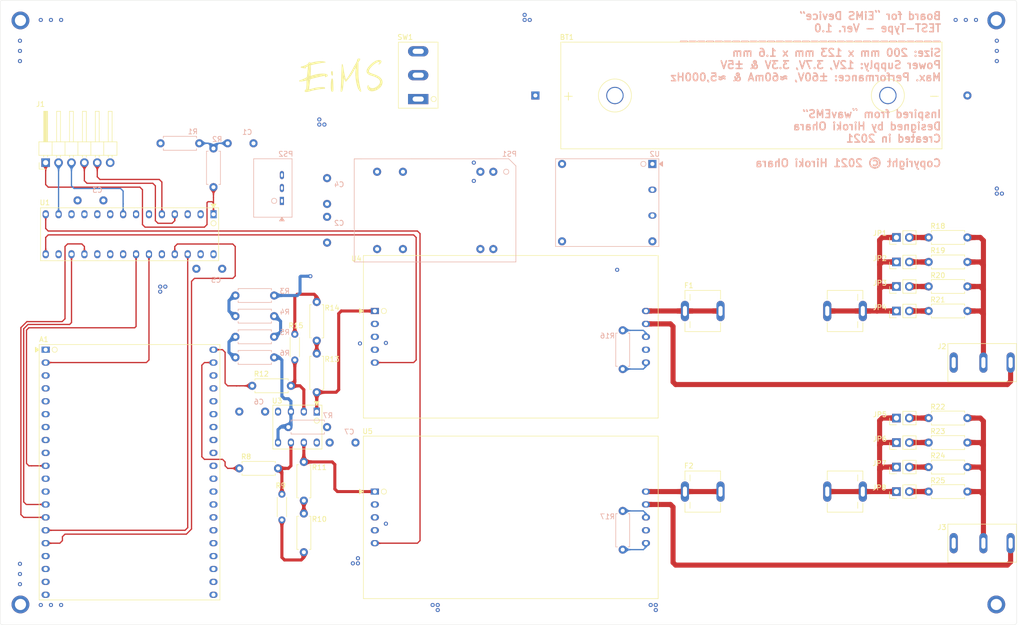
<source format=kicad_pcb>
(kicad_pcb (version 20171130) (host pcbnew "(5.1.7-0-10_14)")
  (title_block (title "EiMS Device") (date 2021-05-13) (rev 1.0) (company "Tokyo Tech") (comment 1 "Designed by Hiroki Ohara"))
  (layers (0 F.Cu signal) (1 In1.Cu power) (2 In2.Cu power) (31 B.Cu signal) (34 B.Paste user) (35 F.Paste user) (36 B.SilkS user) (37 F.SilkS user) (38 B.Mask user) (39 F.Mask user) (44 Edge.Cuts user))
  (net 0 "")
  (net 1 "Net-(A1-Pad1)")
  (net 2 "Net-(A1-Pad2)")
  (net 3 "Net-(A1-Pad3)")
  (net 4 "Net-(A1-Pad4)")
  (net 5 "Net-(A1-Pad5)")
  (net 6 "Net-(A1-Pad6)")
  (net 7 "Net-(A1-Pad7)")
  (net 8 "Net-(A1-Pad8)")
  (net 9 "Net-(A1-Pad9)")
  (net 10 "Net-(A1-Pad10)")
  (net 11 "Net-(A1-Pad11)")
  (net 12 "Net-(A1-Pad12)")
  (net 13 "Net-(A1-Pad13)")
  (net 14 "Net-(A1-Pad14)")
  (net 15 "Net-(A1-Pad15)")
  (net 16 "Net-(A1-Pad16)")
  (net 17 "Net-(A1-Pad17)")
  (net 18 "Net-(A1-Pad18)")
  (net 19 "Net-(A1-Pad19)")
  (net 20 "Net-(A1-Pad30)")
  (net 21 "Net-(A1-Pad23)")
  (net 22 "Net-(A1-Pad24)")
  (net 23 "Net-(A1-Pad27)")
  (net 24 "Net-(A1-Pad38)")
  (net 25 "Net-(A1-Pad35)")
  (net 26 "Net-(A1-Pad31)")
  (net 27 "Net-(A1-Pad32)")
  (net 28 "Net-(A1-Pad28)")
  (net 29 "Net-(A1-Pad36)")
  (net 30 "Net-(A1-Pad40)")
  (net 31 "Net-(A1-Pad39)")
  (net 32 "Net-(A1-Pad26)")
  (net 33 "Net-(A1-Pad34)")
  (net 34 "Net-(A1-Pad33)")
  (net 35 "Net-(A1-Pad21)")
  (net 36 "Net-(A1-Pad37)")
  (net 37 "Net-(A1-Pad22)")
  (net 38 "Net-(A1-Pad29)")
  (net 39 "Net-(A1-Pad25)")
  (net 40 "Net-(C1-Pad2)")
  (net 41 "Net-(C2-Pad1)")
  (net 42 "Net-(C4-Pad2)")
  (net 43 "Net-(F1-Pad1)")
  (net 44 "Net-(F1-Pad2)")
  (net 45 "Net-(F2-Pad2)")
  (net 46 "Net-(F2-Pad1)")
  (net 47 "Net-(J1-Pad1)")
  (net 48 "Net-(J1-Pad4)")
  (net 49 "Net-(J1-Pad5)")
  (net 50 "Net-(J1-Pad6)")
  (net 51 "Net-(J2-PadT)")
  (net 52 "Net-(J2-PadS)")
  (net 53 "Net-(J3-PadS)")
  (net 54 "Net-(J3-PadT)")
  (net 55 "Net-(JP1-Pad2)")
  (net 56 "Net-(JP2-Pad2)")
  (net 57 "Net-(JP3-Pad2)")
  (net 58 "Net-(JP4-Pad2)")
  (net 59 "Net-(JP5-Pad2)")
  (net 60 "Net-(JP6-Pad2)")
  (net 61 "Net-(JP7-Pad2)")
  (net 62 "Net-(JP8-Pad2)")
  (net 63 "Net-(PS1-Pad2)")
  (net 64 "Net-(PS1-Pad22)")
  (net 65 "Net-(R3-Pad2)")
  (net 66 "Net-(R4-Pad2)")
  (net 67 "Net-(R5-Pad2)")
  (net 68 "Net-(R6-Pad2)")
  (net 69 "Net-(R8-Pad1)")
  (net 70 "Net-(R10-Pad1)")
  (net 71 "Net-(R10-Pad2)")
  (net 72 "Net-(R11-Pad2)")
  (net 73 "Net-(R12-Pad1)")
  (net 74 "Net-(R13-Pad2)")
  (net 75 "Net-(R13-Pad1)")
  (net 76 "Net-(R14-Pad2)")
  (net 77 "Net-(R16-Pad1)")
  (net 78 "Net-(R17-Pad1)")
  (net 79 "Net-(SW1-Pad1)")
  (net 80 "Net-(SW1-Pad3)")
  (net 81 "Net-(U1-Pad2)")
  (net 82 "Net-(U1-Pad3)")
  (net 83 "Net-(U1-Pad6)")
  (net 84 "Net-(U1-Pad7)")
  (net 85 "Net-(U1-Pad9)")
  (net 86 "Net-(U1-Pad10)")
  (net 87 "Net-(U1-Pad11)")
  (net 88 "Net-(U1-Pad12)")
  (net 89 "Net-(U1-Pad14)")
  (net 90 "Net-(U1-Pad15)")
  (net 91 "Net-(U1-Pad16)")
  (net 92 "Net-(U1-Pad19)")
  (net 93 "Net-(U1-Pad20)")
  (net 94 "Net-(U1-Pad21)")
  (net 95 "Net-(U1-Pad24)")
  (net 96 +3V7)
  (net 97 GND)
  (module EiMS:PIC32MM0064GPL028-I_SP (layer F.Cu) (at 84.986 76.162 180)
    (fp_text reference U1 (at 33.186 2.286 180) (layer F.SilkS))
    (fp_text value PIC32MM0064GPL028-I_SP)
    (pad 1 thru_hole rect (at 0 0 90) (size 1.6 1.2) (drill 0.8) (layers *.Cu *.Mask) (net 47 "Net-(J1-Pad1)"))
    (pad 28 thru_hole oval (at 0 -7.874 90) (size 1.6 1.2) (drill 0.8) (layers *.Cu *.Mask) (net 19 "Net-(A1-Pad19)"))
    (pad 27 thru_hole oval (at 2.54 -7.874 90) (size 1.6 1.2) (drill 0.8) (layers *.Cu *.Mask) (net 35 "Net-(A1-Pad21)"))
    (pad 26 thru_hole oval (at 5.08 -7.874 90) (size 1.6 1.2) (drill 0.8) (layers *.Cu *.Mask) (net 15 "Net-(A1-Pad15)"))
    (pad 25 thru_hole oval (at 7.62 -7.874 90) (size 1.6 1.2) (drill 0.8) (layers *.Cu *.Mask) (net 16 "Net-(A1-Pad16)"))
    (pad 24 thru_hole oval (at 10.16 -7.874 90) (size 1.6 1.2) (drill 0.8) (layers *.Cu *.Mask) (net 95 "Net-(U1-Pad24)"))
    (pad 23 thru_hole oval (at 12.7 -7.874 90) (size 1.6 1.2) (drill 0.8) (layers *.Cu *.Mask) (net 2 "Net-(A1-Pad2)"))
    (pad 22 thru_hole oval (at 15.24 -7.874 90) (size 1.6 1.2) (drill 0.8) (layers *.Cu *.Mask) (net 10 "Net-(A1-Pad10)"))
    (pad 21 thru_hole oval (at 17.78 -7.874 90) (size 1.6 1.2) (drill 0.8) (layers *.Cu *.Mask) (net 94 "Net-(U1-Pad21)"))
    (pad 20 thru_hole oval (at 20.32 -7.874 90) (size 1.6 1.2) (drill 0.8) (layers *.Cu *.Mask) (net 93 "Net-(U1-Pad20)"))
    (pad 19 thru_hole oval (at 22.86 -7.874 90) (size 1.6 1.2) (drill 0.8) (layers *.Cu *.Mask) (net 92 "Net-(U1-Pad19)"))
    (pad 18 thru_hole oval (at 25.4 -7.874 90) (size 1.6 1.2) (drill 0.8) (layers *.Cu *.Mask) (net 14 "Net-(A1-Pad14)"))
    (pad 17 thru_hole oval (at 27.94 -7.874 90) (size 1.6 1.2) (drill 0.8) (layers *.Cu *.Mask) (net 13 "Net-(A1-Pad13)"))
    (pad 16 thru_hole oval (at 30.48 -7.874 90) (size 1.6 1.2) (drill 0.8) (layers *.Cu *.Mask) (net 91 "Net-(U1-Pad16)"))
    (pad 15 thru_hole oval (at 33.02 -7.874 90) (size 1.6 1.2) (drill 0.8) (layers *.Cu *.Mask) (net 90 "Net-(U1-Pad15)"))
    (pad 14 thru_hole oval (at 33.02 0 90) (size 1.6 1.2) (drill 0.8) (layers *.Cu *.Mask) (net 89 "Net-(U1-Pad14)"))
    (pad 13 thru_hole oval (at 30.48 0 90) (size 1.6 1.2) (drill 0.8) (layers *.Cu *.Mask) (net 19 "Net-(A1-Pad19)"))
    (pad 12 thru_hole oval (at 27.94 0 90) (size 1.6 1.2) (drill 0.8) (layers *.Cu *.Mask) (net 88 "Net-(U1-Pad12)"))
    (pad 11 thru_hole oval (at 25.4 0 90) (size 1.6 1.2) (drill 0.8) (layers *.Cu *.Mask) (net 87 "Net-(U1-Pad11)"))
    (pad 10 thru_hole oval (at 22.86 0 90) (size 1.6 1.2) (drill 0.8) (layers *.Cu *.Mask) (net 86 "Net-(U1-Pad10)"))
    (pad 9 thru_hole oval (at 20.32 0 90) (size 1.6 1.2) (drill 0.8) (layers *.Cu *.Mask) (net 85 "Net-(U1-Pad9)"))
    (pad 8 thru_hole oval (at 17.78 0 90) (size 1.6 1.2) (drill 0.8) (layers *.Cu *.Mask) (net 35 "Net-(A1-Pad21)"))
    (pad 7 thru_hole oval (at 15.24 0 90) (size 1.6 1.2) (drill 0.8) (layers *.Cu *.Mask) (net 84 "Net-(U1-Pad7)"))
    (pad 6 thru_hole oval (at 12.7 0 90) (size 1.6 1.2) (drill 0.8) (layers *.Cu *.Mask) (net 83 "Net-(U1-Pad6)"))
    (pad 5 thru_hole oval (at 10.16 0 90) (size 1.6 1.2) (drill 0.8) (layers *.Cu *.Mask) (net 49 "Net-(J1-Pad5)"))
    (pad 4 thru_hole oval (at 7.62 0 90) (size 1.6 1.2) (drill 0.8) (layers *.Cu *.Mask) (net 48 "Net-(J1-Pad4)"))
    (pad 3 thru_hole oval (at 5.08 0 90) (size 1.6 1.2) (drill 0.8) (layers *.Cu *.Mask) (net 82 "Net-(U1-Pad3)"))
    (pad 2 thru_hole oval (at 2.54 0 90) (size 1.6 1.2) (drill 0.8) (layers *.Cu *.Mask) (net 81 "Net-(U1-Pad2)"))
  )
  (module EiMS:RN52 (layer F.Cu) (at 51.956 102.832)
    (fp_text reference A1 (at -0.356 -2.032) (layer F.SilkS))
    (fp_text value RN52)
    (pad 25 thru_hole oval (at 33.02 38.1 180) (size 1.6 1.2) (drill 0.8) (layers *.Cu *.Mask) (net 39 "Net-(A1-Pad25)"))
    (pad 29 thru_hole oval (at 33.02 27.94 180) (size 1.6 1.2) (drill 0.8) (layers *.Cu *.Mask) (net 38 "Net-(A1-Pad29)"))
    (pad 22 thru_hole oval (at 33.02 45.72 180) (size 1.6 1.2) (drill 0.8) (layers *.Cu *.Mask) (net 37 "Net-(A1-Pad22)"))
    (pad 37 thru_hole oval (at 33.02 7.62 180) (size 1.6 1.2) (drill 0.8) (layers *.Cu *.Mask) (net 36 "Net-(A1-Pad37)"))
    (pad 21 thru_hole oval (at 33.02 48.26 180) (size 1.6 1.2) (drill 0.8) (layers *.Cu *.Mask) (net 35 "Net-(A1-Pad21)"))
    (pad 33 thru_hole oval (at 33.02 17.78 180) (size 1.6 1.2) (drill 0.8) (layers *.Cu *.Mask) (net 34 "Net-(A1-Pad33)"))
    (pad 34 thru_hole oval (at 33.02 15.24 180) (size 1.6 1.2) (drill 0.8) (layers *.Cu *.Mask) (net 33 "Net-(A1-Pad34)"))
    (pad 26 thru_hole oval (at 33.02 35.56 180) (size 1.6 1.2) (drill 0.8) (layers *.Cu *.Mask) (net 32 "Net-(A1-Pad26)"))
    (pad 39 thru_hole oval (at 33.02 2.54 180) (size 1.6 1.2) (drill 0.8) (layers *.Cu *.Mask) (net 31 "Net-(A1-Pad39)"))
    (pad 40 thru_hole oval (at 33.02 0 180) (size 1.6 1.2) (drill 0.8) (layers *.Cu *.Mask) (net 30 "Net-(A1-Pad40)"))
    (pad 36 thru_hole oval (at 33.02 10.16 180) (size 1.6 1.2) (drill 0.8) (layers *.Cu *.Mask) (net 29 "Net-(A1-Pad36)"))
    (pad 28 thru_hole oval (at 33.02 30.48 180) (size 1.6 1.2) (drill 0.8) (layers *.Cu *.Mask) (net 28 "Net-(A1-Pad28)"))
    (pad 32 thru_hole oval (at 33.02 20.32 180) (size 1.6 1.2) (drill 0.8) (layers *.Cu *.Mask) (net 27 "Net-(A1-Pad32)"))
    (pad 31 thru_hole oval (at 33.02 22.86 180) (size 1.6 1.2) (drill 0.8) (layers *.Cu *.Mask) (net 26 "Net-(A1-Pad31)"))
    (pad 35 thru_hole oval (at 33.02 12.7 180) (size 1.6 1.2) (drill 0.8) (layers *.Cu *.Mask) (net 25 "Net-(A1-Pad35)"))
    (pad 38 thru_hole oval (at 33.02 5.08 180) (size 1.6 1.2) (drill 0.8) (layers *.Cu *.Mask) (net 24 "Net-(A1-Pad38)"))
    (pad 27 thru_hole oval (at 33.02 33.02 180) (size 1.6 1.2) (drill 0.8) (layers *.Cu *.Mask) (net 23 "Net-(A1-Pad27)"))
    (pad 24 thru_hole oval (at 33.02 40.64 180) (size 1.6 1.2) (drill 0.8) (layers *.Cu *.Mask) (net 22 "Net-(A1-Pad24)"))
    (pad 23 thru_hole oval (at 33.02 43.18 180) (size 1.6 1.2) (drill 0.8) (layers *.Cu *.Mask) (net 21 "Net-(A1-Pad23)"))
    (pad 30 thru_hole oval (at 33.02 25.4 180) (size 1.6 1.2) (drill 0.8) (layers *.Cu *.Mask) (net 20 "Net-(A1-Pad30)"))
    (pad 20 thru_hole oval (at 0 48.26 180) (size 1.6 1.2) (drill 0.8) (layers *.Cu *.Mask) (net 19 "Net-(A1-Pad19)"))
    (pad 19 thru_hole oval (at 0 45.72 180) (size 1.6 1.2) (drill 0.8) (layers *.Cu *.Mask) (net 19 "Net-(A1-Pad19)"))
    (pad 18 thru_hole oval (at 0 43.18 180) (size 1.6 1.2) (drill 0.8) (layers *.Cu *.Mask) (net 18 "Net-(A1-Pad18)"))
    (pad 17 thru_hole oval (at 0 40.64 180) (size 1.6 1.2) (drill 0.8) (layers *.Cu *.Mask) (net 17 "Net-(A1-Pad17)"))
    (pad 16 thru_hole oval (at 0 38.1 180) (size 1.6 1.2) (drill 0.8) (layers *.Cu *.Mask) (net 16 "Net-(A1-Pad16)"))
    (pad 15 thru_hole oval (at 0 35.56 180) (size 1.6 1.2) (drill 0.8) (layers *.Cu *.Mask) (net 15 "Net-(A1-Pad15)"))
    (pad 14 thru_hole oval (at 0 33.02 180) (size 1.6 1.2) (drill 0.8) (layers *.Cu *.Mask) (net 14 "Net-(A1-Pad14)"))
    (pad 13 thru_hole oval (at 0 30.48 180) (size 1.6 1.2) (drill 0.8) (layers *.Cu *.Mask) (net 13 "Net-(A1-Pad13)"))
    (pad 12 thru_hole oval (at 0 27.94 180) (size 1.6 1.2) (drill 0.8) (layers *.Cu *.Mask) (net 12 "Net-(A1-Pad12)"))
    (pad 11 thru_hole oval (at 0 25.4 180) (size 1.6 1.2) (drill 0.8) (layers *.Cu *.Mask) (net 11 "Net-(A1-Pad11)"))
    (pad 10 thru_hole oval (at 0 22.86 180) (size 1.6 1.2) (drill 0.8) (layers *.Cu *.Mask) (net 10 "Net-(A1-Pad10)"))
    (pad 9 thru_hole oval (at 0 20.32 180) (size 1.6 1.2) (drill 0.8) (layers *.Cu *.Mask) (net 9 "Net-(A1-Pad9)"))
    (pad 8 thru_hole oval (at 0 17.78 180) (size 1.6 1.2) (drill 0.8) (layers *.Cu *.Mask) (net 8 "Net-(A1-Pad8)"))
    (pad 7 thru_hole oval (at 0 15.24 180) (size 1.6 1.2) (drill 0.8) (layers *.Cu *.Mask) (net 7 "Net-(A1-Pad7)"))
    (pad 6 thru_hole oval (at 0 12.7 180) (size 1.6 1.2) (drill 0.8) (layers *.Cu *.Mask) (net 6 "Net-(A1-Pad6)"))
    (pad 5 thru_hole oval (at 0 10.16 180) (size 1.6 1.2) (drill 0.8) (layers *.Cu *.Mask) (net 5 "Net-(A1-Pad5)"))
    (pad 4 thru_hole oval (at 0 7.62 180) (size 1.6 1.2) (drill 0.8) (layers *.Cu *.Mask) (net 4 "Net-(A1-Pad4)"))
    (pad 3 thru_hole oval (at 0 5.08 180) (size 1.6 1.2) (drill 0.8) (layers *.Cu *.Mask) (net 3 "Net-(A1-Pad3)"))
    (pad 2 thru_hole oval (at 0 2.54 180) (size 1.6 1.2) (drill 0.8) (layers *.Cu *.Mask) (net 2 "Net-(A1-Pad2)"))
    (pad 1 thru_hole rect (at 0 0 180) (size 1.6 1.2) (drill 0.8) (layers *.Cu *.Mask) (net 1 "Net-(A1-Pad1)"))
  )
  (module EiMS:IFJM-001 (layer F.Cu) (at 116.726 130.772)
    (fp_text reference U5 (at -1.426 -11.872) (layer F.SilkS))
    (fp_text value IFJM-001)
    (pad 10 thru_hole oval (at 53.34 0) (size 1.6 1.2) (drill 0.8) (layers *.Cu *.Mask) (net 45 "Net-(F2-Pad2)"))
    (pad 8 thru_hole oval (at 53.34 5.08) (size 1.6 1.2) (drill 0.8) (layers *.Cu *.Mask) (net 78 "Net-(R17-Pad1)"))
    (pad 9 thru_hole oval (at 53.34 2.54) (size 1.6 1.2) (drill 0.8) (layers *.Cu *.Mask) (net 53 "Net-(J3-PadS)"))
    (pad 6 thru_hole oval (at 53.34 10.16) (size 1.6 1.2) (drill 0.8) (layers *.Cu *.Mask) (net 63 "Net-(PS1-Pad2)"))
    (pad 7 thru_hole oval (at 53.34 7.62) (size 1.6 1.2) (drill 0.8) (layers *.Cu *.Mask) (net 79 "Net-(SW1-Pad1)"))
    (pad 5 thru_hole oval (at 0 10.16) (size 1.6 1.2) (drill 0.8) (layers *.Cu *.Mask) (net 89 "Net-(U1-Pad14)"))
    (pad 4 thru_hole oval (at 0 7.62) (size 1.6 1.2) (drill 0.8) (layers *.Cu *.Mask) (net 42 "Net-(C4-Pad2)"))
    (pad 3 thru_hole oval (at 0 5.08) (size 1.6 1.2) (drill 0.8) (layers *.Cu *.Mask) (net 41 "Net-(C2-Pad1)"))
    (pad 2 thru_hole oval (at 0 2.54) (size 1.6 1.2) (drill 0.8) (layers *.Cu *.Mask) (net 35 "Net-(A1-Pad21)"))
    (pad 1 thru_hole rect (at 0 0) (size 1.6 1.2) (drill 0.8) (layers *.Cu *.Mask) (net 72 "Net-(R11-Pad2)"))
  )
  (module EiMS:IFJM-001 (layer F.Cu) (at 116.726 95.212)
    (fp_text reference U4 (at -3.626 -10.312) (layer F.SilkS))
    (fp_text value IFJM-001)
    (pad 10 thru_hole oval (at 53.34 0) (size 1.6 1.2) (drill 0.8) (layers *.Cu *.Mask) (net 44 "Net-(F1-Pad2)"))
    (pad 8 thru_hole oval (at 53.34 5.08) (size 1.6 1.2) (drill 0.8) (layers *.Cu *.Mask) (net 77 "Net-(R16-Pad1)"))
    (pad 9 thru_hole oval (at 53.34 2.54) (size 1.6 1.2) (drill 0.8) (layers *.Cu *.Mask) (net 52 "Net-(J2-PadS)"))
    (pad 6 thru_hole oval (at 53.34 10.16) (size 1.6 1.2) (drill 0.8) (layers *.Cu *.Mask) (net 63 "Net-(PS1-Pad2)"))
    (pad 7 thru_hole oval (at 53.34 7.62) (size 1.6 1.2) (drill 0.8) (layers *.Cu *.Mask) (net 79 "Net-(SW1-Pad1)"))
    (pad 5 thru_hole oval (at 0 10.16) (size 1.6 1.2) (drill 0.8) (layers *.Cu *.Mask) (net 90 "Net-(U1-Pad15)"))
    (pad 4 thru_hole oval (at 0 7.62) (size 1.6 1.2) (drill 0.8) (layers *.Cu *.Mask) (net 42 "Net-(C4-Pad2)"))
    (pad 3 thru_hole oval (at 0 5.08) (size 1.6 1.2) (drill 0.8) (layers *.Cu *.Mask) (net 41 "Net-(C2-Pad1)"))
    (pad 2 thru_hole oval (at 0 2.54) (size 1.6 1.2) (drill 0.8) (layers *.Cu *.Mask) (net 35 "Net-(A1-Pad21)"))
    (pad 1 thru_hole rect (at 0 0) (size 1.6 1.2) (drill 0.8) (layers *.Cu *.Mask) (net 75 "Net-(R13-Pad1)"))
  )
  (module EiMS:Battery_+3V7 (layer F.Cu) (at 153.312 52.779)
    (fp_text reference BT1 (at 1.188 -11.479) (layer F.SilkS))
    (fp_text value Battery_Cell)
    (fp_text user - (at 73.5 0) (layer F.SilkS) (effects (font (size 2 2))))
    (fp_text user + (at 1.5 0) (layer F.SilkS) (effects (font (size 2 2))))
    (pad 3 thru_hole circle (at 10.65 0) (size 3.4 3.4) (drill 3) (layers *.Cu *.Mask))
    (pad 4 thru_hole circle (at 64.35 0) (size 3.4 3.4) (drill 3) (layers *.Cu *.Mask))
    (pad 2 thru_hole circle (at 80 0) (size 1.6 1.6) (drill 0.8) (layers *.Cu *.Mask) (net 97 GND))
    (pad 1 thru_hole rect (at -5 0) (size 1.6 1.6) (drill 0.8) (layers *.Cu *.Mask) (net 96 +3V7))
  )
  (module EiMS:EiMS_logo (layer F.Cu) (at 110 48.8)
    (fp_text reference G*** hide)
    (fp_text value LOGO hide)
  )
  (module MountingHole:MountingHole_2.2mm_M2_ISO7380_Pad (layer F.Cu) (at 239 38)
    (fp_text reference REF4 hide)
    (fp_text value MountingHole_2.2mm_M2_ISO7380_Pad hide)
    (pad 1 thru_hole circle (at 0 0) (size 3.5 3.5) (drill 2.2) (layers *.Cu *.Mask))
  )
  (module MountingHole:MountingHole_2.2mm_M2_ISO7380_Pad (layer F.Cu) (at 239 153)
    (fp_text reference REF3 hide)
    (fp_text value MountingHole_2.2mm_M2_ISO7380_Pad hide)
    (pad 1 thru_hole circle (at 0 0) (size 3.5 3.5) (drill 2.2) (layers *.Cu *.Mask))
  )
  (module MountingHole:MountingHole_2.2mm_M2_ISO7380_Pad (layer F.Cu) (at 47 153)
    (fp_text reference REF2 hide)
    (fp_text value MountingHole_2.2mm_M2_ISO7380_Pad hide)
    (pad 1 thru_hole circle (at 0 0) (size 3.5 3.5) (drill 2.2) (layers *.Cu *.Mask))
  )
  (module MountingHole:MountingHole_2.2mm_M2_ISO7380_Pad (layer F.Cu) (at 47 38)
    (fp_text reference REF1 hide)
    (fp_text value MountingHole_2.2mm_M2_ISO7380_Pad hide)
    (pad 1 thru_hole circle (at 0 0) (size 3.5 3.5) (drill 2.2) (layers *.Cu *.Mask))
  )
  (module EiMS:LTC3124 (layer B.Cu) (at 171.336 66.256 180)
    (fp_text reference U2 (at -0.464 1.956 180) (layer B.SilkS) (effects (justify mirror)))
    (fp_text value LTC3124)
    (pad 5 thru_hole oval (at 17.78 -15.24 180) (size 1.6 1.6) (drill 0.8) (layers *.Cu *.Mask) (net 63 "Net-(PS1-Pad2)"))
    (pad 6 thru_hole oval (at 17.78 0 180) (size 1.6 1.6) (drill 0.8) (layers *.Cu *.Mask) (net 64 "Net-(PS1-Pad22)"))
    (pad 4 thru_hole oval (at 0 -15.24 180) (size 1.6 1.6) (drill 0.8) (layers *.Cu *.Mask) (net 97 GND))
    (pad 3 thru_hole oval (at 0 -10.16 180) (size 1.6 1.2) (drill 0.8) (layers *.Cu *.Mask) (net 96 +3V7))
    (pad 2 thru_hole oval (at 0 -5.08 180) (size 1.6 1.2) (drill 0.8) (layers *.Cu *.Mask) (net 96 +3V7))
    (pad 1 thru_hole rect (at 0 0 180) (size 1.6 1.6) (drill 0.8) (layers *.Cu *.Mask) (net 96 +3V7))
  )
  (module EiMS:MIWI06-24D05 (layer B.Cu) (at 140.032 67.795 180)
    (fp_text reference PS1 (at -3.168 3.495 180) (layer B.SilkS) (effects (justify mirror)))
    (fp_text value MIWI06-24D05)
    (pad 23 thru_hole oval (at 0 -15.22 90) (size 1.6 1.6) (drill 0.8) (layers *.Cu *.Mask) (net 64 "Net-(PS1-Pad22)"))
    (pad 22 thru_hole oval (at 2.54 -15.22 90) (size 1.6 1.6) (drill 0.8) (layers *.Cu *.Mask) (net 64 "Net-(PS1-Pad22)"))
    (pad 16 thru_hole oval (at 17.78 -15.22 90) (size 1.6 1.6) (drill 0.8) (layers *.Cu *.Mask) (net 35 "Net-(A1-Pad21)"))
    (pad 14 thru_hole oval (at 22.86 -15.22 90) (size 1.6 1.6) (drill 0.8) (layers *.Cu *.Mask) (net 41 "Net-(C2-Pad1)"))
    (pad 11 thru_hole oval (at 22.86 0 90) (size 1.6 1.6) (drill 0.8) (layers *.Cu *.Mask) (net 42 "Net-(C4-Pad2)"))
    (pad 9 thru_hole oval (at 17.78 0 90) (size 1.6 1.6) (drill 0.8) (layers *.Cu *.Mask) (net 35 "Net-(A1-Pad21)"))
    (pad 3 thru_hole oval (at 2.54 0 90) (size 1.6 1.6) (drill 0.8) (layers *.Cu *.Mask) (net 63 "Net-(PS1-Pad2)"))
    (pad 2 thru_hole oval (at 0 0 90) (size 1.6 1.6) (drill 0.8) (layers *.Cu *.Mask) (net 63 "Net-(PS1-Pad2)"))
  )
  (module EiMS:MJ-352 (layer F.Cu) (at 242.964 140.932 180)
    (fp_text reference J3 (at 14.664 3.132) (layer F.SilkS))
    (fp_text value AudioJack2)
    (pad NC thru_hole oval (at 12.35 0 180) (size 1.6 4) (drill oval 0.8 2.2) (layers *.Cu *.Mask))
    (pad T thru_hole oval (at 6.5 0 180) (size 1.6 4) (drill oval 0.8 2.2) (layers *.Cu *.Mask) (net 54 "Net-(J3-PadT)"))
    (pad S thru_hole oval (at 1.15 0 180) (size 1.6 4) (drill oval 0.8 2.2) (layers *.Cu *.Mask) (net 53 "Net-(J3-PadS)"))
  )
  (module EiMS:C_Radial_P5.00mm (layer B.Cu) (at 63.32 73.434 180)
    (fp_text reference C3 (at 1.186 2.022) (layer B.SilkS) (effects (justify mirror)))
    (fp_text value 0.1u)
    (pad 1 thru_hole circle (at 0 0 180) (size 1.6 1.6) (drill 0.8) (layers *.Cu *.Mask) (net 35 "Net-(A1-Pad21)"))
    (pad 2 thru_hole circle (at 5.08 0 180) (size 1.6 1.6) (drill 0.8) (layers *.Cu *.Mask) (net 19 "Net-(A1-Pad19)"))
  )
  (module EiMS:C_Radial_P5.00mm (layer B.Cu) (at 92.85 62.192 180)
    (fp_text reference C1 (at 1.25 2.192) (layer B.SilkS) (effects (justify mirror)))
    (fp_text value 0.1u)
    (pad 1 thru_hole circle (at 0 0 180) (size 1.6 1.6) (drill 0.8) (layers *.Cu *.Mask) (net 35 "Net-(A1-Pad21)"))
    (pad 2 thru_hole circle (at 5.08 0 180) (size 1.6 1.6) (drill 0.8) (layers *.Cu *.Mask) (net 40 "Net-(C1-Pad2)"))
  )
  (module EiMS:C_Radial_P5.00mm (layer B.Cu) (at 107.328 81.75 90)
    (fp_text reference C2 (at 3.85 2.372) (layer B.SilkS) (effects (justify mirror)))
    (fp_text value 3.3u)
    (pad 1 thru_hole circle (at 0 0 90) (size 1.6 1.6) (drill 0.8) (layers *.Cu *.Mask) (net 41 "Net-(C2-Pad1)"))
    (pad 2 thru_hole circle (at 5.08 0 90) (size 1.6 1.6) (drill 0.8) (layers *.Cu *.Mask) (net 35 "Net-(A1-Pad21)"))
  )
  (module EiMS:C_Radial_P5.00mm (layer B.Cu) (at 107.328 74.13 90)
    (fp_text reference C4 (at 3.83 2.372) (layer B.SilkS) (effects (justify mirror)))
    (fp_text value 3.3u)
    (pad 1 thru_hole circle (at 0 0 90) (size 1.6 1.6) (drill 0.8) (layers *.Cu *.Mask) (net 35 "Net-(A1-Pad21)"))
    (pad 2 thru_hole circle (at 5.08 0 90) (size 1.6 1.6) (drill 0.8) (layers *.Cu *.Mask) (net 42 "Net-(C4-Pad2)"))
  )
  (module EiMS:C_Radial_P5.00mm (layer B.Cu) (at 90.056 115.024)
    (fp_text reference C6 (at 3.844 -1.924 180) (layer B.SilkS) (effects (justify mirror)))
    (fp_text value 0.1u)
    (pad 1 thru_hole circle (at 0 0) (size 1.6 1.6) (drill 0.8) (layers *.Cu *.Mask) (net 35 "Net-(A1-Pad21)"))
    (pad 2 thru_hole circle (at 5.08 0) (size 1.6 1.6) (drill 0.8) (layers *.Cu *.Mask) (net 42 "Net-(C4-Pad2)"))
  )
  (module EiMS:C_Radial_P5.00mm (layer B.Cu) (at 107.836 121.12)
    (fp_text reference C7 (at 3.864 -2.12) (layer B.SilkS) (effects (justify mirror)))
    (fp_text value 0.1u)
    (pad 1 thru_hole circle (at 0 0) (size 1.6 1.6) (drill 0.8) (layers *.Cu *.Mask) (net 41 "Net-(C2-Pad1)"))
    (pad 2 thru_hole circle (at 5.08 0) (size 1.6 1.6) (drill 0.8) (layers *.Cu *.Mask) (net 35 "Net-(A1-Pad21)"))
  )
  (module EiMS:C_Radial_P5.00mm (layer B.Cu) (at 86.688 86.896 180)
    (fp_text reference C5 (at 1.2 -2.224) (layer B.SilkS) (effects (justify mirror)))
    (fp_text value 0.1u)
    (pad 1 thru_hole circle (at 0 0 180) (size 1.6 1.6) (drill 0.8) (layers *.Cu *.Mask) (net 19 "Net-(A1-Pad19)"))
    (pad 2 thru_hole circle (at 5.08 0 180) (size 1.6 1.6) (drill 0.8) (layers *.Cu *.Mask) (net 35 "Net-(A1-Pad21)"))
  )
  (module EiMS:FUC-04 (layer F.Cu) (at 212.738 95.212 180)
    (fp_text reference F1 (at 34.238 5.012) (layer F.SilkS))
    (fp_text value Fuse)
    (pad 2 thru_hole oval (at 28 0) (size 1.6 4) (drill oval 0.8 2) (layers *.Cu *.Mask) (net 44 "Net-(F1-Pad2)"))
    (pad 2 thru_hole oval (at 35 0) (size 1.6 4) (drill oval 0.8 2) (layers *.Cu *.Mask) (net 44 "Net-(F1-Pad2)"))
    (pad 1 thru_hole oval (at 7 0 180) (size 1.6 4) (drill oval 0.8 2) (layers *.Cu *.Mask) (net 43 "Net-(F1-Pad1)"))
    (pad 1 thru_hole oval (at 0 0 180) (size 1.6 4) (drill oval 0.8 2) (layers *.Cu *.Mask) (net 43 "Net-(F1-Pad1)"))
  )
  (module EiMS:FUC-04 (layer F.Cu) (at 212.738 130.772 180)
    (fp_text reference F2 (at 34.238 5.072) (layer F.SilkS))
    (fp_text value Fuse)
    (pad 1 thru_hole oval (at 0 0 180) (size 1.6 4) (drill oval 0.8 2) (layers *.Cu *.Mask) (net 46 "Net-(F2-Pad1)"))
    (pad 1 thru_hole oval (at 7 0 180) (size 1.6 4) (drill oval 0.8 2) (layers *.Cu *.Mask) (net 46 "Net-(F2-Pad1)"))
    (pad 2 thru_hole oval (at 35 0) (size 1.6 4) (drill oval 0.8 2) (layers *.Cu *.Mask) (net 45 "Net-(F2-Pad2)"))
    (pad 2 thru_hole oval (at 28 0) (size 1.6 4) (drill oval 0.8 2) (layers *.Cu *.Mask) (net 45 "Net-(F2-Pad2)"))
  )
  (module Connector_PinHeader_2.54mm:PinHeader_1x06_P2.54mm_Horizontal (layer F.Cu) (at 51.956 66.002 90)
    (fp_text reference J1 (at 11.502 -1.016) (layer F.SilkS))
    (fp_text value Conn_01x06)
    (pad 6 thru_hole oval (at 0 12.7 90) (size 1.7 1.7) (drill 1) (layers *.Cu *.Mask) (net 50 "Net-(J1-Pad6)"))
    (pad 5 thru_hole oval (at 0 10.16 90) (size 1.7 1.7) (drill 1) (layers *.Cu *.Mask) (net 49 "Net-(J1-Pad5)"))
    (pad 4 thru_hole oval (at 0 7.62 90) (size 1.7 1.7) (drill 1) (layers *.Cu *.Mask) (net 48 "Net-(J1-Pad4)"))
    (pad 3 thru_hole oval (at 0 5.08 90) (size 1.7 1.7) (drill 1) (layers *.Cu *.Mask) (net 35 "Net-(A1-Pad21)"))
    (pad 2 thru_hole oval (at 0 2.54 90) (size 1.7 1.7) (drill 1) (layers *.Cu *.Mask) (net 19 "Net-(A1-Pad19)"))
    (pad 1 thru_hole rect (at 0 0 90) (size 1.7 1.7) (drill 1) (layers *.Cu *.Mask) (net 47 "Net-(J1-Pad1)"))
  )
  (module EiMS:MJ-352 (layer F.Cu) (at 242.964 105.372 180)
    (fp_text reference J2 (at 14.664 3.172) (layer F.SilkS))
    (fp_text value AudioJack2)
    (pad S thru_hole oval (at 1.15 0 180) (size 1.6 4) (drill oval 0.8 2.2) (layers *.Cu *.Mask) (net 52 "Net-(J2-PadS)"))
    (pad T thru_hole oval (at 6.5 0 180) (size 1.6 4) (drill oval 0.8 2.2) (layers *.Cu *.Mask) (net 51 "Net-(J2-PadT)"))
    (pad NC thru_hole oval (at 12.35 0 180) (size 1.6 4) (drill oval 0.8 2.2) (layers *.Cu *.Mask))
  )
  (module Connector_PinHeader_2.54mm:PinHeader_1x02_P2.54mm_Vertical (layer F.Cu) (at 219.342 80.734 90)
    (fp_text reference JP1 (at 0.842 -3.242 180) (layer F.SilkS))
    (fp_text value Jumper_2_Bridged)
    (pad 2 thru_hole oval (at 0 2.54 90) (size 1.7 1.7) (drill 1) (layers *.Cu *.Mask) (net 55 "Net-(JP1-Pad2)"))
    (pad 1 thru_hole rect (at 0 0 90) (size 1.7 1.7) (drill 1) (layers *.Cu *.Mask) (net 43 "Net-(F1-Pad1)"))
  )
  (module Connector_PinHeader_2.54mm:PinHeader_1x02_P2.54mm_Vertical (layer F.Cu) (at 219.342 85.56 90)
    (fp_text reference JP2 (at 0.714 -3.242 180) (layer F.SilkS))
    (fp_text value Jumper_2_Open)
    (pad 2 thru_hole oval (at 0 2.54 90) (size 1.7 1.7) (drill 1) (layers *.Cu *.Mask) (net 56 "Net-(JP2-Pad2)"))
    (pad 1 thru_hole rect (at 0 0 90) (size 1.7 1.7) (drill 1) (layers *.Cu *.Mask) (net 43 "Net-(F1-Pad1)"))
  )
  (module Connector_PinHeader_2.54mm:PinHeader_1x02_P2.54mm_Vertical (layer F.Cu) (at 219.342 90.386 90)
    (fp_text reference JP3 (at 0.686 -3.242 180) (layer F.SilkS))
    (fp_text value Jumper_2_Open)
    (pad 1 thru_hole rect (at 0 0 90) (size 1.7 1.7) (drill 1) (layers *.Cu *.Mask) (net 43 "Net-(F1-Pad1)"))
    (pad 2 thru_hole oval (at 0 2.54 90) (size 1.7 1.7) (drill 1) (layers *.Cu *.Mask) (net 57 "Net-(JP3-Pad2)"))
  )
  (module Connector_PinHeader_2.54mm:PinHeader_1x02_P2.54mm_Vertical (layer F.Cu) (at 219.342 95.212 90)
    (fp_text reference JP4 (at 0.712 -3.242 180) (layer F.SilkS))
    (fp_text value Jumper_2_Open)
    (pad 2 thru_hole oval (at 0 2.54 90) (size 1.7 1.7) (drill 1) (layers *.Cu *.Mask) (net 58 "Net-(JP4-Pad2)"))
    (pad 1 thru_hole rect (at 0 0 90) (size 1.7 1.7) (drill 1) (layers *.Cu *.Mask) (net 43 "Net-(F1-Pad1)"))
  )
  (module Connector_PinHeader_2.54mm:PinHeader_1x02_P2.54mm_Vertical (layer F.Cu) (at 219.342 116.294 90)
    (fp_text reference JP5 (at 0.694 -3.242 180) (layer F.SilkS))
    (fp_text value Jumper_2_Bridged)
    (pad 1 thru_hole rect (at 0 0 90) (size 1.7 1.7) (drill 1) (layers *.Cu *.Mask) (net 46 "Net-(F2-Pad1)"))
    (pad 2 thru_hole oval (at 0 2.54 90) (size 1.7 1.7) (drill 1) (layers *.Cu *.Mask) (net 59 "Net-(JP5-Pad2)"))
  )
  (module Connector_PinHeader_2.54mm:PinHeader_1x02_P2.54mm_Vertical (layer F.Cu) (at 219.342 121.12 90)
    (fp_text reference JP6 (at 0.72 -3.242 180) (layer F.SilkS))
    (fp_text value Jumper_2_Open)
    (pad 1 thru_hole rect (at 0 0 90) (size 1.7 1.7) (drill 1) (layers *.Cu *.Mask) (net 46 "Net-(F2-Pad1)"))
    (pad 2 thru_hole oval (at 0 2.54 90) (size 1.7 1.7) (drill 1) (layers *.Cu *.Mask) (net 60 "Net-(JP6-Pad2)"))
  )
  (module Connector_PinHeader_2.54mm:PinHeader_1x02_P2.54mm_Vertical (layer F.Cu) (at 219.342 125.946 90)
    (fp_text reference JP7 (at 0.746 -3.342 180) (layer F.SilkS))
    (fp_text value Jumper_2_Open)
    (pad 1 thru_hole rect (at 0 0 90) (size 1.7 1.7) (drill 1) (layers *.Cu *.Mask) (net 46 "Net-(F2-Pad1)"))
    (pad 2 thru_hole oval (at 0 2.54 90) (size 1.7 1.7) (drill 1) (layers *.Cu *.Mask) (net 61 "Net-(JP7-Pad2)"))
  )
  (module Connector_PinHeader_2.54mm:PinHeader_1x02_P2.54mm_Vertical (layer F.Cu) (at 219.342 130.772 90)
    (fp_text reference JP8 (at 0.772 -3.342 180) (layer F.SilkS))
    (fp_text value Jumper_2_Open)
    (pad 2 thru_hole oval (at 0 2.54 90) (size 1.7 1.7) (drill 1) (layers *.Cu *.Mask) (net 62 "Net-(JP8-Pad2)"))
    (pad 1 thru_hole rect (at 0 0 90) (size 1.7 1.7) (drill 1) (layers *.Cu *.Mask) (net 46 "Net-(F2-Pad1)"))
  )
  (module EiMS:M78AR033-0.5 (layer B.Cu) (at 98.438 73.53 90)
    (fp_text reference PS2 (at 9.23 0.762) (layer B.SilkS) (effects (justify mirror)))
    (fp_text value M78AR033-0.5)
    (pad 3 thru_hole oval (at 5.08 0 90) (size 1.6 0.8) (drill oval 0.8 0.4) (layers *.Cu *.Mask) (net 19 "Net-(A1-Pad19)"))
    (pad 2 thru_hole oval (at 2.54 0 90) (size 1.6 0.8) (drill oval 0.8 0.4) (layers *.Cu *.Mask) (net 35 "Net-(A1-Pad21)"))
    (pad 1 thru_hole rect (at 0 0 90) (size 1.6 0.8) (drill oval 0.8 0.4) (layers *.Cu *.Mask) (net 41 "Net-(C2-Pad1)"))
  )
  (module Resistor_THT:R_Axial_DIN0207_L6.3mm_D2.5mm_P7.62mm_Horizontal (layer B.Cu) (at 82.182 62.192 180)
    (fp_text reference R1 (at 1.282 2.292) (layer B.SilkS) (effects (justify mirror)))
    (fp_text value 10k)
    (pad 2 thru_hole oval (at 7.62 0 180) (size 1.6 1.6) (drill 0.8) (layers *.Cu *.Mask) (net 19 "Net-(A1-Pad19)"))
    (pad 1 thru_hole circle (at 0 0 180) (size 1.6 1.6) (drill 0.8) (layers *.Cu *.Mask) (net 40 "Net-(C1-Pad2)"))
  )
  (module Resistor_THT:R_Axial_DIN0207_L6.3mm_D2.5mm_P7.62mm_Horizontal (layer B.Cu) (at 84.976 70.828 90)
    (fp_text reference R2 (at 9.428 0.724 180) (layer B.SilkS) (effects (justify mirror)))
    (fp_text value 1k)
    (pad 2 thru_hole oval (at 7.62 0 90) (size 1.6 1.6) (drill 0.8) (layers *.Cu *.Mask) (net 40 "Net-(C1-Pad2)"))
    (pad 1 thru_hole circle (at 0 0 90) (size 1.6 1.6) (drill 0.8) (layers *.Cu *.Mask) (net 47 "Net-(J1-Pad1)"))
  )
  (module Resistor_THT:R_Axial_DIN0207_L6.3mm_D2.5mm_P7.62mm_Horizontal (layer B.Cu) (at 96.914 92.164 180)
    (fp_text reference R3 (at -2.086 0.864 180) (layer B.SilkS) (effects (justify mirror)))
    (fp_text value 1k)
    (pad 2 thru_hole oval (at 7.62 0 180) (size 1.6 1.6) (drill 0.8) (layers *.Cu *.Mask) (net 65 "Net-(R3-Pad2)"))
    (pad 1 thru_hole circle (at 0 0 180) (size 1.6 1.6) (drill 0.8) (layers *.Cu *.Mask) (net 35 "Net-(A1-Pad21)"))
  )
  (module Resistor_THT:R_Axial_DIN0207_L6.3mm_D2.5mm_P7.62mm_Horizontal (layer B.Cu) (at 89.294 96.228)
    (fp_text reference R4 (at 9.706 -0.828 180) (layer B.SilkS) (effects (justify mirror)))
    (fp_text value 0.1k)
    (pad 1 thru_hole circle (at 0 0) (size 1.6 1.6) (drill 0.8) (layers *.Cu *.Mask) (net 65 "Net-(R3-Pad2)"))
    (pad 2 thru_hole oval (at 7.62 0) (size 1.6 1.6) (drill 0.8) (layers *.Cu *.Mask) (net 66 "Net-(R4-Pad2)"))
  )
  (module Resistor_THT:R_Axial_DIN0207_L6.3mm_D2.5mm_P7.62mm_Horizontal (layer B.Cu) (at 96.914 100.292 180)
    (fp_text reference R5 (at -2.086 0.892 180) (layer B.SilkS) (effects (justify mirror)))
    (fp_text value 0.1k)
    (pad 2 thru_hole oval (at 7.62 0 180) (size 1.6 1.6) (drill 0.8) (layers *.Cu *.Mask) (net 67 "Net-(R5-Pad2)"))
    (pad 1 thru_hole circle (at 0 0 180) (size 1.6 1.6) (drill 0.8) (layers *.Cu *.Mask) (net 66 "Net-(R4-Pad2)"))
  )
  (module Resistor_THT:R_Axial_DIN0207_L6.3mm_D2.5mm_P7.62mm_Horizontal (layer B.Cu) (at 89.294 104.356)
    (fp_text reference R6 (at 9.706 -0.856 180) (layer B.SilkS) (effects (justify mirror)))
    (fp_text value 0.1k)
    (pad 1 thru_hole circle (at 0 0) (size 1.6 1.6) (drill 0.8) (layers *.Cu *.Mask) (net 67 "Net-(R5-Pad2)"))
    (pad 2 thru_hole oval (at 7.62 0) (size 1.6 1.6) (drill 0.8) (layers *.Cu *.Mask) (net 68 "Net-(R6-Pad2)"))
  )
  (module Resistor_THT:R_Axial_DIN0207_L6.3mm_D2.5mm_P7.62mm_Horizontal (layer B.Cu) (at 99.708 118.072)
    (fp_text reference R7 (at 7.792 -2.272) (layer B.SilkS) (effects (justify mirror)))
    (fp_text value 10k)
    (pad 2 thru_hole oval (at 7.62 0) (size 1.6 1.6) (drill 0.8) (layers *.Cu *.Mask) (net 41 "Net-(C2-Pad1)"))
    (pad 1 thru_hole circle (at 0 0) (size 1.6 1.6) (drill 0.8) (layers *.Cu *.Mask) (net 68 "Net-(R6-Pad2)"))
  )
  (module Resistor_THT:R_Axial_DIN0207_L6.3mm_D2.5mm_P7.62mm_Horizontal (layer F.Cu) (at 97.676 126.2 180)
    (fp_text reference R8 (at 6.276 2.3) (layer F.SilkS))
    (fp_text value 10k)
    (pad 2 thru_hole oval (at 7.62 0 180) (size 1.6 1.6) (drill 0.8) (layers *.Cu *.Mask) (net 31 "Net-(A1-Pad39)"))
    (pad 1 thru_hole circle (at 0 0 180) (size 1.6 1.6) (drill 0.8) (layers *.Cu *.Mask) (net 69 "Net-(R8-Pad1)"))
  )
  (module Resistor_THT:R_Axial_DIN0204_L3.6mm_D1.6mm_P5.08mm_Horizontal (layer F.Cu) (at 98.438 136.36 90)
    (fp_text reference R9 (at 6.76 -0.238) (layer F.SilkS))
    (fp_text value 22k)
    (pad 1 thru_hole circle (at 0 0 90) (size 1.4 1.4) (drill 0.7) (layers *.Cu *.Mask) (net 70 "Net-(R10-Pad1)"))
    (pad 2 thru_hole oval (at 5.08 0 90) (size 1.4 1.4) (drill 0.7) (layers *.Cu *.Mask) (net 69 "Net-(R8-Pad1)"))
  )
  (module Resistor_THT:R_Axial_DIN0207_L6.3mm_D2.5mm_P7.62mm_Horizontal (layer F.Cu) (at 102.756 142.71 90)
    (fp_text reference R10 (at 6.51 3.044) (layer F.SilkS))
    (fp_text value 10k)
    (pad 2 thru_hole oval (at 7.62 0 90) (size 1.6 1.6) (drill 0.8) (layers *.Cu *.Mask) (net 71 "Net-(R10-Pad2)"))
    (pad 1 thru_hole circle (at 0 0 90) (size 1.6 1.6) (drill 0.8) (layers *.Cu *.Mask) (net 70 "Net-(R10-Pad1)"))
  )
  (module Resistor_THT:R_Axial_DIN0207_L6.3mm_D2.5mm_P7.62mm_Horizontal (layer F.Cu) (at 102.756 132.55 90)
    (fp_text reference R11 (at 6.55 3.044) (layer F.SilkS))
    (fp_text value 10k)
    (pad 1 thru_hole circle (at 0 0 90) (size 1.6 1.6) (drill 0.8) (layers *.Cu *.Mask) (net 71 "Net-(R10-Pad2)"))
    (pad 2 thru_hole oval (at 7.62 0 90) (size 1.6 1.6) (drill 0.8) (layers *.Cu *.Mask) (net 72 "Net-(R11-Pad2)"))
  )
  (module Resistor_THT:R_Axial_DIN0207_L6.3mm_D2.5mm_P7.62mm_Horizontal (layer F.Cu) (at 100.216 109.944 180)
    (fp_text reference R12 (at 5.816 2.344) (layer F.SilkS))
    (fp_text value 10k)
    (pad 1 thru_hole circle (at 0 0 180) (size 1.6 1.6) (drill 0.8) (layers *.Cu *.Mask) (net 73 "Net-(R12-Pad1)"))
    (pad 2 thru_hole oval (at 7.62 0 180) (size 1.6 1.6) (drill 0.8) (layers *.Cu *.Mask) (net 30 "Net-(A1-Pad40)"))
  )
  (module Resistor_THT:R_Axial_DIN0207_L6.3mm_D2.5mm_P7.62mm_Horizontal (layer F.Cu) (at 105.296 111.214 90)
    (fp_text reference R13 (at 6.514 3.004) (layer F.SilkS))
    (fp_text value 10k)
    (pad 1 thru_hole circle (at 0 0 90) (size 1.6 1.6) (drill 0.8) (layers *.Cu *.Mask) (net 75 "Net-(R13-Pad1)"))
    (pad 2 thru_hole oval (at 7.62 0 90) (size 1.6 1.6) (drill 0.8) (layers *.Cu *.Mask) (net 74 "Net-(R13-Pad2)"))
  )
  (module Resistor_THT:R_Axial_DIN0207_L6.3mm_D2.5mm_P7.62mm_Horizontal (layer F.Cu) (at 105.296 101.054 90)
    (fp_text reference R14 (at 6.454 3.004) (layer F.SilkS))
    (fp_text value 10k)
    (pad 1 thru_hole circle (at 0 0 90) (size 1.6 1.6) (drill 0.8) (layers *.Cu *.Mask) (net 74 "Net-(R13-Pad2)"))
    (pad 2 thru_hole oval (at 7.62 0 90) (size 1.6 1.6) (drill 0.8) (layers *.Cu *.Mask) (net 76 "Net-(R14-Pad2)"))
  )
  (module Resistor_THT:R_Axial_DIN0204_L3.6mm_D1.6mm_P5.08mm_Horizontal (layer F.Cu) (at 100.978 104.864 90)
    (fp_text reference R15 (at 6.764 0.222) (layer F.SilkS))
    (fp_text value 22k)
    (pad 2 thru_hole oval (at 5.08 0 90) (size 1.4 1.4) (drill 0.7) (layers *.Cu *.Mask) (net 76 "Net-(R14-Pad2)"))
    (pad 1 thru_hole circle (at 0 0 90) (size 1.4 1.4) (drill 0.7) (layers *.Cu *.Mask) (net 73 "Net-(R12-Pad1)"))
  )
  (module Resistor_THT:R_Axial_DIN0207_L6.3mm_D2.5mm_P7.62mm_Horizontal (layer B.Cu) (at 165.494 99.022 270)
    (fp_text reference R16 (at 1.078 2.994 180) (layer B.SilkS) (effects (justify mirror)))
    (fp_text value 3.9k)
    (pad 2 thru_hole oval (at 7.62 0 270) (size 1.6 1.6) (drill 0.8) (layers *.Cu *.Mask) (net 63 "Net-(PS1-Pad2)"))
    (pad 1 thru_hole circle (at 0 0 270) (size 1.6 1.6) (drill 0.8) (layers *.Cu *.Mask) (net 77 "Net-(R16-Pad1)"))
  )
  (module Resistor_THT:R_Axial_DIN0207_L6.3mm_D2.5mm_P7.62mm_Horizontal (layer B.Cu) (at 165.494 134.582 270)
    (fp_text reference R17 (at 1.118 2.994 180) (layer B.SilkS) (effects (justify mirror)))
    (fp_text value 3.9k)
    (pad 2 thru_hole oval (at 7.62 0 270) (size 1.6 1.6) (drill 0.8) (layers *.Cu *.Mask) (net 63 "Net-(PS1-Pad2)"))
    (pad 1 thru_hole circle (at 0 0 270) (size 1.6 1.6) (drill 0.8) (layers *.Cu *.Mask) (net 78 "Net-(R17-Pad1)"))
  )
  (module Resistor_THT:R_Axial_DIN0207_L6.3mm_D2.5mm_P7.62mm_Horizontal (layer F.Cu) (at 233.312 80.734 180)
    (fp_text reference R18 (at 5.812 2.242) (layer F.SilkS))
    (fp_text value 100)
    (pad 1 thru_hole circle (at 0 0 180) (size 1.6 1.6) (drill 0.8) (layers *.Cu *.Mask) (net 51 "Net-(J2-PadT)"))
    (pad 2 thru_hole oval (at 7.62 0 180) (size 1.6 1.6) (drill 0.8) (layers *.Cu *.Mask) (net 55 "Net-(JP1-Pad2)"))
  )
  (module Resistor_THT:R_Axial_DIN0207_L6.3mm_D2.5mm_P7.62mm_Horizontal (layer F.Cu) (at 233.312 85.56 180)
    (fp_text reference R19 (at 5.812 2.26) (layer F.SilkS))
    (fp_text value 470)
    (pad 2 thru_hole oval (at 7.62 0 180) (size 1.6 1.6) (drill 0.8) (layers *.Cu *.Mask) (net 56 "Net-(JP2-Pad2)"))
    (pad 1 thru_hole circle (at 0 0 180) (size 1.6 1.6) (drill 0.8) (layers *.Cu *.Mask) (net 51 "Net-(J2-PadT)"))
  )
  (module Resistor_THT:R_Axial_DIN0207_L6.3mm_D2.5mm_P7.62mm_Horizontal (layer F.Cu) (at 233.312 90.386 180)
    (fp_text reference R20 (at 5.812 2.186) (layer F.SilkS))
    (fp_text value 1k)
    (pad 1 thru_hole circle (at 0 0 180) (size 1.6 1.6) (drill 0.8) (layers *.Cu *.Mask) (net 51 "Net-(J2-PadT)"))
    (pad 2 thru_hole oval (at 7.62 0 180) (size 1.6 1.6) (drill 0.8) (layers *.Cu *.Mask) (net 57 "Net-(JP3-Pad2)"))
  )
  (module Resistor_THT:R_Axial_DIN0207_L6.3mm_D2.5mm_P7.62mm_Horizontal (layer F.Cu) (at 233.312 95.212 180)
    (fp_text reference R21 (at 5.812 2.212) (layer F.SilkS))
    (fp_text value 3.9k)
    (pad 2 thru_hole oval (at 7.62 0 180) (size 1.6 1.6) (drill 0.8) (layers *.Cu *.Mask) (net 58 "Net-(JP4-Pad2)"))
    (pad 1 thru_hole circle (at 0 0 180) (size 1.6 1.6) (drill 0.8) (layers *.Cu *.Mask) (net 51 "Net-(J2-PadT)"))
  )
  (module Resistor_THT:R_Axial_DIN0207_L6.3mm_D2.5mm_P7.62mm_Horizontal (layer F.Cu) (at 233.312 116.294 180)
    (fp_text reference R22 (at 5.812 2.194) (layer F.SilkS))
    (fp_text value 100)
    (pad 1 thru_hole circle (at 0 0 180) (size 1.6 1.6) (drill 0.8) (layers *.Cu *.Mask) (net 54 "Net-(J3-PadT)"))
    (pad 2 thru_hole oval (at 7.62 0 180) (size 1.6 1.6) (drill 0.8) (layers *.Cu *.Mask) (net 59 "Net-(JP5-Pad2)"))
  )
  (module Resistor_THT:R_Axial_DIN0207_L6.3mm_D2.5mm_P7.62mm_Horizontal (layer F.Cu) (at 233.312 121.12 180)
    (fp_text reference R23 (at 5.812 2.22) (layer F.SilkS))
    (fp_text value 470)
    (pad 1 thru_hole circle (at 0 0 180) (size 1.6 1.6) (drill 0.8) (layers *.Cu *.Mask) (net 54 "Net-(J3-PadT)"))
    (pad 2 thru_hole oval (at 7.62 0 180) (size 1.6 1.6) (drill 0.8) (layers *.Cu *.Mask) (net 60 "Net-(JP6-Pad2)"))
  )
  (module Resistor_THT:R_Axial_DIN0207_L6.3mm_D2.5mm_P7.62mm_Horizontal (layer F.Cu) (at 233.312 125.946 180)
    (fp_text reference R24 (at 5.812 2.246) (layer F.SilkS))
    (fp_text value 1k)
    (pad 2 thru_hole oval (at 7.62 0 180) (size 1.6 1.6) (drill 0.8) (layers *.Cu *.Mask) (net 61 "Net-(JP7-Pad2)"))
    (pad 1 thru_hole circle (at 0 0 180) (size 1.6 1.6) (drill 0.8) (layers *.Cu *.Mask) (net 54 "Net-(J3-PadT)"))
  )
  (module Resistor_THT:R_Axial_DIN0207_L6.3mm_D2.5mm_P7.62mm_Horizontal (layer F.Cu) (at 233.312 130.772 180)
    (fp_text reference R25 (at 5.812 2.172) (layer F.SilkS))
    (fp_text value 3.9k)
    (pad 1 thru_hole circle (at 0 0 180) (size 1.6 1.6) (drill 0.8) (layers *.Cu *.Mask) (net 54 "Net-(J3-PadT)"))
    (pad 2 thru_hole oval (at 7.62 0 180) (size 1.6 1.6) (drill 0.8) (layers *.Cu *.Mask) (net 62 "Net-(JP8-Pad2)"))
  )
  (module EiMS:MS-500A-MF-K (layer F.Cu) (at 125.254 53.479 90)
    (fp_text reference SW1 (at 12.179 -2.554 180) (layer F.SilkS))
    (fp_text value SW_SPDT)
    (pad 3 thru_hole oval (at 9.4 0 180) (size 4 2) (drill oval 2.2 1) (layers *.Cu *.Mask) (net 80 "Net-(SW1-Pad3)"))
    (pad 2 thru_hole oval (at 4.7 0 180) (size 4 2) (drill oval 2.2 1) (layers *.Cu *.Mask) (net 64 "Net-(PS1-Pad22)"))
    (pad 1 thru_hole rect (at 0 0 180) (size 4 2) (drill oval 2.2 1) (layers *.Cu *.Mask) (net 79 "Net-(SW1-Pad1)"))
  )
  (module EiMS:LMC662 (layer F.Cu) (at 105.296 115.024 180)
    (fp_text reference U3 (at 7.796 2.124) (layer F.SilkS))
    (fp_text value LMC662)
    (pad 5 thru_hole oval (at 7.62 -6.096 270) (size 1.6 1.2) (drill 0.8) (layers *.Cu *.Mask) (net 68 "Net-(R6-Pad2)"))
    (pad 6 thru_hole oval (at 5.08 -6.096 270) (size 1.6 1.2) (drill 0.8) (layers *.Cu *.Mask) (net 69 "Net-(R8-Pad1)"))
    (pad 7 thru_hole oval (at 2.54 -6.096 270) (size 1.6 1.2) (drill 0.8) (layers *.Cu *.Mask) (net 72 "Net-(R11-Pad2)"))
    (pad 8 thru_hole oval (at 0 -6.096 270) (size 1.6 1.2) (drill 0.8) (layers *.Cu *.Mask) (net 41 "Net-(C2-Pad1)"))
    (pad 4 thru_hole oval (at 7.62 0 270) (size 1.6 1.2) (drill 0.8) (layers *.Cu *.Mask) (net 42 "Net-(C4-Pad2)"))
    (pad 3 thru_hole oval (at 5.08 0 270) (size 1.6 1.2) (drill 0.8) (layers *.Cu *.Mask) (net 68 "Net-(R6-Pad2)"))
    (pad 2 thru_hole oval (at 2.54 0 270) (size 1.6 1.2) (drill 0.8) (layers *.Cu *.Mask) (net 73 "Net-(R12-Pad1)"))
    (pad 1 thru_hole rect (at 0 0) (size 1.2 1.6) (drill 0.8) (layers *.Cu *.Mask) (net 75 "Net-(R13-Pad1)"))
  )
  (gr_line (start 43.5 157) (end 242.5 157) (layer Edge.Cuts) (width 0.05))
  (gr_line (start 242.5 34) (end 43.5 34) (layer Edge.Cuts) (width 0.05))
  (gr_line (start 243 156.5) (end 243 34.5) (layer Edge.Cuts) (width 0.05))
  (gr_line (start 43 34.5) (end 43 156.5) (layer Edge.Cuts) (width 0.05))
  (gr_arc (start 43.5 34.5) (end 43.5 34) (angle -90) (layer Edge.Cuts) (width 0.05))
  (gr_arc (start 43.5 156.5) (end 43 156.5) (angle -90) (layer Edge.Cuts) (width 0.05))
  (gr_arc (start 242.5 156.5) (end 242.5 157) (angle -90) (layer Edge.Cuts) (width 0.05))
  (gr_arc (start 242.5 34.5) (end 243 34.5) (angle -90) (layer Edge.Cuts) (width 0.05))
  (gr_text "Board for “EiMS Device”\nTEST-Type - Ver. 1.0\n——————————————————————————————\nSize: 200 mm x 123 mm x 1.6 mm\nPower Supply: 12V, 3.7V, 3.3V & ±5V\nMax. Performance: ±60V, ≈60mA & ≈5,000Hz\n\n\nInspired from “wavEMS”\nDesigned by Hiroki Ohara\nCreated in 2021\n\nCopyright © 2021 Hiroki Ohara" (at 228.3 51.6) (layer B.SilkS) (effects (font (size 1.5 1.5) (thickness 0.3)) (justify left mirror)))
  (segment (start 72.286 84.036) (end 72.286 104.854) (width 0.25) (layer F.Cu) (net 2))
  (segment (start 72.286 104.854) (end 71.768 105.372) (width 0.25) (layer F.Cu) (net 2))
  (segment (start 71.768 105.372) (end 51.956 105.372) (width 0.25) (layer F.Cu) (net 2))
  (segment (start 49.162 125.692) (end 51.956 125.692) (width 0.25) (layer F.Cu) (net 10))
  (segment (start 48.654 125.692) (end 49.162 125.692) (width 0.25) (layer F.Cu) (net 10))
  (segment (start 48.654 98.514) (end 48.18801 98.97999) (width 0.25) (layer F.Cu) (net 10))
  (segment (start 48.18801 125.22601) (end 48.654 125.692) (width 0.25) (layer F.Cu) (net 10))
  (segment (start 48.18801 98.97999) (end 48.18801 125.22601) (width 0.25) (layer F.Cu) (net 10))
  (segment (start 69.746 98.25) (end 69.482 98.514) (width 0.25) (layer F.Cu) (net 10))
  (segment (start 69.482 98.514) (end 48.654 98.514) (width 0.25) (layer F.Cu) (net 10))
  (segment (start 69.746 84.036) (end 69.746 98.25) (width 0.25) (layer F.Cu) (net 10))
  (segment (start 57.046 97.488) (end 57.046 84.036) (width 0.25) (layer F.Cu) (net 13))
  (segment (start 47.638 98.710302) (end 48.488311 97.85999) (width 0.25) (layer F.Cu) (net 13))
  (segment (start 56.67401 97.85999) (end 57.046 97.488) (width 0.25) (layer F.Cu) (net 13))
  (segment (start 47.638 132.804) (end 47.638 98.710302) (width 0.25) (layer F.Cu) (net 13))
  (segment (start 48.488311 97.85999) (end 56.67401 97.85999) (width 0.25) (layer F.Cu) (net 13))
  (segment (start 48.146 133.312) (end 47.638 132.804) (width 0.25) (layer F.Cu) (net 13))
  (segment (start 51.956 133.312) (end 48.146 133.312) (width 0.25) (layer F.Cu) (net 13))
  (segment (start 47.892 135.852) (end 51.956 135.852) (width 0.25) (layer F.Cu) (net 14))
  (segment (start 47.638 135.852) (end 47.892 135.852) (width 0.25) (layer F.Cu) (net 14))
  (segment (start 55.766 96.736) (end 55.19202 97.30998) (width 0.25) (layer F.Cu) (net 14))
  (segment (start 47.08799 98.482481) (end 47.08799 135.30199) (width 0.25) (layer F.Cu) (net 14))
  (segment (start 48.26049 97.30998) (end 47.08799 98.482481) (width 0.25) (layer F.Cu) (net 14))
  (segment (start 55.766 82.512) (end 55.766 96.736) (width 0.25) (layer F.Cu) (net 14))
  (segment (start 55.19202 97.30998) (end 48.26049 97.30998) (width 0.25) (layer F.Cu) (net 14))
  (segment (start 59.586 84.036) (end 59.586 82.522) (width 0.25) (layer F.Cu) (net 14))
  (segment (start 59.068 82.004) (end 56.274 82.004) (width 0.25) (layer F.Cu) (net 14))
  (segment (start 56.274 82.004) (end 55.766 82.512) (width 0.25) (layer F.Cu) (net 14))
  (segment (start 47.08799 135.30199) (end 47.638 135.852) (width 0.25) (layer F.Cu) (net 14))
  (segment (start 59.586 82.522) (end 59.068 82.004) (width 0.25) (layer F.Cu) (net 14))
  (segment (start 79.906 84.036) (end 79.906 137.874) (width 0.25) (layer F.Cu) (net 15))
  (segment (start 79.906 137.874) (end 79.388 138.392) (width 0.25) (layer F.Cu) (net 15))
  (segment (start 79.388 138.392) (end 51.956 138.392) (width 0.25) (layer F.Cu) (net 15))
  (segment (start 55.258 140.424) (end 54.75 140.932) (width 0.25) (layer F.Cu) (net 16))
  (segment (start 55.766 139.154) (end 55.258 139.662) (width 0.25) (layer F.Cu) (net 16))
  (segment (start 79.642 139.154) (end 55.766 139.154) (width 0.25) (layer F.Cu) (net 16))
  (segment (start 80.658 89.37) (end 80.658 138.138) (width 0.25) (layer F.Cu) (net 16))
  (segment (start 55.258 139.662) (end 55.258 140.424) (width 0.25) (layer F.Cu) (net 16))
  (segment (start 77.864 82.024) (end 88.766 82.024) (width 0.25) (layer F.Cu) (net 16))
  (segment (start 89.254 82.512) (end 89.254 88.314) (width 0.25) (layer F.Cu) (net 16))
  (segment (start 81.246 88.782) (end 80.658 89.37) (width 0.25) (layer F.Cu) (net 16))
  (segment (start 80.658 138.138) (end 79.642 139.154) (width 0.25) (layer F.Cu) (net 16))
  (segment (start 88.786 88.782) (end 81.246 88.782) (width 0.25) (layer F.Cu) (net 16))
  (segment (start 77.366 82.522) (end 77.864 82.024) (width 0.25) (layer F.Cu) (net 16))
  (segment (start 89.254 88.314) (end 88.786 88.782) (width 0.25) (layer F.Cu) (net 16))
  (segment (start 88.766 82.024) (end 89.254 82.512) (width 0.25) (layer F.Cu) (net 16))
  (segment (start 77.366 84.036) (end 77.366 82.522) (width 0.25) (layer F.Cu) (net 16))
  (segment (start 54.75 140.932) (end 51.956 140.932) (width 0.25) (layer F.Cu) (net 16))
  (segment (start 54.496 74.13) (end 54.506 74.14) (width 0.2) (layer B.Cu) (net 19))
  (segment (start 54.496 76.152) (end 54.506 76.162) (width 0.25) (layer B.Cu) (net 19))
  (segment (start 54.496 66.002) (end 54.496 76.152) (width 0.25) (layer B.Cu) (net 19))
  (segment (start 90.121998 109.944) (end 92.596 109.944) (width 0.25) (layer F.Cu) (net 30))
  (segment (start 89.57 109.944) (end 90.121998 109.944) (width 0.25) (layer F.Cu) (net 30))
  (segment (start 84.976 102.832) (end 86.754 102.832) (width 0.25) (layer F.Cu) (net 30))
  (segment (start 89.503243 109.936479) (end 89.57 109.944) (width 0.25) (layer F.Cu) (net 30))
  (segment (start 86.754 102.832) (end 87.262 103.34) (width 0.25) (layer F.Cu) (net 30))
  (segment (start 87.262 103.34) (end 87.262 109.436) (width 0.25) (layer F.Cu) (net 30))
  (segment (start 87.262 109.436) (end 87.77 109.944) (width 0.25) (layer F.Cu) (net 30))
  (segment (start 89.495722 109.944) (end 89.503243 109.936479) (width 0.25) (layer F.Cu) (net 30))
  (segment (start 87.77 109.944) (end 89.495722 109.944) (width 0.25) (layer F.Cu) (net 30))
  (segment (start 87.77 126.2) (end 90.056 126.2) (width 0.25) (layer F.Cu) (net 31))
  (segment (start 87.262 125.692) (end 87.77 126.2) (width 0.25) (layer F.Cu) (net 31))
  (segment (start 87.262 124.93) (end 87.262 125.692) (width 0.25) (layer F.Cu) (net 31))
  (segment (start 86.754 124.422) (end 87.262 124.93) (width 0.25) (layer F.Cu) (net 31))
  (segment (start 83.198 124.422) (end 86.754 124.422) (width 0.25) (layer F.Cu) (net 31))
  (segment (start 82.69 105.88) (end 82.69 123.914) (width 0.25) (layer F.Cu) (net 31))
  (segment (start 82.69 123.914) (end 83.198 124.422) (width 0.25) (layer F.Cu) (net 31))
  (segment (start 83.198 105.372) (end 82.69 105.88) (width 0.25) (layer F.Cu) (net 31))
  (segment (start 84.976 105.372) (end 83.198 105.372) (width 0.25) (layer F.Cu) (net 31))
  (via (at 128.1 153.1) (size 0.8) (drill 0.4) (layers F.Cu B.Cu) (net 35))
  (via (at 129.1 153.1) (size 0.8) (drill 0.4) (layers F.Cu B.Cu) (net 35))
  (via (at 129.1 154.1) (size 0.8) (drill 0.4) (layers F.Cu B.Cu) (net 35))
  (via (at 118.9 101.5) (size 0.8) (drill 0.4) (layers F.Cu B.Cu) (net 35))
  (via (at 113.8 101.6) (size 0.8) (drill 0.4) (layers F.Cu B.Cu) (net 35))
  (via (at 118.9 137.1) (size 0.8) (drill 0.4) (layers F.Cu B.Cu) (net 35))
  (via (at 74.494 90.412) (size 0.8) (drill 0.4) (layers F.Cu B.Cu) (net 35))
  (via (at 74.494 91.4) (size 0.8) (drill 0.4) (layers F.Cu B.Cu) (net 35))
  (via (at 75.5 90.412) (size 0.8) (drill 0.4) (layers F.Cu B.Cu) (net 35))
  (via (at 55 153.1) (size 0.8) (drill 0.4) (layers F.Cu B.Cu) (net 35))
  (via (at 53 153.1) (size 0.8) (drill 0.4) (layers F.Cu B.Cu) (net 35))
  (via (at 51 153.1) (size 0.8) (drill 0.4) (layers F.Cu B.Cu) (net 35))
  (via (at 51 37.9) (size 0.8) (drill 0.4) (layers F.Cu B.Cu) (net 35))
  (via (at 53 37.9) (size 0.8) (drill 0.4) (layers F.Cu B.Cu) (net 35))
  (via (at 55 37.9) (size 0.8) (drill 0.4) (layers F.Cu B.Cu) (net 35))
  (via (at 46.9 44) (size 0.8) (drill 0.4) (layers F.Cu B.Cu) (net 35))
  (via (at 46.9 46) (size 0.8) (drill 0.4) (layers F.Cu B.Cu) (net 35))
  (via (at 46.9 42) (size 0.8) (drill 0.4) (layers F.Cu B.Cu) (net 35))
  (via (at 46.9 149) (size 0.8) (drill 0.4) (layers F.Cu B.Cu) (net 35))
  (via (at 46.9 145) (size 0.8) (drill 0.4) (layers F.Cu B.Cu) (net 35))
  (via (at 46.9 147) (size 0.8) (drill 0.4) (layers F.Cu B.Cu) (net 35))
  (via (at 113.4 144.9) (size 0.8) (drill 0.4) (layers F.Cu B.Cu) (net 35))
  (via (at 113.4 143.9) (size 0.8) (drill 0.4) (layers F.Cu B.Cu) (net 35))
  (via (at 112.4 144.9) (size 0.8) (drill 0.4) (layers F.Cu B.Cu) (net 35))
  (segment (start 67.196 74.13) (end 67.206 74.14) (width 0.25) (layer B.Cu) (net 35))
  (segment (start 57.544 71.082) (end 66.688 71.082) (width 0.25) (layer B.Cu) (net 35))
  (segment (start 57.036 66.002) (end 57.036 70.574) (width 0.25) (layer B.Cu) (net 35))
  (segment (start 66.688 71.082) (end 67.196 71.59) (width 0.25) (layer B.Cu) (net 35))
  (segment (start 57.036 70.574) (end 57.544 71.082) (width 0.25) (layer B.Cu) (net 35))
  (segment (start 67.196 71.59) (end 67.196 74.13) (width 0.25) (layer B.Cu) (net 35))
  (segment (start 67.196 76.152) (end 67.206 76.162) (width 0.25) (layer B.Cu) (net 35))
  (segment (start 67.196 74.13) (end 67.196 76.152) (width 0.25) (layer B.Cu) (net 35))
  (segment (start 102.01 91.64) (end 101.486 92.164) (width 0.6) (layer B.Cu) (net 35))
  (segment (start 101.486 92.164) (end 96.914 92.164) (width 0.6) (layer B.Cu) (net 35))
  (via (at 104.036 88.364) (size 0.8) (drill 0.4) (layers F.Cu B.Cu) (net 35))
  (segment (start 102.01 91.64) (end 102.01 88.51) (width 0.6) (layer B.Cu) (net 35))
  (segment (start 102.156 88.364) (end 102.01 88.51) (width 0.6) (layer B.Cu) (net 35))
  (segment (start 104.036 88.364) (end 102.156 88.364) (width 0.6) (layer B.Cu) (net 35))
  (segment (start 83.96 62.192) (end 84.976 63.208) (width 0.25) (layer B.Cu) (net 40))
  (segment (start 82.182 62.192) (end 83.96 62.192) (width 0.25) (layer B.Cu) (net 40))
  (segment (start 85.992 62.192) (end 84.976 63.208) (width 0.25) (layer B.Cu) (net 40))
  (segment (start 87.77 62.192) (end 85.992 62.192) (width 0.25) (layer B.Cu) (net 40))
  (segment (start 205.738 95.212) (end 212.738 95.212) (width 1) (layer F.Cu) (net 43))
  (segment (start 212.738 95.212) (end 215.532 95.212) (width 1) (layer F.Cu) (net 43))
  (segment (start 215.532 95.212) (end 219.342 95.212) (width 1) (layer F.Cu) (net 43))
  (segment (start 216.04 81.242) (end 216.548 80.734) (width 1) (layer F.Cu) (net 43))
  (segment (start 216.548 80.734) (end 219.342 80.734) (width 1) (layer F.Cu) (net 43))
  (segment (start 216.548 85.56) (end 216.04 86.068) (width 1) (layer F.Cu) (net 43))
  (segment (start 219.342 85.56) (end 216.548 85.56) (width 1) (layer F.Cu) (net 43))
  (segment (start 216.04 86.068) (end 216.04 81.496) (width 1) (layer F.Cu) (net 43))
  (segment (start 216.548 90.386) (end 216.04 90.894) (width 1) (layer F.Cu) (net 43))
  (segment (start 219.342 90.386) (end 216.548 90.386) (width 1) (layer F.Cu) (net 43))
  (segment (start 216.04 81.242) (end 216.04 81.496) (width 1) (layer F.Cu) (net 43))
  (segment (start 216.04 94.704) (end 215.532 95.212) (width 1) (layer F.Cu) (net 43))
  (segment (start 216.04 86.068) (end 216.04 94.704) (width 1) (layer F.Cu) (net 43))
  (segment (start 170.066 95.212) (end 177.738 95.212) (width 1) (layer F.Cu) (net 44))
  (segment (start 177.738 95.212) (end 184.738 95.212) (width 1) (layer F.Cu) (net 44))
  (segment (start 170.066 130.772) (end 177.738 130.772) (width 1) (layer F.Cu) (net 45))
  (segment (start 177.738 130.772) (end 184.738 130.772) (width 1) (layer F.Cu) (net 45))
  (segment (start 205.738 130.772) (end 212.738 130.772) (width 1) (layer F.Cu) (net 46))
  (segment (start 219.342 116.294) (end 216.548 116.294) (width 1) (layer F.Cu) (net 46))
  (segment (start 216.548 116.294) (end 216.04 116.802) (width 1) (layer F.Cu) (net 46))
  (segment (start 216.04 130.264) (end 215.532 130.772) (width 1) (layer F.Cu) (net 46))
  (segment (start 215.532 130.772) (end 219.342 130.772) (width 1) (layer F.Cu) (net 46))
  (segment (start 212.738 130.772) (end 215.532 130.772) (width 1) (layer F.Cu) (net 46))
  (segment (start 219.342 121.12) (end 216.548 121.12) (width 1) (layer F.Cu) (net 46))
  (segment (start 216.548 121.12) (end 216.04 121.628) (width 1) (layer F.Cu) (net 46))
  (segment (start 216.04 116.802) (end 216.04 121.628) (width 1) (layer F.Cu) (net 46))
  (segment (start 216.548 125.946) (end 216.04 126.454) (width 1) (layer F.Cu) (net 46))
  (segment (start 219.342 125.946) (end 216.548 125.946) (width 1) (layer F.Cu) (net 46))
  (segment (start 216.04 126.454) (end 216.04 130.264) (width 1) (layer F.Cu) (net 46))
  (segment (start 216.04 121.628) (end 216.04 126.454) (width 1) (layer F.Cu) (net 46))
  (segment (start 84.976 76.152) (end 84.986 76.162) (width 0.25) (layer F.Cu) (net 47))
  (segment (start 84.976 70.828) (end 84.976 72.86) (width 0.25) (layer F.Cu) (net 47))
  (segment (start 71.514 78.702) (end 71.006 78.194) (width 0.25) (layer F.Cu) (net 47))
  (segment (start 71.006 71.336) (end 70.498 70.828) (width 0.25) (layer F.Cu) (net 47))
  (segment (start 83.198 78.702) (end 71.514 78.702) (width 0.25) (layer F.Cu) (net 47))
  (segment (start 83.706 78.194) (end 83.198 78.702) (width 0.25) (layer F.Cu) (net 47))
  (segment (start 70.498 70.828) (end 52.464 70.828) (width 0.25) (layer F.Cu) (net 47))
  (segment (start 83.706 73.876) (end 83.706 78.194) (width 0.25) (layer F.Cu) (net 47))
  (segment (start 71.006 78.194) (end 71.006 71.336) (width 0.25) (layer F.Cu) (net 47))
  (segment (start 52.464 70.828) (end 51.956 70.32) (width 0.25) (layer F.Cu) (net 47))
  (segment (start 51.956 70.32) (end 51.956 66.002) (width 0.25) (layer F.Cu) (net 47))
  (segment (start 83.706 73.876) (end 83.724 73.876) (width 0.25) (layer F.Cu) (net 47))
  (segment (start 83.724 73.876) (end 83.9 73.7) (width 0.25) (layer F.Cu) (net 47))
  (segment (start 84.7 73.7) (end 84.976 73.976) (width 0.25) (layer F.Cu) (net 47))
  (segment (start 83.9 73.7) (end 84.7 73.7) (width 0.25) (layer F.Cu) (net 47))
  (segment (start 84.976 73.976) (end 84.976 76.152) (width 0.25) (layer F.Cu) (net 47))
  (segment (start 84.976 72.86) (end 84.976 73.976) (width 0.25) (layer F.Cu) (net 47))
  (segment (start 77.366 77.422) (end 77.366 76.162) (width 0.25) (layer F.Cu) (net 48))
  (segment (start 76.848 77.94) (end 77.366 77.422) (width 0.25) (layer F.Cu) (net 48))
  (segment (start 74.054 77.94) (end 76.848 77.94) (width 0.25) (layer F.Cu) (net 48))
  (segment (start 73.546 77.432) (end 74.054 77.94) (width 0.25) (layer F.Cu) (net 48))
  (segment (start 73.038 70.066) (end 73.546 70.574) (width 0.25) (layer F.Cu) (net 48))
  (segment (start 59.576 69.558) (end 60.084 70.066) (width 0.25) (layer F.Cu) (net 48))
  (segment (start 60.084 70.066) (end 73.038 70.066) (width 0.25) (layer F.Cu) (net 48))
  (segment (start 59.576 66.002) (end 59.576 69.558) (width 0.25) (layer F.Cu) (net 48))
  (segment (start 73.546 77.432) (end 73.546 70.574) (width 0.25) (layer F.Cu) (net 48))
  (segment (start 74.308 69.304) (end 74.826 69.822) (width 0.25) (layer F.Cu) (net 49))
  (segment (start 62.624 69.304) (end 74.308 69.304) (width 0.25) (layer F.Cu) (net 49))
  (segment (start 62.116 68.796) (end 62.624 69.304) (width 0.25) (layer F.Cu) (net 49))
  (segment (start 74.826 69.822) (end 74.826 76.162) (width 0.25) (layer F.Cu) (net 49))
  (segment (start 62.116 66.002) (end 62.116 68.796) (width 0.25) (layer F.Cu) (net 49))
  (segment (start 233.312 85.56) (end 235.852 85.56) (width 1) (layer F.Cu) (net 51))
  (segment (start 235.852 85.56) (end 236.464 86.172) (width 1) (layer F.Cu) (net 51))
  (segment (start 233.312 90.386) (end 235.852 90.386) (width 1) (layer F.Cu) (net 51))
  (segment (start 235.852 90.386) (end 236.464 90.998) (width 1) (layer F.Cu) (net 51))
  (segment (start 236.464 86.426) (end 236.464 90.998) (width 1) (layer F.Cu) (net 51))
  (segment (start 233.312 95.212) (end 235.852 95.212) (width 1) (layer F.Cu) (net 51))
  (segment (start 235.852 95.212) (end 236.464 95.824) (width 1) (layer F.Cu) (net 51))
  (segment (start 236.464 95.824) (end 236.464 105.372) (width 1) (layer F.Cu) (net 51))
  (segment (start 236.464 86.426) (end 236.464 86.172) (width 1) (layer F.Cu) (net 51))
  (segment (start 235.852 80.734) (end 233.312 80.734) (width 1) (layer F.Cu) (net 51))
  (segment (start 236.464 81.346) (end 235.852 80.734) (width 1) (layer F.Cu) (net 51))
  (segment (start 236.464 86.172) (end 236.464 81.346) (width 1) (layer F.Cu) (net 51))
  (segment (start 236.464 90.998) (end 236.464 95.824) (width 1) (layer F.Cu) (net 51))
  (segment (start 241.814 105.372) (end 241.814 109.062) (width 1) (layer F.Cu) (net 52))
  (segment (start 241.814 109.062) (end 241.186 109.69) (width 1) (layer F.Cu) (net 52))
  (segment (start 170.066 97.752) (end 174.892 97.752) (width 1) (layer F.Cu) (net 52))
  (segment (start 174.892 97.752) (end 175.4 98.26) (width 1) (layer F.Cu) (net 52))
  (segment (start 175.4 98.26) (end 175.4 109.182) (width 1) (layer F.Cu) (net 52))
  (segment (start 175.4 109.182) (end 175.908 109.69) (width 1) (layer F.Cu) (net 52))
  (segment (start 175.908 109.69) (end 241.186 109.69) (width 1) (layer F.Cu) (net 52))
  (segment (start 170.066 133.312) (end 174.892 133.312) (width 1) (layer F.Cu) (net 53))
  (segment (start 174.892 133.312) (end 175.4 133.82) (width 1) (layer F.Cu) (net 53))
  (segment (start 241.814 140.932) (end 241.814 144.622) (width 1) (layer F.Cu) (net 53))
  (segment (start 241.814 144.622) (end 241.186 145.25) (width 1) (layer F.Cu) (net 53))
  (segment (start 241.186 145.25) (end 175.908 145.25) (width 1) (layer F.Cu) (net 53))
  (segment (start 175.908 145.25) (end 175.4 144.742) (width 1) (layer F.Cu) (net 53))
  (segment (start 175.4 144.742) (end 175.4 133.82) (width 1) (layer F.Cu) (net 53))
  (segment (start 235.852 116.294) (end 236.464 116.906) (width 1) (layer F.Cu) (net 54))
  (segment (start 233.312 116.294) (end 235.852 116.294) (width 1) (layer F.Cu) (net 54))
  (segment (start 236.464 116.906) (end 236.464 121.524) (width 1) (layer F.Cu) (net 54))
  (segment (start 233.312 125.946) (end 235.852 125.946) (width 1) (layer F.Cu) (net 54))
  (segment (start 235.852 125.946) (end 236.464 126.558) (width 1) (layer F.Cu) (net 54))
  (segment (start 236.464 126.558) (end 236.464 131.13) (width 1) (layer F.Cu) (net 54))
  (segment (start 233.312 121.12) (end 235.852 121.12) (width 1) (layer F.Cu) (net 54))
  (segment (start 236.464 121.732) (end 236.464 126.558) (width 1) (layer F.Cu) (net 54))
  (segment (start 235.852 121.12) (end 236.464 121.732) (width 1) (layer F.Cu) (net 54))
  (segment (start 236.464 121.524) (end 236.464 121.732) (width 1) (layer F.Cu) (net 54))
  (segment (start 233.312 130.772) (end 235.852 130.772) (width 1) (layer F.Cu) (net 54))
  (segment (start 235.852 130.772) (end 236.464 131.384) (width 1) (layer F.Cu) (net 54))
  (segment (start 236.464 131.384) (end 236.464 140.932) (width 1) (layer F.Cu) (net 54))
  (segment (start 236.464 131.13) (end 236.464 131.384) (width 1) (layer F.Cu) (net 54))
  (segment (start 221.882 80.734) (end 225.692 80.734) (width 1) (layer F.Cu) (net 55))
  (segment (start 221.882 85.56) (end 225.692 85.56) (width 1) (layer F.Cu) (net 56))
  (segment (start 221.882 90.386) (end 225.692 90.386) (width 1) (layer F.Cu) (net 57))
  (segment (start 221.882 95.212) (end 225.692 95.212) (width 1) (layer F.Cu) (net 58))
  (segment (start 221.882 116.294) (end 225.692 116.294) (width 1) (layer F.Cu) (net 59))
  (segment (start 221.882 121.12) (end 225.692 121.12) (width 1) (layer F.Cu) (net 60))
  (segment (start 221.882 125.946) (end 225.692 125.946) (width 1) (layer F.Cu) (net 61))
  (segment (start 221.882 130.772) (end 225.692 130.772) (width 1) (layer F.Cu) (net 62))
  (via (at 171 153.1) (size 0.8) (drill 0.4) (layers F.Cu B.Cu) (net 63))
  (via (at 172 153.1) (size 0.8) (drill 0.4) (layers F.Cu B.Cu) (net 63))
  (via (at 172 154.1) (size 0.8) (drill 0.4) (layers F.Cu B.Cu) (net 63))
  (via (at 106.8 58.5) (size 0.8) (drill 0.4) (layers F.Cu B.Cu) (net 63))
  (via (at 105.8 58.5) (size 0.8) (drill 0.4) (layers F.Cu B.Cu) (net 63))
  (via (at 105.8 57.5) (size 0.8) (drill 0.4) (layers F.Cu B.Cu) (net 63))
  (via (at 164.4 87.1) (size 0.8) (drill 0.4) (layers F.Cu B.Cu) (net 63))
  (segment (start 165.494 106.642) (end 169.558 106.642) (width 0.25) (layer B.Cu) (net 63))
  (segment (start 169.558 106.642) (end 170.066 106.134) (width 0.25) (layer B.Cu) (net 63))
  (segment (start 170.066 106.134) (end 170.066 105.372) (width 0.25) (layer B.Cu) (net 63))
  (segment (start 165.494 142.202) (end 169.558 142.202) (width 0.25) (layer B.Cu) (net 63))
  (segment (start 169.558 142.202) (end 170.066 141.694) (width 0.25) (layer B.Cu) (net 63))
  (segment (start 170.066 141.694) (end 170.066 140.932) (width 0.25) (layer B.Cu) (net 63))
  (via (at 136.2 69.6) (size 0.8) (drill 0.4) (layers F.Cu B.Cu) (net 63))
  (via (at 136.2 66) (size 0.8) (drill 0.4) (layers F.Cu B.Cu) (net 63))
  (segment (start 89.294 92.164) (end 89.04 92.164) (width 0.6) (layer B.Cu) (net 65))
  (segment (start 89.04 92.164) (end 88.024 93.18) (width 0.6) (layer B.Cu) (net 65))
  (segment (start 89.294 96.228) (end 89.04 96.228) (width 0.6) (layer B.Cu) (net 65))
  (segment (start 89.04 96.228) (end 88.024 95.212) (width 0.6) (layer B.Cu) (net 65))
  (segment (start 88.024 95.212) (end 88.024 93.18) (width 0.6) (layer B.Cu) (net 65))
  (segment (start 96.914 96.228) (end 97.168 96.228) (width 0.6) (layer B.Cu) (net 66))
  (segment (start 97.168 96.228) (end 98.184 97.244) (width 0.6) (layer B.Cu) (net 66))
  (segment (start 96.914 100.292) (end 97.168 100.292) (width 0.6) (layer B.Cu) (net 66))
  (segment (start 97.168 100.292) (end 98.184 99.276) (width 0.6) (layer B.Cu) (net 66))
  (segment (start 98.184 99.276) (end 98.184 97.244) (width 0.6) (layer B.Cu) (net 66))
  (segment (start 89.294 100.292) (end 89.04 100.292) (width 0.6) (layer B.Cu) (net 67))
  (segment (start 89.04 100.292) (end 88.024 101.308) (width 0.6) (layer B.Cu) (net 67))
  (segment (start 89.294 104.356) (end 89.04 104.356) (width 0.6) (layer B.Cu) (net 67))
  (segment (start 89.04 104.356) (end 88.024 103.34) (width 0.6) (layer B.Cu) (net 67))
  (segment (start 88.024 103.34) (end 88.024 101.308) (width 0.6) (layer B.Cu) (net 67))
  (segment (start 97.676 121.12) (end 97.676 119.088) (width 0.6) (layer B.Cu) (net 68))
  (segment (start 100.216 117.564) (end 99.708 118.072) (width 0.6) (layer B.Cu) (net 68))
  (segment (start 97.168 104.356) (end 96.914 104.356) (width 0.6) (layer B.Cu) (net 68))
  (segment (start 99.708 118.072) (end 98.184 118.072) (width 0.6) (layer B.Cu) (net 68))
  (segment (start 98.184 118.072) (end 97.676 118.58) (width 0.6) (layer B.Cu) (net 68))
  (segment (start 97.676 118.58) (end 97.676 119.088) (width 0.6) (layer B.Cu) (net 68))
  (segment (start 100.216 115.024) (end 100.216 117.564) (width 0.6) (layer B.Cu) (net 68))
  (segment (start 100.216 112.992) (end 100.216 115.024) (width 0.6) (layer B.Cu) (net 68))
  (segment (start 99.708 112.484) (end 100.216 112.992) (width 0.6) (layer B.Cu) (net 68))
  (segment (start 98.946 112.484) (end 99.708 112.484) (width 0.6) (layer B.Cu) (net 68))
  (segment (start 97.93 104.356) (end 98.438 104.864) (width 0.6) (layer B.Cu) (net 68))
  (segment (start 98.438 111.976) (end 98.946 112.484) (width 0.6) (layer B.Cu) (net 68))
  (segment (start 98.438 104.864) (end 98.438 111.976) (width 0.6) (layer B.Cu) (net 68))
  (segment (start 96.914 104.356) (end 97.93 104.356) (width 0.6) (layer B.Cu) (net 68))
  (segment (start 100.216 121.12) (end 100.216 125.692) (width 0.6) (layer F.Cu) (net 69))
  (segment (start 100.216 125.692) (end 99.708 126.2) (width 0.6) (layer F.Cu) (net 69))
  (segment (start 99.708 126.2) (end 97.676 126.2) (width 0.6) (layer F.Cu) (net 69))
  (segment (start 98.438 126.962) (end 97.676 126.2) (width 0.6) (layer F.Cu) (net 69))
  (segment (start 98.438 131.28) (end 98.438 126.962) (width 0.6) (layer F.Cu) (net 69))
  (segment (start 98.438 136.36) (end 98.438 143.726) (width 0.6) (layer F.Cu) (net 70))
  (segment (start 98.438 143.726) (end 98.946 144.234) (width 0.6) (layer F.Cu) (net 70))
  (segment (start 98.946 144.234) (end 102.248 144.234) (width 0.6) (layer F.Cu) (net 70))
  (segment (start 102.248 144.234) (end 102.756 143.726) (width 0.6) (layer F.Cu) (net 70))
  (segment (start 102.756 143.726) (end 102.756 142.71) (width 0.6) (layer F.Cu) (net 70))
  (segment (start 102.756 135.09) (end 102.756 132.55) (width 0.6) (layer F.Cu) (net 71))
  (segment (start 102.756 121.12) (end 102.756 124.93) (width 0.6) (layer F.Cu) (net 72))
  (segment (start 108.344 124.93) (end 102.756 124.93) (width 0.6) (layer F.Cu) (net 72))
  (segment (start 108.852 125.438) (end 108.344 124.93) (width 0.6) (layer F.Cu) (net 72))
  (segment (start 108.852 130.264) (end 108.852 125.438) (width 0.6) (layer F.Cu) (net 72))
  (segment (start 109.36 130.772) (end 108.852 130.264) (width 0.6) (layer F.Cu) (net 72))
  (segment (start 116.726 130.772) (end 109.36 130.772) (width 0.6) (layer F.Cu) (net 72))
  (segment (start 100.216 109.944) (end 100.47 109.944) (width 0.6) (layer F.Cu) (net 73))
  (segment (start 102.756 115.024) (end 102.756 110.706) (width 0.6) (layer F.Cu) (net 73))
  (segment (start 100.978 109.182) (end 100.216 109.944) (width 0.6) (layer F.Cu) (net 73))
  (segment (start 100.978 104.864) (end 100.978 109.182) (width 0.6) (layer F.Cu) (net 73))
  (segment (start 102.756 110.706) (end 101.994 109.944) (width 0.6) (layer F.Cu) (net 73))
  (segment (start 101.994 109.944) (end 100.216 109.944) (width 0.6) (layer F.Cu) (net 73))
  (segment (start 105.296 101.054) (end 105.296 103.594) (width 0.6) (layer F.Cu) (net 74))
  (segment (start 105.296 111.214) (end 105.296 115.024) (width 0.6) (layer F.Cu) (net 75))
  (segment (start 109.106 111.214) (end 105.296 111.214) (width 0.6) (layer F.Cu) (net 75))
  (segment (start 109.614 110.706) (end 109.106 111.214) (width 0.6) (layer F.Cu) (net 75))
  (segment (start 109.614 95.72) (end 109.614 110.706) (width 0.6) (layer F.Cu) (net 75))
  (segment (start 110.122 95.212) (end 109.614 95.72) (width 0.6) (layer F.Cu) (net 75))
  (segment (start 116.726 95.212) (end 110.122 95.212) (width 0.6) (layer F.Cu) (net 75))
  (segment (start 100.978 99.784) (end 100.978 92.418) (width 0.6) (layer F.Cu) (net 76))
  (segment (start 100.978 92.418) (end 101.486 91.91) (width 0.6) (layer F.Cu) (net 76))
  (segment (start 101.486 91.91) (end 104.788 91.91) (width 0.6) (layer F.Cu) (net 76))
  (segment (start 104.788 91.91) (end 105.296 92.418) (width 0.6) (layer F.Cu) (net 76))
  (segment (start 105.296 92.418) (end 105.296 93.434) (width 0.6) (layer F.Cu) (net 76))
  (segment (start 165.494 99.022) (end 169.558 99.022) (width 0.25) (layer B.Cu) (net 77))
  (segment (start 169.558 99.022) (end 170.066 99.53) (width 0.25) (layer B.Cu) (net 77))
  (segment (start 170.066 99.53) (end 170.066 100.292) (width 0.25) (layer B.Cu) (net 77))
  (segment (start 165.494 134.582) (end 169.558 134.582) (width 0.25) (layer B.Cu) (net 78))
  (segment (start 169.558 134.582) (end 170.066 135.09) (width 0.25) (layer B.Cu) (net 78))
  (segment (start 170.066 135.09) (end 170.066 135.852) (width 0.25) (layer B.Cu) (net 78))
  (segment (start 51.966 78.966) (end 51.966 76.162) (width 0.25) (layer F.Cu) (net 89))
  (segment (start 52.464 79.464) (end 51.966 78.966) (width 0.25) (layer F.Cu) (net 89))
  (segment (start 125.108 79.464) (end 52.464 79.464) (width 0.25) (layer F.Cu) (net 89))
  (segment (start 125.616 79.972) (end 125.108 79.464) (width 0.25) (layer F.Cu) (net 89))
  (segment (start 125.616 140.424) (end 125.616 79.972) (width 0.25) (layer F.Cu) (net 89))
  (segment (start 125.108 140.932) (end 125.616 140.424) (width 0.25) (layer F.Cu) (net 89))
  (segment (start 116.726 140.932) (end 125.108 140.932) (width 0.25) (layer F.Cu) (net 89))
  (segment (start 51.966 80.724) (end 51.966 84.036) (width 0.25) (layer F.Cu) (net 90))
  (segment (start 52.464 80.226) (end 51.966 80.724) (width 0.25) (layer F.Cu) (net 90))
  (segment (start 124.346 105.372) (end 124.854 104.864) (width 0.25) (layer F.Cu) (net 90))
  (segment (start 124.854 104.864) (end 124.854 80.734) (width 0.25) (layer F.Cu) (net 90))
  (segment (start 124.346 80.226) (end 52.464 80.226) (width 0.25) (layer F.Cu) (net 90))
  (segment (start 124.854 80.734) (end 124.346 80.226) (width 0.25) (layer F.Cu) (net 90))
  (segment (start 116.726 105.372) (end 124.346 105.372) (width 0.25) (layer F.Cu) (net 90))
  (via (at 147.2 37.9) (size 0.8) (drill 0.4) (layers F.Cu B.Cu) (net 97))
  (via (at 146.2 37.9) (size 0.8) (drill 0.4) (layers F.Cu B.Cu) (net 97))
  (via (at 146.2 36.9) (size 0.8) (drill 0.4) (layers F.Cu B.Cu) (net 97))
  (via (at 233 37.9) (size 0.8) (drill 0.4) (layers F.Cu B.Cu) (net 97))
  (via (at 231 37.9) (size 0.8) (drill 0.4) (layers F.Cu B.Cu) (net 97))
  (via (at 235 37.9) (size 0.8) (drill 0.4) (layers F.Cu B.Cu) (net 97))
  (via (at 239.1 44) (size 0.8) (drill 0.4) (layers F.Cu B.Cu) (net 97))
  (via (at 239.1 46) (size 0.8) (drill 0.4) (layers F.Cu B.Cu) (net 97))
  (via (at 239.1 42) (size 0.8) (drill 0.4) (layers F.Cu B.Cu) (net 97))
  (via (at 240.1 72.1) (size 0.8) (drill 0.4) (layers F.Cu B.Cu) (net 97))
  (via (at 239.1 72.1) (size 0.8) (drill 0.4) (layers F.Cu B.Cu) (net 97))
  (via (at 239.1 71.1) (size 0.8) (drill 0.4) (layers F.Cu B.Cu) (net 97))
  (zone (net 2) (net_name "Net-(A1-Pad2)") (layer F.Cu) (priority 16962) (connect_pads yes (clearance 0.3)) (min_thickness 0.0254) (fill yes (arc_segments 32) (thermal_gap 0.508) (thermal_bridge_width 0.508))
    (polygon (pts (xy 72.411 85.226) (xy 72.417391 85.087233) (xy 72.435569 84.972561) (xy 72.46404 84.876773) (xy 72.501308 84.794662) (xy 72.545881 84.721019) (xy 72.596263 84.650636) (xy 72.65096 84.578305) (xy 72.708478 84.498816) (xy 72.767323 84.406961) (xy 72.826 84.297533) (xy 72.286 83.736) (xy 71.746 84.297533) (xy 71.804676 84.406961) (xy 71.863521 84.498816) (xy 71.921039 84.578305) (xy 71.975736 84.650636) (xy 72.026118 84.721019) (xy 72.070691 84.794662) (xy 72.107959 84.876773) (xy 72.13643 84.972561) (xy 72.154608 85.087233) (xy 72.161 85.226)))
  )
  (zone (net 2) (net_name "Net-(A1-Pad2)") (layer F.Cu) (priority 16962) (connect_pads yes (clearance 0.3)) (min_thickness 0.0254) (fill yes (arc_segments 32) (thermal_gap 0.508) (thermal_bridge_width 0.508))
    (polygon (pts (xy 53.146 105.247) (xy 53.007233 105.240608) (xy 52.892561 105.22243) (xy 52.796773 105.193959) (xy 52.714662 105.156691) (xy 52.641019 105.112118) (xy 52.570636 105.061736) (xy 52.498305 105.007039) (xy 52.418816 104.949521) (xy 52.326961 104.890676) (xy 52.217533 104.832) (xy 51.656 105.372) (xy 52.217533 105.912) (xy 52.326961 105.853323) (xy 52.418816 105.794478) (xy 52.498305 105.73696) (xy 52.570636 105.682263) (xy 52.641019 105.631881) (xy 52.714662 105.587308) (xy 52.796773 105.55004) (xy 52.892561 105.521569) (xy 53.007233 105.503391) (xy 53.146 105.497)))
  )
  (zone (net 10) (net_name "Net-(A1-Pad10)") (layer F.Cu) (priority 16962) (connect_pads yes (clearance 0.3)) (min_thickness 0.0254) (fill yes (arc_segments 32) (thermal_gap 0.508) (thermal_bridge_width 0.508))
    (polygon (pts (xy 50.766 125.817) (xy 50.904766 125.823391) (xy 51.019438 125.841569) (xy 51.115226 125.87004) (xy 51.197337 125.907308) (xy 51.27098 125.951881) (xy 51.341363 126.002263) (xy 51.413694 126.05696) (xy 51.493183 126.114478) (xy 51.585038 126.173323) (xy 51.694467 126.232) (xy 52.256 125.692) (xy 51.694467 125.152) (xy 51.585038 125.210676) (xy 51.493183 125.269521) (xy 51.413694 125.327039) (xy 51.341363 125.381736) (xy 51.27098 125.432118) (xy 51.197337 125.476691) (xy 51.115226 125.513959) (xy 51.019438 125.54243) (xy 50.904766 125.560608) (xy 50.766 125.567)))
  )
  (zone (net 10) (net_name "Net-(A1-Pad10)") (layer F.Cu) (priority 16962) (connect_pads yes (clearance 0.3)) (min_thickness 0.0254) (fill yes (arc_segments 32) (thermal_gap 0.508) (thermal_bridge_width 0.508))
    (polygon (pts (xy 69.871 85.226) (xy 69.877391 85.087233) (xy 69.895569 84.972561) (xy 69.92404 84.876773) (xy 69.961308 84.794662) (xy 70.005881 84.721019) (xy 70.056263 84.650636) (xy 70.11096 84.578305) (xy 70.168478 84.498816) (xy 70.227323 84.406961) (xy 70.286 84.297533) (xy 69.746 83.736) (xy 69.206 84.297533) (xy 69.264676 84.406961) (xy 69.323521 84.498816) (xy 69.381039 84.578305) (xy 69.435736 84.650636) (xy 69.486118 84.721019) (xy 69.530691 84.794662) (xy 69.567959 84.876773) (xy 69.59643 84.972561) (xy 69.614608 85.087233) (xy 69.621 85.226)))
  )
  (zone (net 13) (net_name "Net-(A1-Pad13)") (layer F.Cu) (priority 16962) (connect_pads yes (clearance 0.3)) (min_thickness 0.0254) (fill yes (arc_segments 32) (thermal_gap 0.508) (thermal_bridge_width 0.508))
    (polygon (pts (xy 57.171 85.226) (xy 57.177391 85.087233) (xy 57.195569 84.972561) (xy 57.22404 84.876773) (xy 57.261308 84.794662) (xy 57.305881 84.721019) (xy 57.356263 84.650636) (xy 57.41096 84.578305) (xy 57.468478 84.498816) (xy 57.527323 84.406961) (xy 57.586 84.297533) (xy 57.046 83.736) (xy 56.506 84.297533) (xy 56.564676 84.406961) (xy 56.623521 84.498816) (xy 56.681039 84.578305) (xy 56.735736 84.650636) (xy 56.786118 84.721019) (xy 56.830691 84.794662) (xy 56.867959 84.876773) (xy 56.89643 84.972561) (xy 56.914608 85.087233) (xy 56.921 85.226)))
  )
  (zone (net 13) (net_name "Net-(A1-Pad13)") (layer F.Cu) (priority 16962) (connect_pads yes (clearance 0.3)) (min_thickness 0.0254) (fill yes (arc_segments 32) (thermal_gap 0.508) (thermal_bridge_width 0.508))
    (polygon (pts (xy 50.766 133.437) (xy 50.904766 133.443391) (xy 51.019438 133.461569) (xy 51.115226 133.49004) (xy 51.197337 133.527308) (xy 51.27098 133.571881) (xy 51.341363 133.622263) (xy 51.413694 133.67696) (xy 51.493183 133.734478) (xy 51.585038 133.793323) (xy 51.694467 133.852) (xy 52.256 133.312) (xy 51.694467 132.772) (xy 51.585038 132.830676) (xy 51.493183 132.889521) (xy 51.413694 132.947039) (xy 51.341363 133.001736) (xy 51.27098 133.052118) (xy 51.197337 133.096691) (xy 51.115226 133.133959) (xy 51.019438 133.16243) (xy 50.904766 133.180608) (xy 50.766 133.187)))
  )
  (zone (net 14) (net_name "Net-(A1-Pad14)") (layer F.Cu) (priority 16962) (connect_pads yes (clearance 0.3)) (min_thickness 0.0254) (fill yes (arc_segments 32) (thermal_gap 0.508) (thermal_bridge_width 0.508))
    (polygon (pts (xy 50.766 135.977) (xy 50.904766 135.983391) (xy 51.019438 136.001569) (xy 51.115226 136.03004) (xy 51.197337 136.067308) (xy 51.27098 136.111881) (xy 51.341363 136.162263) (xy 51.413694 136.21696) (xy 51.493183 136.274478) (xy 51.585038 136.333323) (xy 51.694467 136.392) (xy 52.256 135.852) (xy 51.694467 135.312) (xy 51.585038 135.370676) (xy 51.493183 135.429521) (xy 51.413694 135.487039) (xy 51.341363 135.541736) (xy 51.27098 135.592118) (xy 51.197337 135.636691) (xy 51.115226 135.673959) (xy 51.019438 135.70243) (xy 50.904766 135.720608) (xy 50.766 135.727)))
  )
  (zone (net 14) (net_name "Net-(A1-Pad14)") (layer F.Cu) (priority 16962) (connect_pads yes (clearance 0.3)) (min_thickness 0.0254) (fill yes (arc_segments 32) (thermal_gap 0.508) (thermal_bridge_width 0.508))
    (polygon (pts (xy 59.461 82.846) (xy 59.454608 82.984766) (xy 59.43643 83.099438) (xy 59.407959 83.195226) (xy 59.370691 83.277337) (xy 59.326118 83.35098) (xy 59.275736 83.421363) (xy 59.221039 83.493694) (xy 59.163521 83.573183) (xy 59.104676 83.665038) (xy 59.046 83.774467) (xy 59.586 84.336) (xy 60.126 83.774467) (xy 60.067323 83.665038) (xy 60.008478 83.573183) (xy 59.95096 83.493694) (xy 59.896263 83.421363) (xy 59.845881 83.35098) (xy 59.801308 83.277337) (xy 59.76404 83.195226) (xy 59.735569 83.099438) (xy 59.717391 82.984766) (xy 59.711 82.846)))
  )
  (zone (net 15) (net_name "Net-(A1-Pad15)") (layer F.Cu) (priority 16962) (connect_pads yes (clearance 0.3)) (min_thickness 0.0254) (fill yes (arc_segments 32) (thermal_gap 0.508) (thermal_bridge_width 0.508))
    (polygon (pts (xy 80.031 85.226) (xy 80.037391 85.087233) (xy 80.055569 84.972561) (xy 80.08404 84.876773) (xy 80.121308 84.794662) (xy 80.165881 84.721019) (xy 80.216263 84.650636) (xy 80.27096 84.578305) (xy 80.328478 84.498816) (xy 80.387323 84.406961) (xy 80.446 84.297533) (xy 79.906 83.736) (xy 79.366 84.297533) (xy 79.424676 84.406961) (xy 79.483521 84.498816) (xy 79.541039 84.578305) (xy 79.595736 84.650636) (xy 79.646118 84.721019) (xy 79.690691 84.794662) (xy 79.727959 84.876773) (xy 79.75643 84.972561) (xy 79.774608 85.087233) (xy 79.781 85.226)))
  )
  (zone (net 15) (net_name "Net-(A1-Pad15)") (layer F.Cu) (priority 16962) (connect_pads yes (clearance 0.3)) (min_thickness 0.0254) (fill yes (arc_segments 32) (thermal_gap 0.508) (thermal_bridge_width 0.508))
    (polygon (pts (xy 53.146 138.267) (xy 53.007233 138.260608) (xy 52.892561 138.24243) (xy 52.796773 138.213959) (xy 52.714662 138.176691) (xy 52.641019 138.132118) (xy 52.570636 138.081736) (xy 52.498305 138.027039) (xy 52.418816 137.969521) (xy 52.326961 137.910676) (xy 52.217533 137.852) (xy 51.656 138.392) (xy 52.217533 138.932) (xy 52.326961 138.873323) (xy 52.418816 138.814478) (xy 52.498305 138.75696) (xy 52.570636 138.702263) (xy 52.641019 138.651881) (xy 52.714662 138.607308) (xy 52.796773 138.57004) (xy 52.892561 138.541569) (xy 53.007233 138.523391) (xy 53.146 138.517)))
  )
  (zone (net 16) (net_name "Net-(A1-Pad16)") (layer F.Cu) (priority 16962) (connect_pads yes (clearance 0.3)) (min_thickness 0.0254) (fill yes (arc_segments 32) (thermal_gap 0.508) (thermal_bridge_width 0.508))
    (polygon (pts (xy 77.241 82.846) (xy 77.234608 82.984766) (xy 77.21643 83.099438) (xy 77.187959 83.195226) (xy 77.150691 83.277337) (xy 77.106118 83.35098) (xy 77.055736 83.421363) (xy 77.001039 83.493694) (xy 76.943521 83.573183) (xy 76.884676 83.665038) (xy 76.826 83.774467) (xy 77.366 84.336) (xy 77.906 83.774467) (xy 77.847323 83.665038) (xy 77.788478 83.573183) (xy 77.73096 83.493694) (xy 77.676263 83.421363) (xy 77.625881 83.35098) (xy 77.581308 83.277337) (xy 77.54404 83.195226) (xy 77.515569 83.099438) (xy 77.497391 82.984766) (xy 77.491 82.846)))
  )
  (zone (net 16) (net_name "Net-(A1-Pad16)") (layer F.Cu) (priority 16962) (connect_pads yes (clearance 0.3)) (min_thickness 0.0254) (fill yes (arc_segments 32) (thermal_gap 0.508) (thermal_bridge_width 0.508))
    (polygon (pts (xy 53.146 140.807) (xy 53.007233 140.800608) (xy 52.892561 140.78243) (xy 52.796773 140.753959) (xy 52.714662 140.716691) (xy 52.641019 140.672118) (xy 52.570636 140.621736) (xy 52.498305 140.567039) (xy 52.418816 140.509521) (xy 52.326961 140.450676) (xy 52.217533 140.392) (xy 51.656 140.932) (xy 52.217533 141.472) (xy 52.326961 141.413323) (xy 52.418816 141.354478) (xy 52.498305 141.29696) (xy 52.570636 141.242263) (xy 52.641019 141.191881) (xy 52.714662 141.147308) (xy 52.796773 141.11004) (xy 52.892561 141.081569) (xy 53.007233 141.063391) (xy 53.146 141.057)))
  )
  (zone (net 19) (net_name "Net-(A1-Pad19)") (layer B.Cu) (priority 16962) (connect_pads yes (clearance 0.5)) (min_thickness 0.0254) (fill yes (arc_segments 32) (thermal_gap 0.508) (thermal_bridge_width 0.508))
    (polygon (pts (xy 54.371 74.962) (xy 54.364663 75.102889) (xy 54.346649 75.219442) (xy 54.318455 75.316941) (xy 54.281577 75.400665) (xy 54.237511 75.475896) (xy 54.187752 75.547916) (xy 54.133797 75.622005) (xy 54.077143 75.703445) (xy 54.019284 75.797517) (xy 53.961717 75.909502) (xy 54.510999 76.461958) (xy 55.041566 75.891504) (xy 54.980965 75.782581) (xy 54.920672 75.691045) (xy 54.862116 75.611705) (xy 54.806728 75.539374) (xy 54.755937 75.468863) (xy 54.711173 75.394982) (xy 54.673867 75.312544) (xy 54.64545 75.21636) (xy 54.62735 75.101242) (xy 54.621 74.962)))
  )
  (zone (net 19) (net_name "Net-(A1-Pad19)") (layer B.Cu) (priority 16962) (connect_pads yes (clearance 0.5)) (min_thickness 0.0254) (fill yes (arc_segments 32) (thermal_gap 0.508) (thermal_bridge_width 0.508))
    (polygon (pts (xy 54.621 67.692) (xy 54.631302 67.492601) (xy 54.660473 67.329127) (xy 54.705914 67.193726) (xy 54.765021 67.078548) (xy 54.835195 66.975741) (xy 54.913832 66.877455) (xy 54.998333 66.77584) (xy 55.086095 66.663043) (xy 55.174518 66.531216) (xy 55.261 66.372506) (xy 54.496 65.577) (xy 53.731 66.372506) (xy 53.817481 66.531216) (xy 53.905904 66.663043) (xy 53.993666 66.77584) (xy 54.078167 66.877455) (xy 54.156804 66.975741) (xy 54.226978 67.078548) (xy 54.286085 67.193726) (xy 54.331526 67.329127) (xy 54.360697 67.492601) (xy 54.371 67.692)))
  )
  (zone (net 30) (net_name "Net-(A1-Pad40)") (layer F.Cu) (priority 16962) (connect_pads yes (clearance 0.3)) (min_thickness 0.0254) (fill yes (arc_segments 32) (thermal_gap 0.508) (thermal_bridge_width 0.508))
    (polygon (pts (xy 91.006 110.069) (xy 91.193261 110.078519) (xy 91.346968 110.105492) (xy 91.474444 110.147538) (xy 91.583008 110.202278) (xy 91.679984 110.267331) (xy 91.772693 110.340317) (xy 91.868456 110.418857) (xy 91.974595 110.500571) (xy 92.098432 110.583078) (xy 92.247289 110.664) (xy 92.996 109.944) (xy 92.247289 109.224) (xy 92.098432 109.304921) (xy 91.974595 109.387428) (xy 91.868456 109.469142) (xy 91.772693 109.547682) (xy 91.679984 109.620668) (xy 91.583008 109.685721) (xy 91.474444 109.740461) (xy 91.346968 109.782507) (xy 91.193261 109.80948) (xy 91.006 109.819)))
  )
  (zone (net 30) (net_name "Net-(A1-Pad40)") (layer F.Cu) (priority 16962) (connect_pads yes (clearance 0.3)) (min_thickness 0.0254) (fill yes (arc_segments 32) (thermal_gap 0.508) (thermal_bridge_width 0.508))
    (polygon (pts (xy 86.166 102.707) (xy 86.027233 102.700608) (xy 85.912561 102.68243) (xy 85.816773 102.653959) (xy 85.734662 102.616691) (xy 85.661019 102.572118) (xy 85.590636 102.521736) (xy 85.518305 102.467039) (xy 85.438816 102.409521) (xy 85.346961 102.350676) (xy 85.237533 102.292) (xy 84.676 102.832) (xy 85.237533 103.372) (xy 85.346961 103.313323) (xy 85.438816 103.254478) (xy 85.518305 103.19696) (xy 85.590636 103.142263) (xy 85.661019 103.091881) (xy 85.734662 103.047308) (xy 85.816773 103.01004) (xy 85.912561 102.981569) (xy 86.027233 102.963391) (xy 86.166 102.957)))
  )
  (zone (net 31) (net_name "Net-(A1-Pad39)") (layer F.Cu) (priority 16962) (connect_pads yes (clearance 0.3)) (min_thickness 0.0254) (fill yes (arc_segments 32) (thermal_gap 0.508) (thermal_bridge_width 0.508))
    (polygon (pts (xy 88.466 126.325) (xy 88.653261 126.334519) (xy 88.806968 126.361492) (xy 88.934444 126.403538) (xy 89.043008 126.458278) (xy 89.139984 126.523331) (xy 89.232693 126.596317) (xy 89.328456 126.674857) (xy 89.434595 126.756571) (xy 89.558432 126.839078) (xy 89.707289 126.92) (xy 90.456 126.2) (xy 89.707289 125.48) (xy 89.558432 125.560921) (xy 89.434595 125.643428) (xy 89.328456 125.725142) (xy 89.232693 125.803682) (xy 89.139984 125.876668) (xy 89.043008 125.941721) (xy 88.934444 125.996461) (xy 88.806968 126.038507) (xy 88.653261 126.06548) (xy 88.466 126.075)))
  )
  (zone (net 31) (net_name "Net-(A1-Pad39)") (layer F.Cu) (priority 16962) (connect_pads yes (clearance 0.3)) (min_thickness 0.0254) (fill yes (arc_segments 32) (thermal_gap 0.508) (thermal_bridge_width 0.508))
    (polygon (pts (xy 83.786 105.497) (xy 83.924766 105.503391) (xy 84.039438 105.521569) (xy 84.135226 105.55004) (xy 84.217337 105.587308) (xy 84.29098 105.631881) (xy 84.361363 105.682263) (xy 84.433694 105.73696) (xy 84.513183 105.794478) (xy 84.605038 105.853323) (xy 84.714467 105.912) (xy 85.276 105.372) (xy 84.714467 104.832) (xy 84.605038 104.890676) (xy 84.513183 104.949521) (xy 84.433694 105.007039) (xy 84.361363 105.061736) (xy 84.29098 105.112118) (xy 84.217337 105.156691) (xy 84.135226 105.193959) (xy 84.039438 105.22243) (xy 83.924766 105.240608) (xy 83.786 105.247)))
  )
  (zone (net 35) (net_name "Net-(A1-Pad21)") (layer B.Cu) (priority 16962) (connect_pads yes (clearance 0.5)) (min_thickness 0.0254) (fill yes (arc_segments 32) (thermal_gap 0.508) (thermal_bridge_width 0.508))
    (polygon (pts (xy 57.161 67.692) (xy 57.171302 67.492601) (xy 57.200473 67.329127) (xy 57.245914 67.193726) (xy 57.305021 67.078548) (xy 57.375195 66.975741) (xy 57.453832 66.877455) (xy 57.538333 66.77584) (xy 57.626095 66.663043) (xy 57.714518 66.531216) (xy 57.801 66.372506) (xy 57.036 65.577) (xy 56.271 66.372506) (xy 56.357481 66.531216) (xy 56.445904 66.663043) (xy 56.533666 66.77584) (xy 56.618167 66.877455) (xy 56.696804 66.975741) (xy 56.766978 67.078548) (xy 56.826085 67.193726) (xy 56.871526 67.329127) (xy 56.900697 67.492601) (xy 56.911 67.692)))
  )
  (zone (net 35) (net_name "Net-(A1-Pad21)") (layer B.Cu) (priority 16962) (connect_pads yes (clearance 0.5)) (min_thickness 0.0254) (fill yes (arc_segments 32) (thermal_gap 0.508) (thermal_bridge_width 0.508))
    (polygon (pts (xy 67.071 74.962) (xy 67.064663 75.102889) (xy 67.046649 75.219442) (xy 67.018455 75.316941) (xy 66.981577 75.400665) (xy 66.937511 75.475896) (xy 66.887752 75.547916) (xy 66.833797 75.622005) (xy 66.777143 75.703445) (xy 66.719284 75.797517) (xy 66.661717 75.909502) (xy 67.210999 76.461958) (xy 67.741566 75.891504) (xy 67.680965 75.782581) (xy 67.620672 75.691045) (xy 67.562116 75.611705) (xy 67.506728 75.539374) (xy 67.455937 75.468863) (xy 67.411173 75.394982) (xy 67.373867 75.312544) (xy 67.34545 75.21636) (xy 67.32735 75.101242) (xy 67.321 74.962)))
  )
  (zone (net 35) (net_name "Net-(A1-Pad21)") (layer B.Cu) (priority 16962) (connect_pads yes (clearance 0.5)) (min_thickness 0.0254) (fill yes (arc_segments 32) (thermal_gap 0.508) (thermal_bridge_width 0.508))
    (polygon (pts (xy 98.504 91.864) (xy 98.323402 91.858717) (xy 98.170857 91.84335) (xy 98.040553 91.818621) (xy 97.926673 91.785251) (xy 97.823403 91.743963) (xy 97.72493 91.695477) (xy 97.625439 91.640517) (xy 97.519114 91.579802) (xy 97.400143 91.514056) (xy 97.262711 91.444) (xy 96.514 92.164) (xy 97.262711 92.884) (xy 97.400143 92.813943) (xy 97.519114 92.748197) (xy 97.625439 92.687482) (xy 97.72493 92.632522) (xy 97.823403 92.584036) (xy 97.926673 92.542748) (xy 98.040553 92.509378) (xy 98.170857 92.484649) (xy 98.323402 92.469282) (xy 98.504 92.464)))
  )
  (zone (net 35) (net_name "Net-(A1-Pad21)") (layer B.Cu) (priority 16962) (connect_pads yes (clearance 0.5)) (min_thickness 0.0254) (fill yes (arc_segments 32) (thermal_gap 0.508) (thermal_bridge_width 0.508))
    (polygon (pts (xy 103.246 88.664) (xy 103.333884 88.663496) (xy 103.412757 88.662474) (xy 103.483806 88.661672) (xy 103.548217 88.661824) (xy 103.607173 88.663667) (xy 103.661861 88.667936) (xy 103.713467 88.675368) (xy 103.763176 88.686699) (xy 103.812173 88.702664) (xy 103.861645 88.724) (xy 104.236 88.364) (xy 103.861645 88.004) (xy 103.812173 88.025335) (xy 103.763176 88.0413) (xy 103.713467 88.052631) (xy 103.661861 88.060063) (xy 103.607173 88.064332) (xy 103.548217 88.066175) (xy 103.483806 88.066327) (xy 103.412757 88.065525) (xy 103.333884 88.064503) (xy 103.246 88.064)))
  )
  (zone (net 40) (net_name "Net-(C1-Pad2)") (layer B.Cu) (priority 16962) (connect_pads yes (clearance 0.3)) (min_thickness 0.0254) (fill yes (arc_segments 32) (thermal_gap 0.508) (thermal_bridge_width 0.508))
    (polygon (pts (xy 83.796841 62.317) (xy 83.953199 62.335486) (xy 84.05975 62.387855) (xy 84.12567 62.469473) (xy 84.160136 62.575707) (xy 84.172325 62.701922) (xy 84.171414 62.843486) (xy 84.166579 62.995763) (xy 84.166999 63.15412) (xy 84.181849 63.313923) (xy 84.220307 63.47054) (xy 85.258842 63.490842) (xy 85.23854 62.452307) (xy 85.067344 62.389067) (xy 84.921658 62.32935) (xy 84.794166 62.273892) (xy 84.677555 62.223433) (xy 84.564512 62.178711) (xy 84.447724 62.140464) (xy 84.319876 62.109431) (xy 84.173655 62.08635) (xy 84.001748 62.07196) (xy 83.796841 62.067)))
  )
  (zone (net 40) (net_name "Net-(C1-Pad2)") (layer B.Cu) (priority 16962) (connect_pads yes (clearance 0.3)) (min_thickness 0.0254) (fill yes (arc_segments 32) (thermal_gap 0.508) (thermal_bridge_width 0.508))
    (polygon (pts (xy 83.772 62.067) (xy 83.584738 62.05748) (xy 83.431031 62.030507) (xy 83.303555 61.988461) (xy 83.194991 61.933721) (xy 83.098015 61.868668) (xy 83.005306 61.795682) (xy 82.909543 61.717142) (xy 82.803404 61.635428) (xy 82.679567 61.552921) (xy 82.530711 61.472) (xy 81.782 62.192) (xy 82.530711 62.912) (xy 82.679567 62.831078) (xy 82.803404 62.748571) (xy 82.909543 62.666857) (xy 83.005306 62.588317) (xy 83.098015 62.515331) (xy 83.194991 62.450278) (xy 83.303555 62.395538) (xy 83.431031 62.353492) (xy 83.584738 62.326519) (xy 83.772 62.317)))
  )
  (zone (net 40) (net_name "Net-(C1-Pad2)") (layer B.Cu) (priority 16962) (connect_pads yes (clearance 0.3)) (min_thickness 0.0254) (fill yes (arc_segments 32) (thermal_gap 0.508) (thermal_bridge_width 0.508))
    (polygon (pts (xy 86.155159 62.067) (xy 85.950251 62.07196) (xy 85.778344 62.08635) (xy 85.632123 62.109431) (xy 85.504275 62.140464) (xy 85.387487 62.178711) (xy 85.274444 62.223433) (xy 85.157833 62.273892) (xy 85.030341 62.32935) (xy 84.884655 62.389067) (xy 84.71346 62.452307) (xy 84.693158 63.490842) (xy 85.731693 63.47054) (xy 85.77015 63.313923) (xy 85.785 63.15412) (xy 85.78542 62.995763) (xy 85.780585 62.843486) (xy 85.779674 62.701922) (xy 85.791863 62.575707) (xy 85.826329 62.469473) (xy 85.892249 62.387855) (xy 85.9988 62.335486) (xy 86.155159 62.317)))
  )
  (zone (net 40) (net_name "Net-(C1-Pad2)") (layer B.Cu) (priority 16962) (connect_pads yes (clearance 0.3)) (min_thickness 0.0254) (fill yes (arc_segments 32) (thermal_gap 0.508) (thermal_bridge_width 0.508))
    (polygon (pts (xy 86.18 62.317) (xy 86.367261 62.326519) (xy 86.520968 62.353492) (xy 86.648444 62.395538) (xy 86.757008 62.450278) (xy 86.853984 62.515331) (xy 86.946693 62.588317) (xy 87.042456 62.666857) (xy 87.148595 62.748571) (xy 87.272432 62.831078) (xy 87.421289 62.912) (xy 88.17 62.192) (xy 87.421289 61.472) (xy 87.272432 61.552921) (xy 87.148595 61.635428) (xy 87.042456 61.717142) (xy 86.946693 61.795682) (xy 86.853984 61.868668) (xy 86.757008 61.933721) (xy 86.648444 61.988461) (xy 86.520968 62.030507) (xy 86.367261 62.05748) (xy 86.18 62.067)))
  )
  (zone (net 43) (net_name "Net-(F1-Pad1)") (layer F.Cu) (priority 16962) (connect_pads yes (clearance 0.3)) (min_thickness 0.0254) (fill yes (arc_segments 32) (thermal_gap 0.508) (thermal_bridge_width 0.508))
    (polygon (pts (xy 207.328 94.712) (xy 207.151309 94.71128) (xy 206.996801 94.708462) (xy 206.860537 94.70256) (xy 206.738579 94.692586) (xy 206.62699 94.677555) (xy 206.521829 94.65648) (xy 206.419159 94.628373) (xy 206.315042 94.592249) (xy 206.205538 94.54712) (xy 206.086711 94.492) (xy 205.338 95.212) (xy 206.086711 95.932) (xy 206.205538 95.876879) (xy 206.315042 95.83175) (xy 206.419159 95.795626) (xy 206.521829 95.767519) (xy 206.62699 95.746444) (xy 206.738579 95.731413) (xy 206.860537 95.721439) (xy 206.996801 95.715537) (xy 207.151309 95.712719) (xy 207.328 95.712)))
  )
  (zone (net 43) (net_name "Net-(F1-Pad1)") (layer F.Cu) (priority 16962) (connect_pads yes (clearance 0.3)) (min_thickness 0.0254) (fill yes (arc_segments 32) (thermal_gap 0.508) (thermal_bridge_width 0.508))
    (polygon (pts (xy 211.148 95.712) (xy 211.32469 95.712719) (xy 211.479198 95.715537) (xy 211.615462 95.721439) (xy 211.73742 95.731413) (xy 211.849009 95.746444) (xy 211.95417 95.767519) (xy 212.05684 95.795626) (xy 212.160957 95.83175) (xy 212.270461 95.876879) (xy 212.389289 95.932) (xy 213.138 95.212) (xy 212.389289 94.492) (xy 212.270461 94.54712) (xy 212.160957 94.592249) (xy 212.05684 94.628373) (xy 211.95417 94.65648) (xy 211.849009 94.677555) (xy 211.73742 94.692586) (xy 211.615462 94.70256) (xy 211.479198 94.708462) (xy 211.32469 94.71128) (xy 211.148 94.712)))
  )
  (zone (net 43) (net_name "Net-(F1-Pad1)") (layer F.Cu) (priority 16962) (connect_pads yes (clearance 0.3)) (min_thickness 0.0254) (fill yes (arc_segments 32) (thermal_gap 0.508) (thermal_bridge_width 0.508))
    (polygon (pts (xy 214.328 94.712) (xy 214.151309 94.71128) (xy 213.996801 94.708462) (xy 213.860537 94.70256) (xy 213.738579 94.692586) (xy 213.62699 94.677555) (xy 213.521829 94.65648) (xy 213.419159 94.628373) (xy 213.315042 94.592249) (xy 213.205538 94.54712) (xy 213.086711 94.492) (xy 212.338 95.212) (xy 213.086711 95.932) (xy 213.205538 95.876879) (xy 213.315042 95.83175) (xy 213.419159 95.795626) (xy 213.521829 95.767519) (xy 213.62699 95.746444) (xy 213.738579 95.731413) (xy 213.860537 95.721439) (xy 213.996801 95.715537) (xy 214.151309 95.712719) (xy 214.328 95.712)))
  )
  (zone (net 43) (net_name "Net-(F1-Pad1)") (layer F.Cu) (priority 16962) (connect_pads yes (clearance 0.3)) (min_thickness 0.0254) (fill yes (arc_segments 32) (thermal_gap 0.508) (thermal_bridge_width 0.508))
    (polygon (pts (xy 217.652 95.712) (xy 217.840084 95.713423) (xy 218.003608 95.718239) (xy 218.147103 95.727266) (xy 218.275101 95.741319) (xy 218.392136 95.761218) (xy 218.50274 95.787779) (xy 218.611445 95.82182) (xy 218.722784 95.864159) (xy 218.84129 95.915613) (xy 218.971494 95.977) (xy 219.767 95.212) (xy 218.971494 94.447) (xy 218.84129 94.508386) (xy 218.722784 94.55984) (xy 218.611445 94.602179) (xy 218.50274 94.63622) (xy 218.392136 94.662781) (xy 218.275101 94.68268) (xy 218.147103 94.696733) (xy 218.003608 94.70576) (xy 217.840084 94.710576) (xy 217.652 94.712)))
  )
  (zone (net 43) (net_name "Net-(F1-Pad1)") (layer F.Cu) (priority 16962) (connect_pads yes (clearance 0.3)) (min_thickness 0.0254) (fill yes (arc_segments 32) (thermal_gap 0.508) (thermal_bridge_width 0.508))
    (polygon (pts (xy 217.652 81.234) (xy 217.840084 81.235423) (xy 218.003608 81.240239) (xy 218.147103 81.249266) (xy 218.275101 81.263319) (xy 218.392136 81.283218) (xy 218.50274 81.309779) (xy 218.611445 81.34382) (xy 218.722784 81.386159) (xy 218.84129 81.437613) (xy 218.971494 81.499) (xy 219.767 80.734) (xy 218.971494 79.969) (xy 218.84129 80.030386) (xy 218.722784 80.08184) (xy 218.611445 80.124179) (xy 218.50274 80.15822) (xy 218.392136 80.184781) (xy 218.275101 80.20468) (xy 218.147103 80.218733) (xy 218.003608 80.22776) (xy 217.840084 80.232576) (xy 217.652 80.234)))
  )
  (zone (net 43) (net_name "Net-(F1-Pad1)") (layer F.Cu) (priority 16962) (connect_pads yes (clearance 0.3)) (min_thickness 0.0254) (fill yes (arc_segments 32) (thermal_gap 0.508) (thermal_bridge_width 0.508))
    (polygon (pts (xy 217.652 86.06) (xy 217.840084 86.061423) (xy 218.003608 86.066239) (xy 218.147103 86.075266) (xy 218.275101 86.089319) (xy 218.392136 86.109218) (xy 218.50274 86.135779) (xy 218.611445 86.16982) (xy 218.722784 86.212159) (xy 218.84129 86.263613) (xy 218.971494 86.325) (xy 219.767 85.56) (xy 218.971494 84.795) (xy 218.84129 84.856386) (xy 218.722784 84.90784) (xy 218.611445 84.950179) (xy 218.50274 84.98422) (xy 218.392136 85.010781) (xy 218.275101 85.03068) (xy 218.147103 85.044733) (xy 218.003608 85.05376) (xy 217.840084 85.058576) (xy 217.652 85.06)))
  )
  (zone (net 43) (net_name "Net-(F1-Pad1)") (layer F.Cu) (priority 16962) (connect_pads yes (clearance 0.3)) (min_thickness 0.0254) (fill yes (arc_segments 32) (thermal_gap 0.508) (thermal_bridge_width 0.508))
    (polygon (pts (xy 217.652 90.886) (xy 217.840084 90.887423) (xy 218.003608 90.892239) (xy 218.147103 90.901266) (xy 218.275101 90.915319) (xy 218.392136 90.935218) (xy 218.50274 90.961779) (xy 218.611445 90.99582) (xy 218.722784 91.038159) (xy 218.84129 91.089613) (xy 218.971494 91.151) (xy 219.767 90.386) (xy 218.971494 89.621) (xy 218.84129 89.682386) (xy 218.722784 89.73384) (xy 218.611445 89.776179) (xy 218.50274 89.81022) (xy 218.392136 89.836781) (xy 218.275101 89.85668) (xy 218.147103 89.870733) (xy 218.003608 89.87976) (xy 217.840084 89.884576) (xy 217.652 89.886)))
  )
  (zone (net 44) (net_name "Net-(F1-Pad2)") (layer F.Cu) (priority 16962) (connect_pads yes (clearance 0.3)) (min_thickness 0.0254) (fill yes (arc_segments 32) (thermal_gap 0.508) (thermal_bridge_width 0.508))
    (polygon (pts (xy 171.256 94.712) (xy 171.121606 94.713067) (xy 170.997067 94.715617) (xy 170.882149 94.718672) (xy 170.776621 94.721252) (xy 170.680247 94.722381) (xy 170.592794 94.721079) (xy 170.51403 94.716368) (xy 170.44372 94.70727) (xy 170.381632 94.692807) (xy 170.327533 94.672) (xy 169.766 95.212) (xy 170.327533 95.752) (xy 170.381632 95.731192) (xy 170.44372 95.716729) (xy 170.51403 95.707631) (xy 170.592794 95.70292) (xy 170.680247 95.701618) (xy 170.776621 95.702747) (xy 170.882149 95.705327) (xy 170.997067 95.708382) (xy 171.121606 95.710932) (xy 171.256 95.712)))
  )
  (zone (net 44) (net_name "Net-(F1-Pad2)") (layer F.Cu) (priority 16962) (connect_pads yes (clearance 0.3)) (min_thickness 0.0254) (fill yes (arc_segments 32) (thermal_gap 0.508) (thermal_bridge_width 0.508))
    (polygon (pts (xy 176.148 95.712) (xy 176.32469 95.712719) (xy 176.479198 95.715537) (xy 176.615462 95.721439) (xy 176.73742 95.731413) (xy 176.849009 95.746444) (xy 176.95417 95.767519) (xy 177.05684 95.795626) (xy 177.160957 95.83175) (xy 177.270461 95.876879) (xy 177.389289 95.932) (xy 178.138 95.212) (xy 177.389289 94.492) (xy 177.270461 94.54712) (xy 177.160957 94.592249) (xy 177.05684 94.628373) (xy 176.95417 94.65648) (xy 176.849009 94.677555) (xy 176.73742 94.692586) (xy 176.615462 94.70256) (xy 176.479198 94.708462) (xy 176.32469 94.71128) (xy 176.148 94.712)))
  )
  (zone (net 44) (net_name "Net-(F1-Pad2)") (layer F.Cu) (priority 16962) (connect_pads yes (clearance 0.3)) (min_thickness 0.0254) (fill yes (arc_segments 32) (thermal_gap 0.508) (thermal_bridge_width 0.508))
    (polygon (pts (xy 183.148 95.712) (xy 183.32469 95.712719) (xy 183.479198 95.715537) (xy 183.615462 95.721439) (xy 183.73742 95.731413) (xy 183.849009 95.746444) (xy 183.95417 95.767519) (xy 184.05684 95.795626) (xy 184.160957 95.83175) (xy 184.270461 95.876879) (xy 184.389289 95.932) (xy 185.138 95.212) (xy 184.389289 94.492) (xy 184.270461 94.54712) (xy 184.160957 94.592249) (xy 184.05684 94.628373) (xy 183.95417 94.65648) (xy 183.849009 94.677555) (xy 183.73742 94.692586) (xy 183.615462 94.70256) (xy 183.479198 94.708462) (xy 183.32469 94.71128) (xy 183.148 94.712)))
  )
  (zone (net 44) (net_name "Net-(F1-Pad2)") (layer F.Cu) (priority 16962) (connect_pads yes (clearance 0.3)) (min_thickness 0.0254) (fill yes (arc_segments 32) (thermal_gap 0.508) (thermal_bridge_width 0.508))
    (polygon (pts (xy 179.328 94.712) (xy 179.151309 94.71128) (xy 178.996801 94.708462) (xy 178.860537 94.70256) (xy 178.738579 94.692586) (xy 178.62699 94.677555) (xy 178.521829 94.65648) (xy 178.419159 94.628373) (xy 178.315042 94.592249) (xy 178.205538 94.54712) (xy 178.086711 94.492) (xy 177.338 95.212) (xy 178.086711 95.932) (xy 178.205538 95.876879) (xy 178.315042 95.83175) (xy 178.419159 95.795626) (xy 178.521829 95.767519) (xy 178.62699 95.746444) (xy 178.738579 95.731413) (xy 178.860537 95.721439) (xy 178.996801 95.715537) (xy 179.151309 95.712719) (xy 179.328 95.712)))
  )
  (zone (net 45) (net_name "Net-(F2-Pad2)") (layer F.Cu) (priority 16962) (connect_pads yes (clearance 0.3)) (min_thickness 0.0254) (fill yes (arc_segments 32) (thermal_gap 0.508) (thermal_bridge_width 0.508))
    (polygon (pts (xy 171.256 130.272) (xy 171.121606 130.273067) (xy 170.997067 130.275617) (xy 170.882149 130.278672) (xy 170.776621 130.281252) (xy 170.680247 130.282381) (xy 170.592794 130.281079) (xy 170.51403 130.276368) (xy 170.44372 130.26727) (xy 170.381632 130.252807) (xy 170.327533 130.232) (xy 169.766 130.772) (xy 170.327533 131.312) (xy 170.381632 131.291192) (xy 170.44372 131.276729) (xy 170.51403 131.267631) (xy 170.592794 131.26292) (xy 170.680247 131.261618) (xy 170.776621 131.262747) (xy 170.882149 131.265327) (xy 170.997067 131.268382) (xy 171.121606 131.270932) (xy 171.256 131.272)))
  )
  (zone (net 45) (net_name "Net-(F2-Pad2)") (layer F.Cu) (priority 16962) (connect_pads yes (clearance 0.3)) (min_thickness 0.0254) (fill yes (arc_segments 32) (thermal_gap 0.508) (thermal_bridge_width 0.508))
    (polygon (pts (xy 176.148 131.272) (xy 176.32469 131.272719) (xy 176.479198 131.275537) (xy 176.615462 131.281439) (xy 176.73742 131.291413) (xy 176.849009 131.306444) (xy 176.95417 131.327519) (xy 177.05684 131.355626) (xy 177.160957 131.39175) (xy 177.270461 131.436879) (xy 177.389289 131.492) (xy 178.138 130.772) (xy 177.389289 130.052) (xy 177.270461 130.10712) (xy 177.160957 130.152249) (xy 177.05684 130.188373) (xy 176.95417 130.21648) (xy 176.849009 130.237555) (xy 176.73742 130.252586) (xy 176.615462 130.26256) (xy 176.479198 130.268462) (xy 176.32469 130.27128) (xy 176.148 130.272)))
  )
  (zone (net 45) (net_name "Net-(F2-Pad2)") (layer F.Cu) (priority 16962) (connect_pads yes (clearance 0.3)) (min_thickness 0.0254) (fill yes (arc_segments 32) (thermal_gap 0.508) (thermal_bridge_width 0.508))
    (polygon (pts (xy 179.328 130.272) (xy 179.151309 130.27128) (xy 178.996801 130.268462) (xy 178.860537 130.26256) (xy 178.738579 130.252586) (xy 178.62699 130.237555) (xy 178.521829 130.21648) (xy 178.419159 130.188373) (xy 178.315042 130.152249) (xy 178.205538 130.10712) (xy 178.086711 130.052) (xy 177.338 130.772) (xy 178.086711 131.492) (xy 178.205538 131.436879) (xy 178.315042 131.39175) (xy 178.419159 131.355626) (xy 178.521829 131.327519) (xy 178.62699 131.306444) (xy 178.738579 131.291413) (xy 178.860537 131.281439) (xy 178.996801 131.275537) (xy 179.151309 131.272719) (xy 179.328 131.272)))
  )
  (zone (net 45) (net_name "Net-(F2-Pad2)") (layer F.Cu) (priority 16962) (connect_pads yes (clearance 0.3)) (min_thickness 0.0254) (fill yes (arc_segments 32) (thermal_gap 0.508) (thermal_bridge_width 0.508))
    (polygon (pts (xy 183.148 131.272) (xy 183.32469 131.272719) (xy 183.479198 131.275537) (xy 183.615462 131.281439) (xy 183.73742 131.291413) (xy 183.849009 131.306444) (xy 183.95417 131.327519) (xy 184.05684 131.355626) (xy 184.160957 131.39175) (xy 184.270461 131.436879) (xy 184.389289 131.492) (xy 185.138 130.772) (xy 184.389289 130.052) (xy 184.270461 130.10712) (xy 184.160957 130.152249) (xy 184.05684 130.188373) (xy 183.95417 130.21648) (xy 183.849009 130.237555) (xy 183.73742 130.252586) (xy 183.615462 130.26256) (xy 183.479198 130.268462) (xy 183.32469 130.27128) (xy 183.148 130.272)))
  )
  (zone (net 46) (net_name "Net-(F2-Pad1)") (layer F.Cu) (priority 16962) (connect_pads yes (clearance 0.3)) (min_thickness 0.0254) (fill yes (arc_segments 32) (thermal_gap 0.508) (thermal_bridge_width 0.508))
    (polygon (pts (xy 211.148 131.272) (xy 211.32469 131.272719) (xy 211.479198 131.275537) (xy 211.615462 131.281439) (xy 211.73742 131.291413) (xy 211.849009 131.306444) (xy 211.95417 131.327519) (xy 212.05684 131.355626) (xy 212.160957 131.39175) (xy 212.270461 131.436879) (xy 212.389289 131.492) (xy 213.138 130.772) (xy 212.389289 130.052) (xy 212.270461 130.10712) (xy 212.160957 130.152249) (xy 212.05684 130.188373) (xy 211.95417 130.21648) (xy 211.849009 130.237555) (xy 211.73742 130.252586) (xy 211.615462 130.26256) (xy 211.479198 130.268462) (xy 211.32469 130.27128) (xy 211.148 130.272)))
  )
  (zone (net 46) (net_name "Net-(F2-Pad1)") (layer F.Cu) (priority 16962) (connect_pads yes (clearance 0.3)) (min_thickness 0.0254) (fill yes (arc_segments 32) (thermal_gap 0.508) (thermal_bridge_width 0.508))
    (polygon (pts (xy 207.328 130.272) (xy 207.151309 130.27128) (xy 206.996801 130.268462) (xy 206.860537 130.26256) (xy 206.738579 130.252586) (xy 206.62699 130.237555) (xy 206.521829 130.21648) (xy 206.419159 130.188373) (xy 206.315042 130.152249) (xy 206.205538 130.10712) (xy 206.086711 130.052) (xy 205.338 130.772) (xy 206.086711 131.492) (xy 206.205538 131.436879) (xy 206.315042 131.39175) (xy 206.419159 131.355626) (xy 206.521829 131.327519) (xy 206.62699 131.306444) (xy 206.738579 131.291413) (xy 206.860537 131.281439) (xy 206.996801 131.275537) (xy 207.151309 131.272719) (xy 207.328 131.272)))
  )
  (zone (net 46) (net_name "Net-(F2-Pad1)") (layer F.Cu) (priority 16962) (connect_pads yes (clearance 0.3)) (min_thickness 0.0254) (fill yes (arc_segments 32) (thermal_gap 0.508) (thermal_bridge_width 0.508))
    (polygon (pts (xy 217.652 116.794) (xy 217.840084 116.795423) (xy 218.003608 116.800239) (xy 218.147103 116.809266) (xy 218.275101 116.823319) (xy 218.392136 116.843218) (xy 218.50274 116.869779) (xy 218.611445 116.90382) (xy 218.722784 116.946159) (xy 218.84129 116.997613) (xy 218.971494 117.059) (xy 219.767 116.294) (xy 218.971494 115.529) (xy 218.84129 115.590386) (xy 218.722784 115.64184) (xy 218.611445 115.684179) (xy 218.50274 115.71822) (xy 218.392136 115.744781) (xy 218.275101 115.76468) (xy 218.147103 115.778733) (xy 218.003608 115.78776) (xy 217.840084 115.792576) (xy 217.652 115.794)))
  )
  (zone (net 46) (net_name "Net-(F2-Pad1)") (layer F.Cu) (priority 16962) (connect_pads yes (clearance 0.3)) (min_thickness 0.0254) (fill yes (arc_segments 32) (thermal_gap 0.508) (thermal_bridge_width 0.508))
    (polygon (pts (xy 217.652 131.272) (xy 217.840084 131.273423) (xy 218.003608 131.278239) (xy 218.147103 131.287266) (xy 218.275101 131.301319) (xy 218.392136 131.321218) (xy 218.50274 131.347779) (xy 218.611445 131.38182) (xy 218.722784 131.424159) (xy 218.84129 131.475613) (xy 218.971494 131.537) (xy 219.767 130.772) (xy 218.971494 130.007) (xy 218.84129 130.068386) (xy 218.722784 130.11984) (xy 218.611445 130.162179) (xy 218.50274 130.19622) (xy 218.392136 130.222781) (xy 218.275101 130.24268) (xy 218.147103 130.256733) (xy 218.003608 130.26576) (xy 217.840084 130.270576) (xy 217.652 130.272)))
  )
  (zone (net 46) (net_name "Net-(F2-Pad1)") (layer F.Cu) (priority 16962) (connect_pads yes (clearance 0.3)) (min_thickness 0.0254) (fill yes (arc_segments 32) (thermal_gap 0.508) (thermal_bridge_width 0.508))
    (polygon (pts (xy 214.328 130.272) (xy 214.151309 130.27128) (xy 213.996801 130.268462) (xy 213.860537 130.26256) (xy 213.738579 130.252586) (xy 213.62699 130.237555) (xy 213.521829 130.21648) (xy 213.419159 130.188373) (xy 213.315042 130.152249) (xy 213.205538 130.10712) (xy 213.086711 130.052) (xy 212.338 130.772) (xy 213.086711 131.492) (xy 213.205538 131.436879) (xy 213.315042 131.39175) (xy 213.419159 131.355626) (xy 213.521829 131.327519) (xy 213.62699 131.306444) (xy 213.738579 131.291413) (xy 213.860537 131.281439) (xy 213.996801 131.275537) (xy 214.151309 131.272719) (xy 214.328 131.272)))
  )
  (zone (net 46) (net_name "Net-(F2-Pad1)") (layer F.Cu) (priority 16962) (connect_pads yes (clearance 0.3)) (min_thickness 0.0254) (fill yes (arc_segments 32) (thermal_gap 0.508) (thermal_bridge_width 0.508))
    (polygon (pts (xy 217.652 121.62) (xy 217.840084 121.621423) (xy 218.003608 121.626239) (xy 218.147103 121.635266) (xy 218.275101 121.649319) (xy 218.392136 121.669218) (xy 218.50274 121.695779) (xy 218.611445 121.72982) (xy 218.722784 121.772159) (xy 218.84129 121.823613) (xy 218.971494 121.885) (xy 219.767 121.12) (xy 218.971494 120.355) (xy 218.84129 120.416386) (xy 218.722784 120.46784) (xy 218.611445 120.510179) (xy 218.50274 120.54422) (xy 218.392136 120.570781) (xy 218.275101 120.59068) (xy 218.147103 120.604733) (xy 218.003608 120.61376) (xy 217.840084 120.618576) (xy 217.652 120.62)))
  )
  (zone (net 46) (net_name "Net-(F2-Pad1)") (layer F.Cu) (priority 16962) (connect_pads yes (clearance 0.3)) (min_thickness 0.0254) (fill yes (arc_segments 32) (thermal_gap 0.508) (thermal_bridge_width 0.508))
    (polygon (pts (xy 217.652 126.446) (xy 217.840084 126.447423) (xy 218.003608 126.452239) (xy 218.147103 126.461266) (xy 218.275101 126.475319) (xy 218.392136 126.495218) (xy 218.50274 126.521779) (xy 218.611445 126.55582) (xy 218.722784 126.598159) (xy 218.84129 126.649613) (xy 218.971494 126.711) (xy 219.767 125.946) (xy 218.971494 125.181) (xy 218.84129 125.242386) (xy 218.722784 125.29384) (xy 218.611445 125.336179) (xy 218.50274 125.37022) (xy 218.392136 125.396781) (xy 218.275101 125.41668) (xy 218.147103 125.430733) (xy 218.003608 125.43976) (xy 217.840084 125.444576) (xy 217.652 125.446)))
  )
  (zone (net 47) (net_name "Net-(J1-Pad1)") (layer F.Cu) (priority 16962) (connect_pads yes (clearance 0.3)) (min_thickness 0.0254) (fill yes (arc_segments 32) (thermal_gap 0.508) (thermal_bridge_width 0.508))
    (polygon (pts (xy 85.101 72.418) (xy 85.110519 72.230738) (xy 85.137492 72.077031) (xy 85.179538 71.949555) (xy 85.234278 71.840991) (xy 85.299331 71.744015) (xy 85.372317 71.651306) (xy 85.450857 71.555543) (xy 85.532571 71.449404) (xy 85.615078 71.325567) (xy 85.696 71.176711) (xy 84.976 70.428) (xy 84.256 71.176711) (xy 84.336921 71.325567) (xy 84.419428 71.449404) (xy 84.501142 71.555543) (xy 84.579682 71.651306) (xy 84.652668 71.744015) (xy 84.717721 71.840991) (xy 84.772461 71.949555) (xy 84.814507 72.077031) (xy 84.84148 72.230738) (xy 84.851 72.418)))
  )
  (zone (net 47) (net_name "Net-(J1-Pad1)") (layer F.Cu) (priority 16962) (connect_pads yes (clearance 0.3)) (min_thickness 0.0254) (fill yes (arc_segments 32) (thermal_gap 0.508) (thermal_bridge_width 0.508))
    (polygon (pts (xy 52.081 67.692) (xy 52.091302 67.492601) (xy 52.120473 67.329127) (xy 52.165914 67.193726) (xy 52.225021 67.078548) (xy 52.295195 66.975741) (xy 52.373832 66.877455) (xy 52.458333 66.77584) (xy 52.546095 66.663043) (xy 52.634518 66.531216) (xy 52.721 66.372506) (xy 51.956 65.577) (xy 51.191 66.372506) (xy 51.277481 66.531216) (xy 51.365904 66.663043) (xy 51.453666 66.77584) (xy 51.538167 66.877455) (xy 51.616804 66.975741) (xy 51.686978 67.078548) (xy 51.746085 67.193726) (xy 51.791526 67.329127) (xy 51.820697 67.492601) (xy 51.831 67.692)))
  )
  (zone (net 47) (net_name "Net-(J1-Pad1)") (layer F.Cu) (priority 16962) (connect_pads yes (clearance 0.3)) (min_thickness 0.0254) (fill yes (arc_segments 32) (thermal_gap 0.508) (thermal_bridge_width 0.508))
    (polygon (pts (xy 84.851 74.962) (xy 84.844663 75.102889) (xy 84.826649 75.219442) (xy 84.798455 75.316941) (xy 84.761577 75.400665) (xy 84.717511 75.475896) (xy 84.667752 75.547916) (xy 84.613797 75.622005) (xy 84.557143 75.703445) (xy 84.499284 75.797517) (xy 84.441717 75.909502) (xy 84.990999 76.461958) (xy 85.521566 75.891504) (xy 85.460965 75.782581) (xy 85.400672 75.691045) (xy 85.342116 75.611705) (xy 85.286728 75.539374) (xy 85.235937 75.468863) (xy 85.191173 75.394982) (xy 85.153867 75.312544) (xy 85.12545 75.21636) (xy 85.10735 75.101242) (xy 85.101 74.962)))
  )
  (zone (net 48) (net_name "Net-(J1-Pad4)") (layer F.Cu) (priority 16962) (connect_pads yes (clearance 0.3)) (min_thickness 0.0254) (fill yes (arc_segments 32) (thermal_gap 0.508) (thermal_bridge_width 0.508))
    (polygon (pts (xy 77.491 77.352) (xy 77.497391 77.213233) (xy 77.515569 77.098561) (xy 77.54404 77.002773) (xy 77.581308 76.920662) (xy 77.625881 76.847019) (xy 77.676263 76.776636) (xy 77.73096 76.704305) (xy 77.788478 76.624816) (xy 77.847323 76.532961) (xy 77.906 76.423533) (xy 77.366 75.862) (xy 76.826 76.423533) (xy 76.884676 76.532961) (xy 76.943521 76.624816) (xy 77.001039 76.704305) (xy 77.055736 76.776636) (xy 77.106118 76.847019) (xy 77.150691 76.920662) (xy 77.187959 77.002773) (xy 77.21643 77.098561) (xy 77.234608 77.213233) (xy 77.241 77.352)))
  )
  (zone (net 48) (net_name "Net-(J1-Pad4)") (layer F.Cu) (priority 16962) (connect_pads yes (clearance 0.3)) (min_thickness 0.0254) (fill yes (arc_segments 32) (thermal_gap 0.508) (thermal_bridge_width 0.508))
    (polygon (pts (xy 59.701 67.692) (xy 59.711302 67.492601) (xy 59.740473 67.329127) (xy 59.785914 67.193726) (xy 59.845021 67.078548) (xy 59.915195 66.975741) (xy 59.993832 66.877455) (xy 60.078333 66.77584) (xy 60.166095 66.663043) (xy 60.254518 66.531216) (xy 60.341 66.372506) (xy 59.576 65.577) (xy 58.811 66.372506) (xy 58.897481 66.531216) (xy 58.985904 66.663043) (xy 59.073666 66.77584) (xy 59.158167 66.877455) (xy 59.236804 66.975741) (xy 59.306978 67.078548) (xy 59.366085 67.193726) (xy 59.411526 67.329127) (xy 59.440697 67.492601) (xy 59.451 67.692)))
  )
  (zone (net 49) (net_name "Net-(J1-Pad5)") (layer F.Cu) (priority 16962) (connect_pads yes (clearance 0.3)) (min_thickness 0.0254) (fill yes (arc_segments 32) (thermal_gap 0.508) (thermal_bridge_width 0.508))
    (polygon (pts (xy 74.701 74.972) (xy 74.694608 75.110766) (xy 74.67643 75.225438) (xy 74.647959 75.321226) (xy 74.610691 75.403337) (xy 74.566118 75.47698) (xy 74.515736 75.547363) (xy 74.461039 75.619694) (xy 74.403521 75.699183) (xy 74.344676 75.791038) (xy 74.286 75.900467) (xy 74.826 76.462) (xy 75.366 75.900467) (xy 75.307323 75.791038) (xy 75.248478 75.699183) (xy 75.19096 75.619694) (xy 75.136263 75.547363) (xy 75.085881 75.47698) (xy 75.041308 75.403337) (xy 75.00404 75.321226) (xy 74.975569 75.225438) (xy 74.957391 75.110766) (xy 74.951 74.972)))
  )
  (zone (net 49) (net_name "Net-(J1-Pad5)") (layer F.Cu) (priority 16962) (connect_pads yes (clearance 0.3)) (min_thickness 0.0254) (fill yes (arc_segments 32) (thermal_gap 0.508) (thermal_bridge_width 0.508))
    (polygon (pts (xy 62.241 67.692) (xy 62.251302 67.492601) (xy 62.280473 67.329127) (xy 62.325914 67.193726) (xy 62.385021 67.078548) (xy 62.455195 66.975741) (xy 62.533832 66.877455) (xy 62.618333 66.77584) (xy 62.706095 66.663043) (xy 62.794518 66.531216) (xy 62.881 66.372506) (xy 62.116 65.577) (xy 61.351 66.372506) (xy 61.437481 66.531216) (xy 61.525904 66.663043) (xy 61.613666 66.77584) (xy 61.698167 66.877455) (xy 61.776804 66.975741) (xy 61.846978 67.078548) (xy 61.906085 67.193726) (xy 61.951526 67.329127) (xy 61.980697 67.492601) (xy 61.991 67.692)))
  )
  (zone (net 51) (net_name "Net-(J2-PadT)") (layer F.Cu) (priority 16962) (connect_pads yes (clearance 0.3)) (min_thickness 0.0254) (fill yes (arc_segments 32) (thermal_gap 0.508) (thermal_bridge_width 0.508))
    (polygon (pts (xy 234.902 85.06) (xy 234.725309 85.05928) (xy 234.570801 85.056462) (xy 234.434537 85.05056) (xy 234.312579 85.040586) (xy 234.20099 85.025555) (xy 234.095829 85.00448) (xy 233.993159 84.976373) (xy 233.889042 84.940249) (xy 233.779538 84.89512) (xy 233.660711 84.84) (xy 232.912 85.56) (xy 233.660711 86.28) (xy 233.779538 86.224879) (xy 233.889042 86.17975) (xy 233.993159 86.143626) (xy 234.095829 86.115519) (xy 234.20099 86.094444) (xy 234.312579 86.079413) (xy 234.434537 86.069439) (xy 234.570801 86.063537) (xy 234.725309 86.060719) (xy 234.902 86.06)))
  )
  (zone (net 51) (net_name "Net-(J2-PadT)") (layer F.Cu) (priority 16962) (connect_pads yes (clearance 0.3)) (min_thickness 0.0254) (fill yes (arc_segments 32) (thermal_gap 0.508) (thermal_bridge_width 0.508))
    (polygon (pts (xy 234.902 89.886) (xy 234.725309 89.88528) (xy 234.570801 89.882462) (xy 234.434537 89.87656) (xy 234.312579 89.866586) (xy 234.20099 89.851555) (xy 234.095829 89.83048) (xy 233.993159 89.802373) (xy 233.889042 89.766249) (xy 233.779538 89.72112) (xy 233.660711 89.666) (xy 232.912 90.386) (xy 233.660711 91.106) (xy 233.779538 91.050879) (xy 233.889042 91.00575) (xy 233.993159 90.969626) (xy 234.095829 90.941519) (xy 234.20099 90.920444) (xy 234.312579 90.905413) (xy 234.434537 90.895439) (xy 234.570801 90.889537) (xy 234.725309 90.886719) (xy 234.902 90.886)))
  )
  (zone (net 51) (net_name "Net-(J2-PadT)") (layer F.Cu) (priority 16962) (connect_pads yes (clearance 0.3)) (min_thickness 0.0254) (fill yes (arc_segments 32) (thermal_gap 0.508) (thermal_bridge_width 0.508))
    (polygon (pts (xy 234.902 94.712) (xy 234.725309 94.71128) (xy 234.570801 94.708462) (xy 234.434537 94.70256) (xy 234.312579 94.692586) (xy 234.20099 94.677555) (xy 234.095829 94.65648) (xy 233.993159 94.628373) (xy 233.889042 94.592249) (xy 233.779538 94.54712) (xy 233.660711 94.492) (xy 232.912 95.212) (xy 233.660711 95.932) (xy 233.779538 95.876879) (xy 233.889042 95.83175) (xy 233.993159 95.795626) (xy 234.095829 95.767519) (xy 234.20099 95.746444) (xy 234.312579 95.731413) (xy 234.434537 95.721439) (xy 234.570801 95.715537) (xy 234.725309 95.712719) (xy 234.902 95.712)))
  )
  (zone (net 51) (net_name "Net-(J2-PadT)") (layer F.Cu) (priority 16962) (connect_pads yes (clearance 0.3)) (min_thickness 0.0254) (fill yes (arc_segments 32) (thermal_gap 0.508) (thermal_bridge_width 0.508))
    (polygon (pts (xy 235.964 103.782) (xy 235.96328 103.95869) (xy 235.960462 104.113198) (xy 235.95456 104.249462) (xy 235.944586 104.37142) (xy 235.929555 104.483009) (xy 235.90848 104.58817) (xy 235.880373 104.69084) (xy 235.844249 104.794957) (xy 235.79912 104.904461) (xy 235.744 105.023289) (xy 236.464 105.772) (xy 237.184 105.023289) (xy 237.128879 104.904461) (xy 237.08375 104.794957) (xy 237.047626 104.69084) (xy 237.019519 104.58817) (xy 236.998444 104.483009) (xy 236.983413 104.37142) (xy 236.973439 104.249462) (xy 236.967537 104.113198) (xy 236.964719 103.95869) (xy 236.964 103.782)))
  )
  (zone (net 51) (net_name "Net-(J2-PadT)") (layer F.Cu) (priority 16962) (connect_pads yes (clearance 0.3)) (min_thickness 0.0254) (fill yes (arc_segments 32) (thermal_gap 0.508) (thermal_bridge_width 0.508))
    (polygon (pts (xy 234.902 80.234) (xy 234.725309 80.23328) (xy 234.570801 80.230462) (xy 234.434537 80.22456) (xy 234.312579 80.214586) (xy 234.20099 80.199555) (xy 234.095829 80.17848) (xy 233.993159 80.150373) (xy 233.889042 80.114249) (xy 233.779538 80.06912) (xy 233.660711 80.014) (xy 232.912 80.734) (xy 233.660711 81.454) (xy 233.779538 81.398879) (xy 233.889042 81.35375) (xy 233.993159 81.317626) (xy 234.095829 81.289519) (xy 234.20099 81.268444) (xy 234.312579 81.253413) (xy 234.434537 81.243439) (xy 234.570801 81.237537) (xy 234.725309 81.234719) (xy 234.902 81.234)))
  )
  (zone (net 52) (net_name "Net-(J2-PadS)") (layer F.Cu) (priority 16962) (connect_pads yes (clearance 0.3)) (min_thickness 0.0254) (fill yes (arc_segments 32) (thermal_gap 0.508) (thermal_bridge_width 0.508))
    (polygon (pts (xy 242.314 106.962) (xy 242.314719 106.785309) (xy 242.317537 106.630801) (xy 242.323439 106.494537) (xy 242.333413 106.372579) (xy 242.348444 106.26099) (xy 242.369519 106.155829) (xy 242.397626 106.053159) (xy 242.43375 105.949042) (xy 242.478879 105.839538) (xy 242.534 105.720711) (xy 241.814 104.972) (xy 241.094 105.720711) (xy 241.14912 105.839538) (xy 241.194249 105.949042) (xy 241.230373 106.053159) (xy 241.25848 106.155829) (xy 241.279555 106.26099) (xy 241.294586 106.372579) (xy 241.30456 106.494537) (xy 241.310462 106.630801) (xy 241.31328 106.785309) (xy 241.314 106.962)))
  )
  (zone (net 52) (net_name "Net-(J2-PadS)") (layer F.Cu) (priority 16962) (connect_pads yes (clearance 0.3)) (min_thickness 0.0254) (fill yes (arc_segments 32) (thermal_gap 0.508) (thermal_bridge_width 0.508))
    (polygon (pts (xy 171.256 97.252) (xy 171.121606 97.253067) (xy 170.997067 97.255617) (xy 170.882149 97.258672) (xy 170.776621 97.261252) (xy 170.680247 97.262381) (xy 170.592794 97.261079) (xy 170.51403 97.256368) (xy 170.44372 97.24727) (xy 170.381632 97.232807) (xy 170.327533 97.212) (xy 169.766 97.752) (xy 170.327533 98.292) (xy 170.381632 98.271192) (xy 170.44372 98.256729) (xy 170.51403 98.247631) (xy 170.592794 98.24292) (xy 170.680247 98.241618) (xy 170.776621 98.242747) (xy 170.882149 98.245327) (xy 170.997067 98.248382) (xy 171.121606 98.250932) (xy 171.256 98.252)))
  )
  (zone (net 53) (net_name "Net-(J3-PadS)") (layer F.Cu) (priority 16962) (connect_pads yes (clearance 0.3)) (min_thickness 0.0254) (fill yes (arc_segments 32) (thermal_gap 0.508) (thermal_bridge_width 0.508))
    (polygon (pts (xy 171.256 132.812) (xy 171.121606 132.813067) (xy 170.997067 132.815617) (xy 170.882149 132.818672) (xy 170.776621 132.821252) (xy 170.680247 132.822381) (xy 170.592794 132.821079) (xy 170.51403 132.816368) (xy 170.44372 132.80727) (xy 170.381632 132.792807) (xy 170.327533 132.772) (xy 169.766 133.312) (xy 170.327533 133.852) (xy 170.381632 133.831192) (xy 170.44372 133.816729) (xy 170.51403 133.807631) (xy 170.592794 133.80292) (xy 170.680247 133.801618) (xy 170.776621 133.802747) (xy 170.882149 133.805327) (xy 170.997067 133.808382) (xy 171.121606 133.810932) (xy 171.256 133.812)))
  )
  (zone (net 53) (net_name "Net-(J3-PadS)") (layer F.Cu) (priority 16962) (connect_pads yes (clearance 0.3)) (min_thickness 0.0254) (fill yes (arc_segments 32) (thermal_gap 0.508) (thermal_bridge_width 0.508))
    (polygon (pts (xy 242.314 142.522) (xy 242.314719 142.345309) (xy 242.317537 142.190801) (xy 242.323439 142.054537) (xy 242.333413 141.932579) (xy 242.348444 141.82099) (xy 242.369519 141.715829) (xy 242.397626 141.613159) (xy 242.43375 141.509042) (xy 242.478879 141.399538) (xy 242.534 141.280711) (xy 241.814 140.532) (xy 241.094 141.280711) (xy 241.14912 141.399538) (xy 241.194249 141.509042) (xy 241.230373 141.613159) (xy 241.25848 141.715829) (xy 241.279555 141.82099) (xy 241.294586 141.932579) (xy 241.30456 142.054537) (xy 241.310462 142.190801) (xy 241.31328 142.345309) (xy 241.314 142.522)))
  )
  (zone (net 54) (net_name "Net-(J3-PadT)") (layer F.Cu) (priority 16962) (connect_pads yes (clearance 0.3)) (min_thickness 0.0254) (fill yes (arc_segments 32) (thermal_gap 0.508) (thermal_bridge_width 0.508))
    (polygon (pts (xy 234.902 115.794) (xy 234.725309 115.79328) (xy 234.570801 115.790462) (xy 234.434537 115.78456) (xy 234.312579 115.774586) (xy 234.20099 115.759555) (xy 234.095829 115.73848) (xy 233.993159 115.710373) (xy 233.889042 115.674249) (xy 233.779538 115.62912) (xy 233.660711 115.574) (xy 232.912 116.294) (xy 233.660711 117.014) (xy 233.779538 116.958879) (xy 233.889042 116.91375) (xy 233.993159 116.877626) (xy 234.095829 116.849519) (xy 234.20099 116.828444) (xy 234.312579 116.813413) (xy 234.434537 116.803439) (xy 234.570801 116.797537) (xy 234.725309 116.794719) (xy 234.902 116.794)))
  )
  (zone (net 54) (net_name "Net-(J3-PadT)") (layer F.Cu) (priority 16962) (connect_pads yes (clearance 0.3)) (min_thickness 0.0254) (fill yes (arc_segments 32) (thermal_gap 0.508) (thermal_bridge_width 0.508))
    (polygon (pts (xy 234.902 125.446) (xy 234.725309 125.44528) (xy 234.570801 125.442462) (xy 234.434537 125.43656) (xy 234.312579 125.426586) (xy 234.20099 125.411555) (xy 234.095829 125.39048) (xy 233.993159 125.362373) (xy 233.889042 125.326249) (xy 233.779538 125.28112) (xy 233.660711 125.226) (xy 232.912 125.946) (xy 233.660711 126.666) (xy 233.779538 126.610879) (xy 233.889042 126.56575) (xy 233.993159 126.529626) (xy 234.095829 126.501519) (xy 234.20099 126.480444) (xy 234.312579 126.465413) (xy 234.434537 126.455439) (xy 234.570801 126.449537) (xy 234.725309 126.446719) (xy 234.902 126.446)))
  )
  (zone (net 54) (net_name "Net-(J3-PadT)") (layer F.Cu) (priority 16962) (connect_pads yes (clearance 0.3)) (min_thickness 0.0254) (fill yes (arc_segments 32) (thermal_gap 0.508) (thermal_bridge_width 0.508))
    (polygon (pts (xy 234.902 120.62) (xy 234.725309 120.61928) (xy 234.570801 120.616462) (xy 234.434537 120.61056) (xy 234.312579 120.600586) (xy 234.20099 120.585555) (xy 234.095829 120.56448) (xy 233.993159 120.536373) (xy 233.889042 120.500249) (xy 233.779538 120.45512) (xy 233.660711 120.4) (xy 232.912 121.12) (xy 233.660711 121.84) (xy 233.779538 121.784879) (xy 233.889042 121.73975) (xy 233.993159 121.703626) (xy 234.095829 121.675519) (xy 234.20099 121.654444) (xy 234.312579 121.639413) (xy 234.434537 121.629439) (xy 234.570801 121.623537) (xy 234.725309 121.620719) (xy 234.902 121.62)))
  )
  (zone (net 54) (net_name "Net-(J3-PadT)") (layer F.Cu) (priority 16962) (connect_pads yes (clearance 0.3)) (min_thickness 0.0254) (fill yes (arc_segments 32) (thermal_gap 0.508) (thermal_bridge_width 0.508))
    (polygon (pts (xy 234.902 130.272) (xy 234.725309 130.27128) (xy 234.570801 130.268462) (xy 234.434537 130.26256) (xy 234.312579 130.252586) (xy 234.20099 130.237555) (xy 234.095829 130.21648) (xy 233.993159 130.188373) (xy 233.889042 130.152249) (xy 233.779538 130.10712) (xy 233.660711 130.052) (xy 232.912 130.772) (xy 233.660711 131.492) (xy 233.779538 131.436879) (xy 233.889042 131.39175) (xy 233.993159 131.355626) (xy 234.095829 131.327519) (xy 234.20099 131.306444) (xy 234.312579 131.291413) (xy 234.434537 131.281439) (xy 234.570801 131.275537) (xy 234.725309 131.272719) (xy 234.902 131.272)))
  )
  (zone (net 54) (net_name "Net-(J3-PadT)") (layer F.Cu) (priority 16962) (connect_pads yes (clearance 0.3)) (min_thickness 0.0254) (fill yes (arc_segments 32) (thermal_gap 0.508) (thermal_bridge_width 0.508))
    (polygon (pts (xy 235.964 139.342) (xy 235.96328 139.51869) (xy 235.960462 139.673198) (xy 235.95456 139.809462) (xy 235.944586 139.93142) (xy 235.929555 140.043009) (xy 235.90848 140.14817) (xy 235.880373 140.25084) (xy 235.844249 140.354957) (xy 235.79912 140.464461) (xy 235.744 140.583289) (xy 236.464 141.332) (xy 237.184 140.583289) (xy 237.128879 140.464461) (xy 237.08375 140.354957) (xy 237.047626 140.25084) (xy 237.019519 140.14817) (xy 236.998444 140.043009) (xy 236.983413 139.93142) (xy 236.973439 139.809462) (xy 236.967537 139.673198) (xy 236.964719 139.51869) (xy 236.964 139.342)))
  )
  (zone (net 55) (net_name "Net-(JP1-Pad2)") (layer F.Cu) (priority 16962) (connect_pads yes (clearance 0.3)) (min_thickness 0.0254) (fill yes (arc_segments 32) (thermal_gap 0.508) (thermal_bridge_width 0.508))
    (polygon (pts (xy 223.572 80.234) (xy 223.383915 80.232576) (xy 223.220391 80.22776) (xy 223.076896 80.218733) (xy 222.948898 80.20468) (xy 222.831863 80.184781) (xy 222.721259 80.15822) (xy 222.612554 80.124179) (xy 222.501215 80.08184) (xy 222.382709 80.030386) (xy 222.252506 79.969) (xy 221.457 80.734) (xy 222.252506 81.499) (xy 222.382709 81.437613) (xy 222.501215 81.386159) (xy 222.612554 81.34382) (xy 222.721259 81.309779) (xy 222.831863 81.283218) (xy 222.948898 81.263319) (xy 223.076896 81.249266) (xy 223.220391 81.240239) (xy 223.383915 81.235423) (xy 223.572 81.234)))
  )
  (zone (net 55) (net_name "Net-(JP1-Pad2)") (layer F.Cu) (priority 16962) (connect_pads yes (clearance 0.3)) (min_thickness 0.0254) (fill yes (arc_segments 32) (thermal_gap 0.508) (thermal_bridge_width 0.508))
    (polygon (pts (xy 224.102 81.234) (xy 224.27869 81.234719) (xy 224.433198 81.237537) (xy 224.569462 81.243439) (xy 224.69142 81.253413) (xy 224.803009 81.268444) (xy 224.90817 81.289519) (xy 225.01084 81.317626) (xy 225.114957 81.35375) (xy 225.224461 81.398879) (xy 225.343289 81.454) (xy 226.092 80.734) (xy 225.343289 80.014) (xy 225.224461 80.06912) (xy 225.114957 80.114249) (xy 225.01084 80.150373) (xy 224.90817 80.17848) (xy 224.803009 80.199555) (xy 224.69142 80.214586) (xy 224.569462 80.22456) (xy 224.433198 80.230462) (xy 224.27869 80.23328) (xy 224.102 80.234)))
  )
  (zone (net 56) (net_name "Net-(JP2-Pad2)") (layer F.Cu) (priority 16962) (connect_pads yes (clearance 0.3)) (min_thickness 0.0254) (fill yes (arc_segments 32) (thermal_gap 0.508) (thermal_bridge_width 0.508))
    (polygon (pts (xy 223.572 85.06) (xy 223.383915 85.058576) (xy 223.220391 85.05376) (xy 223.076896 85.044733) (xy 222.948898 85.03068) (xy 222.831863 85.010781) (xy 222.721259 84.98422) (xy 222.612554 84.950179) (xy 222.501215 84.90784) (xy 222.382709 84.856386) (xy 222.252506 84.795) (xy 221.457 85.56) (xy 222.252506 86.325) (xy 222.382709 86.263613) (xy 222.501215 86.212159) (xy 222.612554 86.16982) (xy 222.721259 86.135779) (xy 222.831863 86.109218) (xy 222.948898 86.089319) (xy 223.076896 86.075266) (xy 223.220391 86.066239) (xy 223.383915 86.061423) (xy 223.572 86.06)))
  )
  (zone (net 56) (net_name "Net-(JP2-Pad2)") (layer F.Cu) (priority 16962) (connect_pads yes (clearance 0.3)) (min_thickness 0.0254) (fill yes (arc_segments 32) (thermal_gap 0.508) (thermal_bridge_width 0.508))
    (polygon (pts (xy 224.102 86.06) (xy 224.27869 86.060719) (xy 224.433198 86.063537) (xy 224.569462 86.069439) (xy 224.69142 86.079413) (xy 224.803009 86.094444) (xy 224.90817 86.115519) (xy 225.01084 86.143626) (xy 225.114957 86.17975) (xy 225.224461 86.224879) (xy 225.343289 86.28) (xy 226.092 85.56) (xy 225.343289 84.84) (xy 225.224461 84.89512) (xy 225.114957 84.940249) (xy 225.01084 84.976373) (xy 224.90817 85.00448) (xy 224.803009 85.025555) (xy 224.69142 85.040586) (xy 224.569462 85.05056) (xy 224.433198 85.056462) (xy 224.27869 85.05928) (xy 224.102 85.06)))
  )
  (zone (net 57) (net_name "Net-(JP3-Pad2)") (layer F.Cu) (priority 16962) (connect_pads yes (clearance 0.3)) (min_thickness 0.0254) (fill yes (arc_segments 32) (thermal_gap 0.508) (thermal_bridge_width 0.508))
    (polygon (pts (xy 223.572 89.886) (xy 223.383915 89.884576) (xy 223.220391 89.87976) (xy 223.076896 89.870733) (xy 222.948898 89.85668) (xy 222.831863 89.836781) (xy 222.721259 89.81022) (xy 222.612554 89.776179) (xy 222.501215 89.73384) (xy 222.382709 89.682386) (xy 222.252506 89.621) (xy 221.457 90.386) (xy 222.252506 91.151) (xy 222.382709 91.089613) (xy 222.501215 91.038159) (xy 222.612554 90.99582) (xy 222.721259 90.961779) (xy 222.831863 90.935218) (xy 222.948898 90.915319) (xy 223.076896 90.901266) (xy 223.220391 90.892239) (xy 223.383915 90.887423) (xy 223.572 90.886)))
  )
  (zone (net 57) (net_name "Net-(JP3-Pad2)") (layer F.Cu) (priority 16962) (connect_pads yes (clearance 0.3)) (min_thickness 0.0254) (fill yes (arc_segments 32) (thermal_gap 0.508) (thermal_bridge_width 0.508))
    (polygon (pts (xy 224.102 90.886) (xy 224.27869 90.886719) (xy 224.433198 90.889537) (xy 224.569462 90.895439) (xy 224.69142 90.905413) (xy 224.803009 90.920444) (xy 224.90817 90.941519) (xy 225.01084 90.969626) (xy 225.114957 91.00575) (xy 225.224461 91.050879) (xy 225.343289 91.106) (xy 226.092 90.386) (xy 225.343289 89.666) (xy 225.224461 89.72112) (xy 225.114957 89.766249) (xy 225.01084 89.802373) (xy 224.90817 89.83048) (xy 224.803009 89.851555) (xy 224.69142 89.866586) (xy 224.569462 89.87656) (xy 224.433198 89.882462) (xy 224.27869 89.88528) (xy 224.102 89.886)))
  )
  (zone (net 58) (net_name "Net-(JP4-Pad2)") (layer F.Cu) (priority 16962) (connect_pads yes (clearance 0.3)) (min_thickness 0.0254) (fill yes (arc_segments 32) (thermal_gap 0.508) (thermal_bridge_width 0.508))
    (polygon (pts (xy 223.572 94.712) (xy 223.383915 94.710576) (xy 223.220391 94.70576) (xy 223.076896 94.696733) (xy 222.948898 94.68268) (xy 222.831863 94.662781) (xy 222.721259 94.63622) (xy 222.612554 94.602179) (xy 222.501215 94.55984) (xy 222.382709 94.508386) (xy 222.252506 94.447) (xy 221.457 95.212) (xy 222.252506 95.977) (xy 222.382709 95.915613) (xy 222.501215 95.864159) (xy 222.612554 95.82182) (xy 222.721259 95.787779) (xy 222.831863 95.761218) (xy 222.948898 95.741319) (xy 223.076896 95.727266) (xy 223.220391 95.718239) (xy 223.383915 95.713423) (xy 223.572 95.712)))
  )
  (zone (net 58) (net_name "Net-(JP4-Pad2)") (layer F.Cu) (priority 16962) (connect_pads yes (clearance 0.3)) (min_thickness 0.0254) (fill yes (arc_segments 32) (thermal_gap 0.508) (thermal_bridge_width 0.508))
    (polygon (pts (xy 224.102 95.712) (xy 224.27869 95.712719) (xy 224.433198 95.715537) (xy 224.569462 95.721439) (xy 224.69142 95.731413) (xy 224.803009 95.746444) (xy 224.90817 95.767519) (xy 225.01084 95.795626) (xy 225.114957 95.83175) (xy 225.224461 95.876879) (xy 225.343289 95.932) (xy 226.092 95.212) (xy 225.343289 94.492) (xy 225.224461 94.54712) (xy 225.114957 94.592249) (xy 225.01084 94.628373) (xy 224.90817 94.65648) (xy 224.803009 94.677555) (xy 224.69142 94.692586) (xy 224.569462 94.70256) (xy 224.433198 94.708462) (xy 224.27869 94.71128) (xy 224.102 94.712)))
  )
  (zone (net 59) (net_name "Net-(JP5-Pad2)") (layer F.Cu) (priority 16962) (connect_pads yes (clearance 0.3)) (min_thickness 0.0254) (fill yes (arc_segments 32) (thermal_gap 0.508) (thermal_bridge_width 0.508))
    (polygon (pts (xy 223.572 115.794) (xy 223.383915 115.792576) (xy 223.220391 115.78776) (xy 223.076896 115.778733) (xy 222.948898 115.76468) (xy 222.831863 115.744781) (xy 222.721259 115.71822) (xy 222.612554 115.684179) (xy 222.501215 115.64184) (xy 222.382709 115.590386) (xy 222.252506 115.529) (xy 221.457 116.294) (xy 222.252506 117.059) (xy 222.382709 116.997613) (xy 222.501215 116.946159) (xy 222.612554 116.90382) (xy 222.721259 116.869779) (xy 222.831863 116.843218) (xy 222.948898 116.823319) (xy 223.076896 116.809266) (xy 223.220391 116.800239) (xy 223.383915 116.795423) (xy 223.572 116.794)))
  )
  (zone (net 59) (net_name "Net-(JP5-Pad2)") (layer F.Cu) (priority 16962) (connect_pads yes (clearance 0.3)) (min_thickness 0.0254) (fill yes (arc_segments 32) (thermal_gap 0.508) (thermal_bridge_width 0.508))
    (polygon (pts (xy 224.102 116.794) (xy 224.27869 116.794719) (xy 224.433198 116.797537) (xy 224.569462 116.803439) (xy 224.69142 116.813413) (xy 224.803009 116.828444) (xy 224.90817 116.849519) (xy 225.01084 116.877626) (xy 225.114957 116.91375) (xy 225.224461 116.958879) (xy 225.343289 117.014) (xy 226.092 116.294) (xy 225.343289 115.574) (xy 225.224461 115.62912) (xy 225.114957 115.674249) (xy 225.01084 115.710373) (xy 224.90817 115.73848) (xy 224.803009 115.759555) (xy 224.69142 115.774586) (xy 224.569462 115.78456) (xy 224.433198 115.790462) (xy 224.27869 115.79328) (xy 224.102 115.794)))
  )
  (zone (net 60) (net_name "Net-(JP6-Pad2)") (layer F.Cu) (priority 16962) (connect_pads yes (clearance 0.3)) (min_thickness 0.0254) (fill yes (arc_segments 32) (thermal_gap 0.508) (thermal_bridge_width 0.508))
    (polygon (pts (xy 223.572 120.62) (xy 223.383915 120.618576) (xy 223.220391 120.61376) (xy 223.076896 120.604733) (xy 222.948898 120.59068) (xy 222.831863 120.570781) (xy 222.721259 120.54422) (xy 222.612554 120.510179) (xy 222.501215 120.46784) (xy 222.382709 120.416386) (xy 222.252506 120.355) (xy 221.457 121.12) (xy 222.252506 121.885) (xy 222.382709 121.823613) (xy 222.501215 121.772159) (xy 222.612554 121.72982) (xy 222.721259 121.695779) (xy 222.831863 121.669218) (xy 222.948898 121.649319) (xy 223.076896 121.635266) (xy 223.220391 121.626239) (xy 223.383915 121.621423) (xy 223.572 121.62)))
  )
  (zone (net 60) (net_name "Net-(JP6-Pad2)") (layer F.Cu) (priority 16962) (connect_pads yes (clearance 0.3)) (min_thickness 0.0254) (fill yes (arc_segments 32) (thermal_gap 0.508) (thermal_bridge_width 0.508))
    (polygon (pts (xy 224.102 121.62) (xy 224.27869 121.620719) (xy 224.433198 121.623537) (xy 224.569462 121.629439) (xy 224.69142 121.639413) (xy 224.803009 121.654444) (xy 224.90817 121.675519) (xy 225.01084 121.703626) (xy 225.114957 121.73975) (xy 225.224461 121.784879) (xy 225.343289 121.84) (xy 226.092 121.12) (xy 225.343289 120.4) (xy 225.224461 120.45512) (xy 225.114957 120.500249) (xy 225.01084 120.536373) (xy 224.90817 120.56448) (xy 224.803009 120.585555) (xy 224.69142 120.600586) (xy 224.569462 120.61056) (xy 224.433198 120.616462) (xy 224.27869 120.61928) (xy 224.102 120.62)))
  )
  (zone (net 61) (net_name "Net-(JP7-Pad2)") (layer F.Cu) (priority 16962) (connect_pads yes (clearance 0.3)) (min_thickness 0.0254) (fill yes (arc_segments 32) (thermal_gap 0.508) (thermal_bridge_width 0.508))
    (polygon (pts (xy 223.572 125.446) (xy 223.383915 125.444576) (xy 223.220391 125.43976) (xy 223.076896 125.430733) (xy 222.948898 125.41668) (xy 222.831863 125.396781) (xy 222.721259 125.37022) (xy 222.612554 125.336179) (xy 222.501215 125.29384) (xy 222.382709 125.242386) (xy 222.252506 125.181) (xy 221.457 125.946) (xy 222.252506 126.711) (xy 222.382709 126.649613) (xy 222.501215 126.598159) (xy 222.612554 126.55582) (xy 222.721259 126.521779) (xy 222.831863 126.495218) (xy 222.948898 126.475319) (xy 223.076896 126.461266) (xy 223.220391 126.452239) (xy 223.383915 126.447423) (xy 223.572 126.446)))
  )
  (zone (net 61) (net_name "Net-(JP7-Pad2)") (layer F.Cu) (priority 16962) (connect_pads yes (clearance 0.3)) (min_thickness 0.0254) (fill yes (arc_segments 32) (thermal_gap 0.508) (thermal_bridge_width 0.508))
    (polygon (pts (xy 224.102 126.446) (xy 224.27869 126.446719) (xy 224.433198 126.449537) (xy 224.569462 126.455439) (xy 224.69142 126.465413) (xy 224.803009 126.480444) (xy 224.90817 126.501519) (xy 225.01084 126.529626) (xy 225.114957 126.56575) (xy 225.224461 126.610879) (xy 225.343289 126.666) (xy 226.092 125.946) (xy 225.343289 125.226) (xy 225.224461 125.28112) (xy 225.114957 125.326249) (xy 225.01084 125.362373) (xy 224.90817 125.39048) (xy 224.803009 125.411555) (xy 224.69142 125.426586) (xy 224.569462 125.43656) (xy 224.433198 125.442462) (xy 224.27869 125.44528) (xy 224.102 125.446)))
  )
  (zone (net 62) (net_name "Net-(JP8-Pad2)") (layer F.Cu) (priority 16962) (connect_pads yes (clearance 0.3)) (min_thickness 0.0254) (fill yes (arc_segments 32) (thermal_gap 0.508) (thermal_bridge_width 0.508))
    (polygon (pts (xy 223.572 130.272) (xy 223.383915 130.270576) (xy 223.220391 130.26576) (xy 223.076896 130.256733) (xy 222.948898 130.24268) (xy 222.831863 130.222781) (xy 222.721259 130.19622) (xy 222.612554 130.162179) (xy 222.501215 130.11984) (xy 222.382709 130.068386) (xy 222.252506 130.007) (xy 221.457 130.772) (xy 222.252506 131.537) (xy 222.382709 131.475613) (xy 222.501215 131.424159) (xy 222.612554 131.38182) (xy 222.721259 131.347779) (xy 222.831863 131.321218) (xy 222.948898 131.301319) (xy 223.076896 131.287266) (xy 223.220391 131.278239) (xy 223.383915 131.273423) (xy 223.572 131.272)))
  )
  (zone (net 62) (net_name "Net-(JP8-Pad2)") (layer F.Cu) (priority 16962) (connect_pads yes (clearance 0.3)) (min_thickness 0.0254) (fill yes (arc_segments 32) (thermal_gap 0.508) (thermal_bridge_width 0.508))
    (polygon (pts (xy 224.102 131.272) (xy 224.27869 131.272719) (xy 224.433198 131.275537) (xy 224.569462 131.281439) (xy 224.69142 131.291413) (xy 224.803009 131.306444) (xy 224.90817 131.327519) (xy 225.01084 131.355626) (xy 225.114957 131.39175) (xy 225.224461 131.436879) (xy 225.343289 131.492) (xy 226.092 130.772) (xy 225.343289 130.052) (xy 225.224461 130.10712) (xy 225.114957 130.152249) (xy 225.01084 130.188373) (xy 224.90817 130.21648) (xy 224.803009 130.237555) (xy 224.69142 130.252586) (xy 224.569462 130.26256) (xy 224.433198 130.268462) (xy 224.27869 130.27128) (xy 224.102 130.272)))
  )
  (zone (net 63) (net_name "Net-(PS1-Pad2)") (layer B.Cu) (priority 16962) (connect_pads yes (clearance 0.5)) (min_thickness 0.0254) (fill yes (arc_segments 32) (thermal_gap 0.508) (thermal_bridge_width 0.508))
    (polygon (pts (xy 167.084 106.517) (xy 166.896738 106.50748) (xy 166.743031 106.480507) (xy 166.615555 106.438461) (xy 166.506991 106.383721) (xy 166.410015 106.318668) (xy 166.317306 106.245682) (xy 166.221543 106.167142) (xy 166.115404 106.085428) (xy 165.991567 106.002921) (xy 165.842711 105.922) (xy 165.094 106.642) (xy 165.842711 107.362) (xy 165.991567 107.281078) (xy 166.115404 107.198571) (xy 166.221543 107.116857) (xy 166.317306 107.038317) (xy 166.410015 106.965331) (xy 166.506991 106.900278) (xy 166.615555 106.845538) (xy 166.743031 106.803492) (xy 166.896738 106.776519) (xy 167.084 106.767)))
  )
  (zone (net 63) (net_name "Net-(PS1-Pad2)") (layer B.Cu) (priority 16962) (connect_pads yes (clearance 0.5)) (min_thickness 0.0254) (fill yes (arc_segments 32) (thermal_gap 0.508) (thermal_bridge_width 0.508))
    (polygon (pts (xy 169.844676 106.532101) (xy 169.96112 106.41826) (xy 170.062218 106.323207) (xy 170.150365 106.241895) (xy 170.227956 106.169278) (xy 170.297387 106.100308) (xy 170.361055 106.029938) (xy 170.421354 105.953123) (xy 170.480681 105.864815) (xy 170.541431 105.759967) (xy 170.606 105.633533) (xy 170.066 105.072) (xy 169.526 105.633533) (xy 169.571032 105.716999) (xy 169.619511 105.794688) (xy 169.667575 105.867826) (xy 169.71136 105.93764) (xy 169.747004 106.005353) (xy 169.770643 106.072192) (xy 169.778415 106.139384) (xy 169.766457 106.208152) (xy 169.730906 106.279723) (xy 169.667899 106.355324)))
  )
  (zone (net 63) (net_name "Net-(PS1-Pad2)") (layer B.Cu) (priority 16962) (connect_pads yes (clearance 0.5)) (min_thickness 0.0254) (fill yes (arc_segments 32) (thermal_gap 0.508) (thermal_bridge_width 0.508))
    (polygon (pts (xy 167.084 142.077) (xy 166.896738 142.06748) (xy 166.743031 142.040507) (xy 166.615555 141.998461) (xy 166.506991 141.943721) (xy 166.410015 141.878668) (xy 166.317306 141.805682) (xy 166.221543 141.727142) (xy 166.115404 141.645428) (xy 165.991567 141.562921) (xy 165.842711 141.482) (xy 165.094 142.202) (xy 165.842711 142.922) (xy 165.991567 142.841078) (xy 166.115404 142.758571) (xy 166.221543 142.676857) (xy 166.317306 142.598317) (xy 166.410015 142.525331) (xy 166.506991 142.460278) (xy 166.615555 142.405538) (xy 166.743031 142.363492) (xy 166.896738 142.336519) (xy 167.084 142.327)))
  )
  (zone (net 63) (net_name "Net-(PS1-Pad2)") (layer B.Cu) (priority 16962) (connect_pads yes (clearance 0.5)) (min_thickness 0.0254) (fill yes (arc_segments 32) (thermal_gap 0.508) (thermal_bridge_width 0.508))
    (polygon (pts (xy 169.844676 142.092101) (xy 169.96112 141.97826) (xy 170.062218 141.883207) (xy 170.150365 141.801895) (xy 170.227956 141.729278) (xy 170.297387 141.660308) (xy 170.361055 141.589938) (xy 170.421354 141.513123) (xy 170.480681 141.424815) (xy 170.541431 141.319967) (xy 170.606 141.193533) (xy 170.066 140.632) (xy 169.526 141.193533) (xy 169.571032 141.276999) (xy 169.619511 141.354688) (xy 169.667575 141.427826) (xy 169.71136 141.49764) (xy 169.747004 141.565353) (xy 169.770643 141.632192) (xy 169.778415 141.699384) (xy 169.766457 141.768152) (xy 169.730906 141.839723) (xy 169.667899 141.915324)))
  )
  (zone (net 65) (net_name "Net-(R3-Pad2)") (layer B.Cu) (priority 16962) (connect_pads yes (clearance 0.5)) (min_thickness 0.0254) (fill yes (arc_segments 32) (thermal_gap 0.508) (thermal_bridge_width 0.508))
    (polygon (pts (xy 88.262183 93.366081) (xy 88.382285 93.253935) (xy 88.492284 93.16743) (xy 88.595276 93.102906) (xy 88.69436 93.056704) (xy 88.792631 93.025166) (xy 88.893186 93.004631) (xy 88.999122 92.99144) (xy 89.113536 92.981935) (xy 89.239525 92.972455) (xy 89.380186 92.959343) (xy 89.63312 91.951875) (xy 88.616537 91.738509) (xy 88.530617 91.882391) (xy 88.461264 92.010754) (xy 88.402935 92.127455) (xy 88.350091 92.236351) (xy 88.29719 92.341299) (xy 88.238692 92.446156) (xy 88.169057 92.554779) (xy 88.082743 92.671025) (xy 87.974211 92.798752) (xy 87.837919 92.941817)))
  )
  (zone (net 65) (net_name "Net-(R3-Pad2)") (layer B.Cu) (priority 16962) (connect_pads yes (clearance 0.5)) (min_thickness 0.0254) (fill yes (arc_segments 32) (thermal_gap 0.508) (thermal_bridge_width 0.508))
    (polygon (pts (xy 87.837919 95.450183) (xy 87.974211 95.593247) (xy 88.082743 95.720974) (xy 88.169057 95.83722) (xy 88.238692 95.945843) (xy 88.29719 96.0507) (xy 88.350091 96.155648) (xy 88.402935 96.264544) (xy 88.461264 96.381245) (xy 88.530617 96.509608) (xy 88.616537 96.653491) (xy 89.63312 96.440125) (xy 89.380186 95.432657) (xy 89.239525 95.419544) (xy 89.113536 95.410064) (xy 88.999122 95.400559) (xy 88.893186 95.387368) (xy 88.792631 95.366833) (xy 88.69436 95.335295) (xy 88.595276 95.289093) (xy 88.492284 95.224569) (xy 88.382285 95.138064) (xy 88.262183 95.025919)))
  )
  (zone (net 66) (net_name "Net-(R4-Pad2)") (layer B.Cu) (priority 16962) (connect_pads yes (clearance 0.5)) (min_thickness 0.0254) (fill yes (arc_segments 32) (thermal_gap 0.508) (thermal_bridge_width 0.508))
    (polygon (pts (xy 98.370081 97.005817) (xy 98.233788 96.862752) (xy 98.125256 96.735025) (xy 98.038942 96.618779) (xy 97.969307 96.510156) (xy 97.910809 96.405299) (xy 97.857908 96.300351) (xy 97.805064 96.191455) (xy 97.746735 96.074754) (xy 97.677382 95.946391) (xy 97.591463 95.802509) (xy 96.57488 96.015875) (xy 96.827814 97.023343) (xy 96.968474 97.036455) (xy 97.094463 97.045935) (xy 97.208877 97.05544) (xy 97.314813 97.068631) (xy 97.415368 97.089166) (xy 97.513639 97.120704) (xy 97.612723 97.166906) (xy 97.715715 97.23143) (xy 97.825714 97.317935) (xy 97.945817 97.430081)))
  )
  (zone (net 66) (net_name "Net-(R4-Pad2)") (layer B.Cu) (priority 16962) (connect_pads yes (clearance 0.5)) (min_thickness 0.0254) (fill yes (arc_segments 32) (thermal_gap 0.508) (thermal_bridge_width 0.508))
    (polygon (pts (xy 97.945817 99.089919) (xy 97.825714 99.202064) (xy 97.715715 99.288569) (xy 97.612723 99.353093) (xy 97.513639 99.399295) (xy 97.415368 99.430833) (xy 97.314813 99.451368) (xy 97.208877 99.464559) (xy 97.094463 99.474064) (xy 96.968474 99.483544) (xy 96.827814 99.496657) (xy 96.57488 100.504125) (xy 97.591463 100.717491) (xy 97.677382 100.573608) (xy 97.746735 100.445245) (xy 97.805064 100.328544) (xy 97.857908 100.219648) (xy 97.910809 100.1147) (xy 97.969307 100.009843) (xy 98.038942 99.90122) (xy 98.125256 99.784974) (xy 98.233788 99.657247) (xy 98.370081 99.514183)))
  )
  (zone (net 67) (net_name "Net-(R5-Pad2)") (layer B.Cu) (priority 16962) (connect_pads yes (clearance 0.5)) (min_thickness 0.0254) (fill yes (arc_segments 32) (thermal_gap 0.508) (thermal_bridge_width 0.508))
    (polygon (pts (xy 88.262183 101.494081) (xy 88.382285 101.381935) (xy 88.492284 101.29543) (xy 88.595276 101.230906) (xy 88.69436 101.184704) (xy 88.792631 101.153166) (xy 88.893186 101.132631) (xy 88.999122 101.11944) (xy 89.113536 101.109935) (xy 89.239525 101.100455) (xy 89.380186 101.087343) (xy 89.63312 100.079875) (xy 88.616537 99.866509) (xy 88.530617 100.010391) (xy 88.461264 100.138754) (xy 88.402935 100.255455) (xy 88.350091 100.364351) (xy 88.29719 100.469299) (xy 88.238692 100.574156) (xy 88.169057 100.682779) (xy 88.082743 100.799025) (xy 87.974211 100.926752) (xy 87.837919 101.069817)))
  )
  (zone (net 67) (net_name "Net-(R5-Pad2)") (layer B.Cu) (priority 16962) (connect_pads yes (clearance 0.5)) (min_thickness 0.0254) (fill yes (arc_segments 32) (thermal_gap 0.508) (thermal_bridge_width 0.508))
    (polygon (pts (xy 87.837919 103.578183) (xy 87.974211 103.721247) (xy 88.082743 103.848974) (xy 88.169057 103.96522) (xy 88.238692 104.073843) (xy 88.29719 104.1787) (xy 88.350091 104.283648) (xy 88.402935 104.392544) (xy 88.461264 104.509245) (xy 88.530617 104.637608) (xy 88.616537 104.781491) (xy 89.63312 104.568125) (xy 89.380186 103.560657) (xy 89.239525 103.547544) (xy 89.113536 103.538064) (xy 88.999122 103.528559) (xy 88.893186 103.515368) (xy 88.792631 103.494833) (xy 88.69436 103.463295) (xy 88.595276 103.417093) (xy 88.492284 103.352569) (xy 88.382285 103.266064) (xy 88.262183 103.153919)))
  )
  (zone (net 68) (net_name "Net-(R6-Pad2)") (layer B.Cu) (priority 16962) (connect_pads yes (clearance 0.5)) (min_thickness 0.0254) (fill yes (arc_segments 32) (thermal_gap 0.508) (thermal_bridge_width 0.508))
    (polygon (pts (xy 97.376 119.93) (xy 97.373794 120.063192) (xy 97.367091 120.177543) (xy 97.355761 120.276755) (xy 97.339674 120.364533) (xy 97.318701 120.44458) (xy 97.292712 120.520599) (xy 97.261576 120.596293) (xy 97.225166 120.675367) (xy 97.18335 120.761524) (xy 97.136 120.858467) (xy 97.676 121.42) (xy 98.216 120.858467) (xy 98.168649 120.761524) (xy 98.126833 120.675367) (xy 98.090423 120.596293) (xy 98.059287 120.520599) (xy 98.033298 120.44458) (xy 98.012325 120.364533) (xy 97.996238 120.276755) (xy 97.984908 120.177543) (xy 97.978205 120.063192) (xy 97.976 119.93)))
  )
  (zone (net 68) (net_name "Net-(R6-Pad2)") (layer B.Cu) (priority 16962) (connect_pads yes (clearance 0.5)) (min_thickness 0.0254) (fill yes (arc_segments 32) (thermal_gap 0.508) (thermal_bridge_width 0.508))
    (polygon (pts (xy 98.342391 118.337872) (xy 98.455179 118.249401) (xy 98.558934 118.214328) (xy 98.65612 118.223785) (xy 98.749198 118.268905) (xy 98.84063 118.340821) (xy 98.932879 118.430667) (xy 99.028407 118.529575) (xy 99.129676 118.628677) (xy 99.239149 118.719108) (xy 99.359289 118.792) (xy 100.108 118.072) (xy 99.359289 117.352) (xy 99.191628 117.421768) (xy 99.037395 117.466644) (xy 98.893517 117.494828) (xy 98.756919 117.51452) (xy 98.624528 117.533922) (xy 98.493273 117.561234) (xy 98.360078 117.604658) (xy 98.221871 117.672395) (xy 98.075578 117.772645) (xy 97.918128 117.913609)))
  )
  (zone (net 68) (net_name "Net-(R6-Pad2)") (layer B.Cu) (priority 16962) (connect_pads yes (clearance 0.5)) (min_thickness 0.0254) (fill yes (arc_segments 32) (thermal_gap 0.508) (thermal_bridge_width 0.508))
    (polygon (pts (xy 99.916 116.644) (xy 99.909801 116.767843) (xy 99.891522 116.873265) (xy 99.861639 116.96272) (xy 99.820628 117.038664) (xy 99.768964 117.103551) (xy 99.707125 117.159837) (xy 99.635586 117.209976) (xy 99.554822 117.256424) (xy 99.465311 117.301636) (xy 99.367528 117.348068) (xy 99.456435 118.38299) (xy 100.487091 118.253702) (xy 100.52522 118.070346) (xy 100.549072 117.910702) (xy 100.561064 117.767744) (xy 100.563613 117.634444) (xy 100.559137 117.503777) (xy 100.550055 117.368715) (xy 100.538782 117.222233) (xy 100.527737 117.057304) (xy 100.519337 116.866902) (xy 100.516 116.644)))
  )
  (zone (net 68) (net_name "Net-(R6-Pad2)") (layer B.Cu) (priority 16962) (connect_pads yes (clearance 0.5)) (min_thickness 0.0254) (fill yes (arc_segments 32) (thermal_gap 0.508) (thermal_bridge_width 0.508))
    (polygon (pts (xy 100.516 116.214) (xy 100.518205 116.080807) (xy 100.524908 115.966456) (xy 100.536238 115.867244) (xy 100.552325 115.779466) (xy 100.573298 115.699419) (xy 100.599287 115.6234) (xy 100.630423 115.547706) (xy 100.666833 115.468632) (xy 100.708649 115.382475) (xy 100.756 115.285533) (xy 100.216 114.724) (xy 99.676 115.285533) (xy 99.72335 115.382475) (xy 99.765166 115.468632) (xy 99.801576 115.547706) (xy 99.832712 115.6234) (xy 99.858701 115.699419) (xy 99.879674 115.779466) (xy 99.895761 115.867244) (xy 99.907091 115.966456) (xy 99.913794 116.080807) (xy 99.916 116.214)))
  )
  (zone (net 68) (net_name "Net-(R6-Pad2)") (layer B.Cu) (priority 16962) (connect_pads yes (clearance 0.5)) (min_thickness 0.0254) (fill yes (arc_segments 32) (thermal_gap 0.508) (thermal_bridge_width 0.508))
    (polygon (pts (xy 99.916 113.834) (xy 99.913794 113.967192) (xy 99.907091 114.081543) (xy 99.895761 114.180755) (xy 99.879674 114.268533) (xy 99.858701 114.34858) (xy 99.832712 114.424599) (xy 99.801576 114.500293) (xy 99.765166 114.579367) (xy 99.72335 114.665524) (xy 99.676 114.762467) (xy 100.216 115.324) (xy 100.756 114.762467) (xy 100.708649 114.665524) (xy 100.666833 114.579367) (xy 100.630423 114.500293) (xy 100.599287 114.424599) (xy 100.573298 114.34858) (xy 100.552325 114.268533) (xy 100.536238 114.180755) (xy 100.524908 114.081543) (xy 100.518205 113.967192) (xy 100.516 113.834)))
  )
  (zone (net 68) (net_name "Net-(R6-Pad2)") (layer B.Cu) (priority 16962) (connect_pads yes (clearance 0.5)) (min_thickness 0.0254) (fill yes (arc_segments 32) (thermal_gap 0.508) (thermal_bridge_width 0.508))
    (polygon (pts (xy 98.555082 104.556818) (xy 98.398758 104.402546) (xy 98.26282 104.273502) (xy 98.141879 104.165409) (xy 98.03055 104.073988) (xy 97.923444 103.99496) (xy 97.815174 103.924049) (xy 97.700353 103.856975) (xy 97.573593 103.789461) (xy 97.429508 103.717229) (xy 97.262711 103.636) (xy 96.514 104.356) (xy 97.262711 105.076) (xy 97.358896 105.026156) (xy 97.450112 104.975096) (xy 97.537442 104.926639) (xy 97.621967 104.884602) (xy 97.70477 104.852806) (xy 97.786932 104.835068) (xy 97.869536 104.835208) (xy 97.953663 104.857045) (xy 98.040397 104.904396) (xy 98.130818 104.981082)))
  )
  (zone (net 69) (net_name "Net-(R8-Pad1)") (layer F.Cu) (priority 16962) (connect_pads yes (clearance 0.3)) (min_thickness 0.0254) (fill yes (arc_segments 32) (thermal_gap 0.508) (thermal_bridge_width 0.508))
    (polygon (pts (xy 100.516 122.31) (xy 100.518205 122.176807) (xy 100.524908 122.062456) (xy 100.536238 121.963244) (xy 100.552325 121.875466) (xy 100.573298 121.795419) (xy 100.599287 121.7194) (xy 100.630423 121.643706) (xy 100.666833 121.564632) (xy 100.708649 121.478475) (xy 100.756 121.381533) (xy 100.216 120.82) (xy 99.676 121.381533) (xy 99.72335 121.478475) (xy 99.765166 121.564632) (xy 99.801576 121.643706) (xy 99.832712 121.7194) (xy 99.858701 121.795419) (xy 99.879674 121.875466) (xy 99.895761 121.963244) (xy 99.907091 122.062456) (xy 99.913794 122.176807) (xy 99.916 122.31)))
  )
  (zone (net 69) (net_name "Net-(R8-Pad1)") (layer F.Cu) (priority 16962) (connect_pads yes (clearance 0.3)) (min_thickness 0.0254) (fill yes (arc_segments 32) (thermal_gap 0.508) (thermal_bridge_width 0.508))
    (polygon (pts (xy 99.266 125.9) (xy 99.085402 125.894717) (xy 98.932857 125.87935) (xy 98.802553 125.854621) (xy 98.688673 125.821251) (xy 98.585403 125.779963) (xy 98.48693 125.731477) (xy 98.387439 125.676517) (xy 98.281114 125.615802) (xy 98.162143 125.550056) (xy 98.024711 125.48) (xy 97.276 126.2) (xy 98.024711 126.92) (xy 98.162143 126.849943) (xy 98.281114 126.784197) (xy 98.387439 126.723482) (xy 98.48693 126.668522) (xy 98.585403 126.620036) (xy 98.688673 126.578748) (xy 98.802553 126.545378) (xy 98.932857 126.520649) (xy 99.085402 126.505282) (xy 99.266 126.5)))
  )
  (zone (net 69) (net_name "Net-(R8-Pad1)") (layer F.Cu) (priority 16962) (connect_pads yes (clearance 0.3)) (min_thickness 0.0254) (fill yes (arc_segments 32) (thermal_gap 0.508) (thermal_bridge_width 0.508))
    (polygon (pts (xy 98.738 127.484369) (xy 98.735292 127.266349) (xy 98.72701 127.080778) (xy 98.712917 126.920765) (xy 98.692778 126.77942) (xy 98.666354 126.64985) (xy 98.63341 126.525166) (xy 98.593709 126.398476) (xy 98.547013 126.262888) (xy 98.493087 126.111513) (xy 98.431693 125.93746) (xy 97.393158 125.917158) (xy 97.41346 126.955693) (xy 97.520216 126.988428) (xy 97.625455 127.015095) (xy 97.726886 127.039647) (xy 97.822221 127.066037) (xy 97.90917 127.098218) (xy 97.985444 127.140145) (xy 98.048753 127.19577) (xy 98.096808 127.269047) (xy 98.12732 127.363928) (xy 98.138 127.484369)))
  )
  (zone (net 69) (net_name "Net-(R8-Pad1)") (layer F.Cu) (priority 16962) (connect_pads yes (clearance 0.3)) (min_thickness 0.0254) (fill yes (arc_segments 32) (thermal_gap 0.508) (thermal_bridge_width 0.508))
    (polygon (pts (xy 98.138 129.89) (xy 98.134265 130.046785) (xy 98.123253 130.180132) (xy 98.105255 130.294805) (xy 98.08056 130.395569) (xy 98.049458 130.487187) (xy 98.01224 130.574426) (xy 97.969195 130.66205) (xy 97.920613 130.754823) (xy 97.866785 130.857511) (xy 97.808 130.974878) (xy 98.438 131.63) (xy 99.068 130.974878) (xy 99.009214 130.857511) (xy 98.955386 130.754823) (xy 98.906804 130.66205) (xy 98.863759 130.574426) (xy 98.826541 130.487187) (xy 98.795439 130.395569) (xy 98.770744 130.294805) (xy 98.752746 130.180132) (xy 98.741734 130.046785) (xy 98.738 129.89)))
  )
  (zone (net 70) (net_name "Net-(R10-Pad1)") (layer F.Cu) (priority 16962) (connect_pads yes (clearance 0.3)) (min_thickness 0.0254) (fill yes (arc_segments 32) (thermal_gap 0.508) (thermal_bridge_width 0.508))
    (polygon (pts (xy 98.738 137.75) (xy 98.741734 137.593214) (xy 98.752746 137.459867) (xy 98.770744 137.345194) (xy 98.795439 137.24443) (xy 98.826541 137.152812) (xy 98.863759 137.065573) (xy 98.906804 136.977949) (xy 98.955386 136.885176) (xy 99.009214 136.782488) (xy 99.068 136.665122) (xy 98.438 136.01) (xy 97.808 136.665122) (xy 97.866785 136.782488) (xy 97.920613 136.885176) (xy 97.969195 136.977949) (xy 98.01224 137.065573) (xy 98.049458 137.152812) (xy 98.08056 137.24443) (xy 98.105255 137.345194) (xy 98.123253 137.459867) (xy 98.134265 137.593214) (xy 98.138 137.75)))
  )
  (zone (net 70) (net_name "Net-(R10-Pad1)") (layer F.Cu) (priority 16962) (connect_pads yes (clearance 0.3)) (min_thickness 0.0254) (fill yes (arc_segments 32) (thermal_gap 0.508) (thermal_bridge_width 0.508))
    (polygon (pts (xy 102.555182 144.351082) (xy 102.709453 144.194758) (xy 102.838497 144.05882) (xy 102.94659 143.937879) (xy 103.038011 143.82655) (xy 103.117039 143.719444) (xy 103.18795 143.611174) (xy 103.255024 143.496353) (xy 103.322538 143.369593) (xy 103.39477 143.225508) (xy 103.476 143.058711) (xy 102.756 142.31) (xy 102.036 143.058711) (xy 102.085843 143.154896) (xy 102.136903 143.246112) (xy 102.18536 143.333442) (xy 102.227397 143.417967) (xy 102.259193 143.50077) (xy 102.276931 143.582932) (xy 102.276791 143.665536) (xy 102.254954 143.749663) (xy 102.207603 143.836397) (xy 102.130918 143.926818)))
  )
  (zone (net 71) (net_name "Net-(R10-Pad2)") (layer F.Cu) (priority 16962) (connect_pads yes (clearance 0.3)) (min_thickness 0.0254) (fill yes (arc_segments 32) (thermal_gap 0.508) (thermal_bridge_width 0.508))
    (polygon (pts (xy 102.456 133.5) (xy 102.450717 133.680597) (xy 102.43535 133.833142) (xy 102.410621 133.963446) (xy 102.377251 134.077326) (xy 102.335963 134.180596) (xy 102.287477 134.279069) (xy 102.232517 134.37856) (xy 102.171802 134.484885) (xy 102.106056 134.603856) (xy 102.036 134.741289) (xy 102.756 135.49) (xy 103.476 134.741289) (xy 103.405943 134.603856) (xy 103.340197 134.484885) (xy 103.279482 134.37856) (xy 103.224522 134.279069) (xy 103.176036 134.180596) (xy 103.134748 134.077326) (xy 103.101378 133.963446) (xy 103.076649 133.833142) (xy 103.061282 133.680597) (xy 103.056 133.5)))
  )
  (zone (net 71) (net_name "Net-(R10-Pad2)") (layer F.Cu) (priority 16962) (connect_pads yes (clearance 0.3)) (min_thickness 0.0254) (fill yes (arc_segments 32) (thermal_gap 0.508) (thermal_bridge_width 0.508))
    (polygon (pts (xy 103.056 134.14) (xy 103.061282 133.959402) (xy 103.076649 133.806857) (xy 103.101378 133.676553) (xy 103.134748 133.562673) (xy 103.176036 133.459403) (xy 103.224522 133.36093) (xy 103.279482 133.261439) (xy 103.340197 133.155114) (xy 103.405943 133.036143) (xy 103.476 132.898711) (xy 102.756 132.15) (xy 102.036 132.898711) (xy 102.106056 133.036143) (xy 102.171802 133.155114) (xy 102.232517 133.261439) (xy 102.287477 133.36093) (xy 102.335963 133.459403) (xy 102.377251 133.562673) (xy 102.410621 133.676553) (xy 102.43535 133.806857) (xy 102.450717 133.959402) (xy 102.456 134.14)))
  )
  (zone (net 72) (net_name "Net-(R11-Pad2)") (layer F.Cu) (priority 16962) (connect_pads yes (clearance 0.3)) (min_thickness 0.0254) (fill yes (arc_segments 32) (thermal_gap 0.508) (thermal_bridge_width 0.508))
    (polygon (pts (xy 102.456 123.34) (xy 102.450717 123.520597) (xy 102.43535 123.673142) (xy 102.410621 123.803446) (xy 102.377251 123.917326) (xy 102.335963 124.020596) (xy 102.287477 124.119069) (xy 102.232517 124.21856) (xy 102.171802 124.324885) (xy 102.106056 124.443856) (xy 102.036 124.581289) (xy 102.756 125.33) (xy 103.476 124.581289) (xy 103.405943 124.443856) (xy 103.340197 124.324885) (xy 103.279482 124.21856) (xy 103.224522 124.119069) (xy 103.176036 124.020596) (xy 103.134748 123.917326) (xy 103.101378 123.803446) (xy 103.076649 123.673142) (xy 103.061282 123.520597) (xy 103.056 123.34)))
  )
  (zone (net 72) (net_name "Net-(R11-Pad2)") (layer F.Cu) (priority 16962) (connect_pads yes (clearance 0.3)) (min_thickness 0.0254) (fill yes (arc_segments 32) (thermal_gap 0.508) (thermal_bridge_width 0.508))
    (polygon (pts (xy 103.056 122.31) (xy 103.058205 122.176807) (xy 103.064908 122.062456) (xy 103.076238 121.963244) (xy 103.092325 121.875466) (xy 103.113298 121.795419) (xy 103.139287 121.7194) (xy 103.170423 121.643706) (xy 103.206833 121.564632) (xy 103.248649 121.478475) (xy 103.296 121.381533) (xy 102.756 120.82) (xy 102.216 121.381533) (xy 102.26335 121.478475) (xy 102.305166 121.564632) (xy 102.341576 121.643706) (xy 102.372712 121.7194) (xy 102.398701 121.795419) (xy 102.419674 121.875466) (xy 102.435761 121.963244) (xy 102.447091 122.062456) (xy 102.453794 122.176807) (xy 102.456 122.31)))
  )
  (zone (net 72) (net_name "Net-(R11-Pad2)") (layer F.Cu) (priority 16962) (connect_pads yes (clearance 0.3)) (min_thickness 0.0254) (fill yes (arc_segments 32) (thermal_gap 0.508) (thermal_bridge_width 0.508))
    (polygon (pts (xy 104.346 124.63) (xy 104.165402 124.624717) (xy 104.012857 124.60935) (xy 103.882553 124.584621) (xy 103.768673 124.551251) (xy 103.665403 124.509963) (xy 103.56693 124.461477) (xy 103.467439 124.406517) (xy 103.361114 124.345802) (xy 103.242143 124.280056) (xy 103.104711 124.21) (xy 102.356 124.93) (xy 103.104711 125.65) (xy 103.242143 125.579943) (xy 103.361114 125.514197) (xy 103.467439 125.453482) (xy 103.56693 125.398522) (xy 103.665403 125.350036) (xy 103.768673 125.308748) (xy 103.882553 125.275378) (xy 104.012857 125.250649) (xy 104.165402 125.235282) (xy 104.346 125.23)))
  )
  (zone (net 72) (net_name "Net-(R11-Pad2)") (layer F.Cu) (priority 16962) (connect_pads yes (clearance 0.3)) (min_thickness 0.0254) (fill yes (arc_segments 32) (thermal_gap 0.508) (thermal_bridge_width 0.508))
    (polygon (pts (xy 115.536 131.072) (xy 115.669192 131.074205) (xy 115.783543 131.080908) (xy 115.882755 131.092238) (xy 115.970533 131.108325) (xy 116.05058 131.129298) (xy 116.126599 131.155287) (xy 116.202293 131.186423) (xy 116.281367 131.222833) (xy 116.367524 131.264649) (xy 116.464467 131.312) (xy 117.026 130.772) (xy 116.464467 130.232) (xy 116.367524 130.27935) (xy 116.281367 130.321166) (xy 116.202293 130.357576) (xy 116.126599 130.388712) (xy 116.05058 130.414701) (xy 115.970533 130.435674) (xy 115.882755 130.451761) (xy 115.783543 130.463091) (xy 115.669192 130.469794) (xy 115.536 130.472)))
  )
  (zone (net 73) (net_name "Net-(R12-Pad1)") (layer F.Cu) (priority 16962) (connect_pads yes (clearance 0.3)) (min_thickness 0.0254) (fill yes (arc_segments 32) (thermal_gap 0.508) (thermal_bridge_width 0.508))
    (polygon (pts (xy 102.456 113.834) (xy 102.453794 113.967192) (xy 102.447091 114.081543) (xy 102.435761 114.180755) (xy 102.419674 114.268533) (xy 102.398701 114.34858) (xy 102.372712 114.424599) (xy 102.341576 114.500293) (xy 102.305166 114.579367) (xy 102.26335 114.665524) (xy 102.216 114.762467) (xy 102.756 115.324) (xy 103.296 114.762467) (xy 103.248649 114.665524) (xy 103.206833 114.579367) (xy 103.170423 114.500293) (xy 103.139287 114.424599) (xy 103.113298 114.34858) (xy 103.092325 114.268533) (xy 103.076238 114.180755) (xy 103.064908 114.081543) (xy 103.058205 113.967192) (xy 103.056 113.834)))
  )
  (zone (net 73) (net_name "Net-(R12-Pad1)") (layer F.Cu) (priority 16962) (connect_pads yes (clearance 0.3)) (min_thickness 0.0254) (fill yes (arc_segments 32) (thermal_gap 0.508) (thermal_bridge_width 0.508))
    (polygon (pts (xy 100.678 108.659631) (xy 100.66732 108.780071) (xy 100.636808 108.874952) (xy 100.588753 108.948229) (xy 100.525444 109.003854) (xy 100.44917 109.045781) (xy 100.362221 109.077962) (xy 100.266886 109.104352) (xy 100.165455 109.128904) (xy 100.060216 109.155571) (xy 99.95346 109.188307) (xy 99.933158 110.226842) (xy 100.971693 110.20654) (xy 101.033087 110.032486) (xy 101.087013 109.881111) (xy 101.133709 109.745523) (xy 101.17341 109.618833) (xy 101.206354 109.494149) (xy 101.232778 109.364579) (xy 101.252917 109.223234) (xy 101.26701 109.063221) (xy 101.275292 108.87765) (xy 101.278 108.659631)))
  )
  (zone (net 73) (net_name "Net-(R12-Pad1)") (layer F.Cu) (priority 16962) (connect_pads yes (clearance 0.3)) (min_thickness 0.0254) (fill yes (arc_segments 32) (thermal_gap 0.508) (thermal_bridge_width 0.508))
    (polygon (pts (xy 101.278 106.254) (xy 101.281734 106.097214) (xy 101.292746 105.963867) (xy 101.310744 105.849194) (xy 101.335439 105.74843) (xy 101.366541 105.656812) (xy 101.403759 105.569573) (xy 101.446804 105.481949) (xy 101.495386 105.389176) (xy 101.549214 105.286488) (xy 101.608 105.169122) (xy 100.978 104.514) (xy 100.348 105.169122) (xy 100.406785 105.286488) (xy 100.460613 105.389176) (xy 100.509195 105.481949) (xy 100.55224 105.569573) (xy 100.589458 105.656812) (xy 100.62056 105.74843) (xy 100.645255 105.849194) (xy 100.663253 105.963867) (xy 100.674265 106.097214) (xy 100.678 106.254)))
  )
  (zone (net 73) (net_name "Net-(R12-Pad1)") (layer F.Cu) (priority 16962) (connect_pads yes (clearance 0.3)) (min_thickness 0.0254) (fill yes (arc_segments 32) (thermal_gap 0.508) (thermal_bridge_width 0.508))
    (polygon (pts (xy 101.806 109.644) (xy 101.625402 109.638717) (xy 101.472857 109.62335) (xy 101.342553 109.598621) (xy 101.228673 109.565251) (xy 101.125403 109.523963) (xy 101.02693 109.475477) (xy 100.927439 109.420517) (xy 100.821114 109.359802) (xy 100.702143 109.294056) (xy 100.564711 109.224) (xy 99.816 109.944) (xy 100.564711 110.664) (xy 100.702143 110.593943) (xy 100.821114 110.528197) (xy 100.927439 110.467482) (xy 101.02693 110.412522) (xy 101.125403 110.364036) (xy 101.228673 110.322748) (xy 101.342553 110.289378) (xy 101.472857 110.264649) (xy 101.625402 110.249282) (xy 101.806 110.244)))
  )
  (zone (net 74) (net_name "Net-(R13-Pad2)") (layer F.Cu) (priority 16962) (connect_pads yes (clearance 0.3)) (min_thickness 0.0254) (fill yes (arc_segments 32) (thermal_gap 0.508) (thermal_bridge_width 0.508))
    (polygon (pts (xy 104.996 102.004) (xy 104.990717 102.184597) (xy 104.97535 102.337142) (xy 104.950621 102.467446) (xy 104.917251 102.581326) (xy 104.875963 102.684596) (xy 104.827477 102.783069) (xy 104.772517 102.88256) (xy 104.711802 102.988885) (xy 104.646056 103.107856) (xy 104.576 103.245289) (xy 105.296 103.994) (xy 106.016 103.245289) (xy 105.945943 103.107856) (xy 105.880197 102.988885) (xy 105.819482 102.88256) (xy 105.764522 102.783069) (xy 105.716036 102.684596) (xy 105.674748 102.581326) (xy 105.641378 102.467446) (xy 105.616649 102.337142) (xy 105.601282 102.184597) (xy 105.596 102.004)))
  )
  (zone (net 74) (net_name "Net-(R13-Pad2)") (layer F.Cu) (priority 16962) (connect_pads yes (clearance 0.3)) (min_thickness 0.0254) (fill yes (arc_segments 32) (thermal_gap 0.508) (thermal_bridge_width 0.508))
    (polygon (pts (xy 105.596 102.644) (xy 105.601282 102.463402) (xy 105.616649 102.310857) (xy 105.641378 102.180553) (xy 105.674748 102.066673) (xy 105.716036 101.963403) (xy 105.764522 101.86493) (xy 105.819482 101.765439) (xy 105.880197 101.659114) (xy 105.945943 101.540143) (xy 106.016 101.402711) (xy 105.296 100.654) (xy 104.576 101.402711) (xy 104.646056 101.540143) (xy 104.711802 101.659114) (xy 104.772517 101.765439) (xy 104.827477 101.86493) (xy 104.875963 101.963403) (xy 104.917251 102.066673) (xy 104.950621 102.180553) (xy 104.97535 102.310857) (xy 104.990717 102.463402) (xy 104.996 102.644)))
  )
  (zone (net 75) (net_name "Net-(R13-Pad1)") (layer F.Cu) (priority 16962) (connect_pads yes (clearance 0.3)) (min_thickness 0.0254) (fill yes (arc_segments 32) (thermal_gap 0.508) (thermal_bridge_width 0.508))
    (polygon (pts (xy 105.596 112.804) (xy 105.601282 112.623402) (xy 105.616649 112.470857) (xy 105.641378 112.340553) (xy 105.674748 112.226673) (xy 105.716036 112.123403) (xy 105.764522 112.02493) (xy 105.819482 111.925439) (xy 105.880197 111.819114) (xy 105.945943 111.700143) (xy 106.016 111.562711) (xy 105.296 110.814) (xy 104.576 111.562711) (xy 104.646056 111.700143) (xy 104.711802 111.819114) (xy 104.772517 111.925439) (xy 104.827477 112.02493) (xy 104.875963 112.123403) (xy 104.917251 112.226673) (xy 104.950621 112.340553) (xy 104.97535 112.470857) (xy 104.990717 112.623402) (xy 104.996 112.804)))
  )
  (zone (net 75) (net_name "Net-(R13-Pad1)") (layer F.Cu) (priority 16962) (connect_pads yes (clearance 0.3)) (min_thickness 0.0254) (fill yes (arc_segments 32) (thermal_gap 0.508) (thermal_bridge_width 0.508))
    (polygon (pts (xy 104.996 113.834) (xy 104.993794 113.967192) (xy 104.987091 114.081543) (xy 104.975761 114.180755) (xy 104.959674 114.268533) (xy 104.938701 114.34858) (xy 104.912712 114.424599) (xy 104.881576 114.500293) (xy 104.845166 114.579367) (xy 104.80335 114.665524) (xy 104.756 114.762467) (xy 105.296 115.324) (xy 105.836 114.762467) (xy 105.788649 114.665524) (xy 105.746833 114.579367) (xy 105.710423 114.500293) (xy 105.679287 114.424599) (xy 105.653298 114.34858) (xy 105.632325 114.268533) (xy 105.616238 114.180755) (xy 105.604908 114.081543) (xy 105.598205 113.967192) (xy 105.596 113.834)))
  )
  (zone (net 75) (net_name "Net-(R13-Pad1)") (layer F.Cu) (priority 16962) (connect_pads yes (clearance 0.3)) (min_thickness 0.0254) (fill yes (arc_segments 32) (thermal_gap 0.508) (thermal_bridge_width 0.508))
    (polygon (pts (xy 106.886 110.914) (xy 106.705402 110.908717) (xy 106.552857 110.89335) (xy 106.422553 110.868621) (xy 106.308673 110.835251) (xy 106.205403 110.793963) (xy 106.10693 110.745477) (xy 106.007439 110.690517) (xy 105.901114 110.629802) (xy 105.782143 110.564056) (xy 105.644711 110.494) (xy 104.896 111.214) (xy 105.644711 111.934) (xy 105.782143 111.863943) (xy 105.901114 111.798197) (xy 106.007439 111.737482) (xy 106.10693 111.682522) (xy 106.205403 111.634036) (xy 106.308673 111.592748) (xy 106.422553 111.559378) (xy 106.552857 111.534649) (xy 106.705402 111.519282) (xy 106.886 111.514)))
  )
  (zone (net 75) (net_name "Net-(R13-Pad1)") (layer F.Cu) (priority 16962) (connect_pads yes (clearance 0.3)) (min_thickness 0.0254) (fill yes (arc_segments 32) (thermal_gap 0.508) (thermal_bridge_width 0.508))
    (polygon (pts (xy 115.536 95.512) (xy 115.669192 95.514205) (xy 115.783543 95.520908) (xy 115.882755 95.532238) (xy 115.970533 95.548325) (xy 116.05058 95.569298) (xy 116.126599 95.595287) (xy 116.202293 95.626423) (xy 116.281367 95.662833) (xy 116.367524 95.704649) (xy 116.464467 95.752) (xy 117.026 95.212) (xy 116.464467 94.672) (xy 116.367524 94.71935) (xy 116.281367 94.761166) (xy 116.202293 94.797576) (xy 116.126599 94.828712) (xy 116.05058 94.854701) (xy 115.970533 94.875674) (xy 115.882755 94.891761) (xy 115.783543 94.903091) (xy 115.669192 94.909794) (xy 115.536 94.912)))
  )
  (zone (net 76) (net_name "Net-(R14-Pad2)") (layer F.Cu) (priority 16962) (connect_pads yes (clearance 0.3)) (min_thickness 0.0254) (fill yes (arc_segments 32) (thermal_gap 0.508) (thermal_bridge_width 0.508))
    (polygon (pts (xy 100.678 98.394) (xy 100.674265 98.550785) (xy 100.663253 98.684132) (xy 100.645255 98.798805) (xy 100.62056 98.899569) (xy 100.589458 98.991187) (xy 100.55224 99.078426) (xy 100.509195 99.16605) (xy 100.460613 99.258823) (xy 100.406785 99.361511) (xy 100.348 99.478878) (xy 100.978 100.134) (xy 101.608 99.478878) (xy 101.549214 99.361511) (xy 101.495386 99.258823) (xy 101.446804 99.16605) (xy 101.403759 99.078426) (xy 101.366541 98.991187) (xy 101.335439 98.899569) (xy 101.310744 98.798805) (xy 101.292746 98.684132) (xy 101.281734 98.550785) (xy 101.278 98.394)))
  )
  (zone (net 76) (net_name "Net-(R14-Pad2)") (layer F.Cu) (priority 16962) (connect_pads yes (clearance 0.3)) (min_thickness 0.0254) (fill yes (arc_segments 32) (thermal_gap 0.508) (thermal_bridge_width 0.508))
    (polygon (pts (xy 104.670918 92.217182) (xy 104.747603 92.307602) (xy 104.794954 92.394336) (xy 104.816791 92.478463) (xy 104.816931 92.561067) (xy 104.799193 92.643229) (xy 104.767397 92.726032) (xy 104.72536 92.810557) (xy 104.676903 92.897887) (xy 104.625843 92.989103) (xy 104.576 93.085289) (xy 105.296 93.834) (xy 106.016 93.085289) (xy 105.93477 92.918491) (xy 105.862538 92.774406) (xy 105.795024 92.647646) (xy 105.72795 92.532825) (xy 105.657039 92.424555) (xy 105.578011 92.317449) (xy 105.48659 92.20612) (xy 105.378497 92.085179) (xy 105.249453 91.949241) (xy 105.095182 91.792918)))
  )
  (zone (net 77) (net_name "Net-(R16-Pad1)") (layer B.Cu) (priority 16962) (connect_pads yes (clearance 0.3)) (min_thickness 0.0254) (fill yes (arc_segments 32) (thermal_gap 0.508) (thermal_bridge_width 0.508))
    (polygon (pts (xy 167.084 98.897) (xy 166.896738 98.88748) (xy 166.743031 98.860507) (xy 166.615555 98.818461) (xy 166.506991 98.763721) (xy 166.410015 98.698668) (xy 166.317306 98.625682) (xy 166.221543 98.547142) (xy 166.115404 98.465428) (xy 165.991567 98.382921) (xy 165.842711 98.302) (xy 165.094 99.022) (xy 165.842711 99.742) (xy 165.991567 99.661078) (xy 166.115404 99.578571) (xy 166.221543 99.496857) (xy 166.317306 99.418317) (xy 166.410015 99.345331) (xy 166.506991 99.280278) (xy 166.615555 99.225538) (xy 166.743031 99.183492) (xy 166.896738 99.156519) (xy 167.084 99.147)))
  )
  (zone (net 77) (net_name "Net-(R16-Pad1)") (layer B.Cu) (priority 16962) (connect_pads yes (clearance 0.3)) (min_thickness 0.0254) (fill yes (arc_segments 32) (thermal_gap 0.508) (thermal_bridge_width 0.508))
    (polygon (pts (xy 169.667899 99.308676) (xy 169.730906 99.384276) (xy 169.766457 99.455847) (xy 169.778415 99.524615) (xy 169.770643 99.591807) (xy 169.747004 99.658646) (xy 169.71136 99.726359) (xy 169.667575 99.796173) (xy 169.619511 99.869311) (xy 169.571032 99.947) (xy 169.526 100.030467) (xy 170.066 100.592) (xy 170.606 100.030467) (xy 170.541431 99.904032) (xy 170.480681 99.799184) (xy 170.421354 99.710876) (xy 170.361055 99.634061) (xy 170.297387 99.563691) (xy 170.227956 99.494721) (xy 170.150365 99.422104) (xy 170.062218 99.340792) (xy 169.96112 99.245739) (xy 169.844676 99.131899)))
  )
  (zone (net 78) (net_name "Net-(R17-Pad1)") (layer B.Cu) (priority 16962) (connect_pads yes (clearance 0.3)) (min_thickness 0.0254) (fill yes (arc_segments 32) (thermal_gap 0.508) (thermal_bridge_width 0.508))
    (polygon (pts (xy 167.084 134.457) (xy 166.896738 134.44748) (xy 166.743031 134.420507) (xy 166.615555 134.378461) (xy 166.506991 134.323721) (xy 166.410015 134.258668) (xy 166.317306 134.185682) (xy 166.221543 134.107142) (xy 166.115404 134.025428) (xy 165.991567 133.942921) (xy 165.842711 133.862) (xy 165.094 134.582) (xy 165.842711 135.302) (xy 165.991567 135.221078) (xy 166.115404 135.138571) (xy 166.221543 135.056857) (xy 166.317306 134.978317) (xy 166.410015 134.905331) (xy 166.506991 134.840278) (xy 166.615555 134.785538) (xy 166.743031 134.743492) (xy 166.896738 134.716519) (xy 167.084 134.707)))
  )
  (zone (net 78) (net_name "Net-(R17-Pad1)") (layer B.Cu) (priority 16962) (connect_pads yes (clearance 0.3)) (min_thickness 0.0254) (fill yes (arc_segments 32) (thermal_gap 0.508) (thermal_bridge_width 0.508))
    (polygon (pts (xy 169.667899 134.868676) (xy 169.730906 134.944276) (xy 169.766457 135.015847) (xy 169.778415 135.084615) (xy 169.770643 135.151807) (xy 169.747004 135.218646) (xy 169.71136 135.286359) (xy 169.667575 135.356173) (xy 169.619511 135.429311) (xy 169.571032 135.507) (xy 169.526 135.590467) (xy 170.066 136.152) (xy 170.606 135.590467) (xy 170.541431 135.464032) (xy 170.480681 135.359184) (xy 170.421354 135.270876) (xy 170.361055 135.194061) (xy 170.297387 135.123691) (xy 170.227956 135.054721) (xy 170.150365 134.982104) (xy 170.062218 134.900792) (xy 169.96112 134.805739) (xy 169.844676 134.691899)))
  )
  (zone (net 89) (net_name "Net-(U1-Pad14)") (layer F.Cu) (priority 16962) (connect_pads yes (clearance 0.3)) (min_thickness 0.0254) (fill yes (arc_segments 32) (thermal_gap 0.508) (thermal_bridge_width 0.508))
    (polygon (pts (xy 52.091 77.352) (xy 52.097391 77.213233) (xy 52.115569 77.098561) (xy 52.14404 77.002773) (xy 52.181308 76.920662) (xy 52.225881 76.847019) (xy 52.276263 76.776636) (xy 52.33096 76.704305) (xy 52.388478 76.624816) (xy 52.447323 76.532961) (xy 52.506 76.423533) (xy 51.966 75.862) (xy 51.426 76.423533) (xy 51.484676 76.532961) (xy 51.543521 76.624816) (xy 51.601039 76.704305) (xy 51.655736 76.776636) (xy 51.706118 76.847019) (xy 51.750691 76.920662) (xy 51.787959 77.002773) (xy 51.81643 77.098561) (xy 51.834608 77.213233) (xy 51.841 77.352)))
  )
  (zone (net 89) (net_name "Net-(U1-Pad14)") (layer F.Cu) (priority 16962) (connect_pads yes (clearance 0.3)) (min_thickness 0.0254) (fill yes (arc_segments 32) (thermal_gap 0.508) (thermal_bridge_width 0.508))
    (polygon (pts (xy 117.916 140.807) (xy 117.777233 140.800608) (xy 117.662561 140.78243) (xy 117.566773 140.753959) (xy 117.484662 140.716691) (xy 117.411019 140.672118) (xy 117.340636 140.621736) (xy 117.268305 140.567039) (xy 117.188816 140.509521) (xy 117.096961 140.450676) (xy 116.987533 140.392) (xy 116.426 140.932) (xy 116.987533 141.472) (xy 117.096961 141.413323) (xy 117.188816 141.354478) (xy 117.268305 141.29696) (xy 117.340636 141.242263) (xy 117.411019 141.191881) (xy 117.484662 141.147308) (xy 117.566773 141.11004) (xy 117.662561 141.081569) (xy 117.777233 141.063391) (xy 117.916 141.057)))
  )
  (zone (net 90) (net_name "Net-(U1-Pad15)") (layer F.Cu) (priority 16962) (connect_pads yes (clearance 0.3)) (min_thickness 0.0254) (fill yes (arc_segments 32) (thermal_gap 0.508) (thermal_bridge_width 0.508))
    (polygon (pts (xy 51.841 82.846) (xy 51.834608 82.984766) (xy 51.81643 83.099438) (xy 51.787959 83.195226) (xy 51.750691 83.277337) (xy 51.706118 83.35098) (xy 51.655736 83.421363) (xy 51.601039 83.493694) (xy 51.543521 83.573183) (xy 51.484676 83.665038) (xy 51.426 83.774467) (xy 51.966 84.336) (xy 52.506 83.774467) (xy 52.447323 83.665038) (xy 52.388478 83.573183) (xy 52.33096 83.493694) (xy 52.276263 83.421363) (xy 52.225881 83.35098) (xy 52.181308 83.277337) (xy 52.14404 83.195226) (xy 52.115569 83.099438) (xy 52.097391 82.984766) (xy 52.091 82.846)))
  )
  (zone (net 90) (net_name "Net-(U1-Pad15)") (layer F.Cu) (priority 16962) (connect_pads yes (clearance 0.3)) (min_thickness 0.0254) (fill yes (arc_segments 32) (thermal_gap 0.508) (thermal_bridge_width 0.508))
    (polygon (pts (xy 117.916 105.247) (xy 117.777233 105.240608) (xy 117.662561 105.22243) (xy 117.566773 105.193959) (xy 117.484662 105.156691) (xy 117.411019 105.112118) (xy 117.340636 105.061736) (xy 117.268305 105.007039) (xy 117.188816 104.949521) (xy 117.096961 104.890676) (xy 116.987533 104.832) (xy 116.426 105.372) (xy 116.987533 105.912) (xy 117.096961 105.853323) (xy 117.188816 105.794478) (xy 117.268305 105.73696) (xy 117.340636 105.682263) (xy 117.411019 105.631881) (xy 117.484662 105.587308) (xy 117.566773 105.55004) (xy 117.662561 105.521569) (xy 117.777233 105.503391) (xy 117.916 105.497)))
  )
)
</source>
